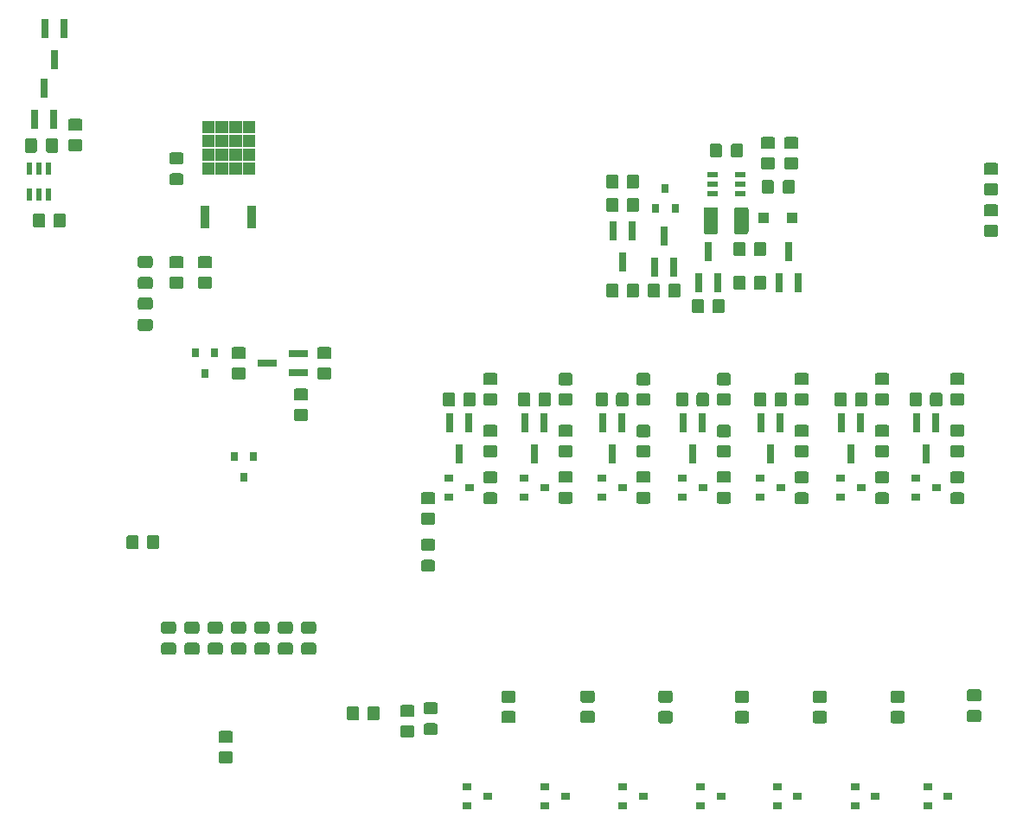
<source format=gbr>
G04 #@! TF.GenerationSoftware,KiCad,Pcbnew,(5.1.5)-3*
G04 #@! TF.CreationDate,2020-11-29T03:44:08+01:00*
G04 #@! TF.ProjectId,PlantCtrlESP32,506c616e-7443-4747-926c-45535033322e,rev?*
G04 #@! TF.SameCoordinates,Original*
G04 #@! TF.FileFunction,Paste,Top*
G04 #@! TF.FilePolarity,Positive*
%FSLAX46Y46*%
G04 Gerber Fmt 4.6, Leading zero omitted, Abs format (unit mm)*
G04 Created by KiCad (PCBNEW (5.1.5)-3) date 2020-11-29 03:44:08*
%MOMM*%
%LPD*%
G04 APERTURE LIST*
%ADD10C,0.010000*%
%ADD11C,0.100000*%
%ADD12R,0.800000X0.900000*%
%ADD13R,0.960000X2.220000*%
%ADD14R,0.800000X1.900000*%
%ADD15R,1.900000X0.800000*%
%ADD16R,0.900000X0.800000*%
%ADD17R,1.100000X1.100000*%
%ADD18R,0.600000X1.250000*%
%ADD19R,1.000000X0.550000*%
G04 APERTURE END LIST*
D10*
G36*
X192667000Y-74179000D02*
G01*
X192667000Y-73059000D01*
X193817000Y-73059000D01*
X193817000Y-74179000D01*
X192667000Y-74179000D01*
G37*
X192667000Y-74179000D02*
X192667000Y-73059000D01*
X193817000Y-73059000D01*
X193817000Y-74179000D01*
X192667000Y-74179000D01*
G36*
X191347000Y-74179000D02*
G01*
X191347000Y-73059000D01*
X192497000Y-73059000D01*
X192497000Y-74179000D01*
X191347000Y-74179000D01*
G37*
X191347000Y-74179000D02*
X191347000Y-73059000D01*
X192497000Y-73059000D01*
X192497000Y-74179000D01*
X191347000Y-74179000D01*
G36*
X190027000Y-74179000D02*
G01*
X190027000Y-73059000D01*
X191177000Y-73059000D01*
X191177000Y-74179000D01*
X190027000Y-74179000D01*
G37*
X190027000Y-74179000D02*
X190027000Y-73059000D01*
X191177000Y-73059000D01*
X191177000Y-74179000D01*
X190027000Y-74179000D01*
G36*
X192667000Y-72829000D02*
G01*
X192667000Y-71709000D01*
X193817000Y-71709000D01*
X193817000Y-72829000D01*
X192667000Y-72829000D01*
G37*
X192667000Y-72829000D02*
X192667000Y-71709000D01*
X193817000Y-71709000D01*
X193817000Y-72829000D01*
X192667000Y-72829000D01*
G36*
X191347000Y-72829000D02*
G01*
X191347000Y-71709000D01*
X192497000Y-71709000D01*
X192497000Y-72829000D01*
X191347000Y-72829000D01*
G37*
X191347000Y-72829000D02*
X191347000Y-71709000D01*
X192497000Y-71709000D01*
X192497000Y-72829000D01*
X191347000Y-72829000D01*
G36*
X190027000Y-72829000D02*
G01*
X190027000Y-71709000D01*
X191177000Y-71709000D01*
X191177000Y-72829000D01*
X190027000Y-72829000D01*
G37*
X190027000Y-72829000D02*
X190027000Y-71709000D01*
X191177000Y-71709000D01*
X191177000Y-72829000D01*
X190027000Y-72829000D01*
G36*
X192667000Y-71479000D02*
G01*
X192667000Y-70359000D01*
X193817000Y-70359000D01*
X193817000Y-71479000D01*
X192667000Y-71479000D01*
G37*
X192667000Y-71479000D02*
X192667000Y-70359000D01*
X193817000Y-70359000D01*
X193817000Y-71479000D01*
X192667000Y-71479000D01*
G36*
X191347000Y-71479000D02*
G01*
X191347000Y-70359000D01*
X192497000Y-70359000D01*
X192497000Y-71479000D01*
X191347000Y-71479000D01*
G37*
X191347000Y-71479000D02*
X191347000Y-70359000D01*
X192497000Y-70359000D01*
X192497000Y-71479000D01*
X191347000Y-71479000D01*
G36*
X190027000Y-71479000D02*
G01*
X190027000Y-70359000D01*
X191177000Y-70359000D01*
X191177000Y-71479000D01*
X190027000Y-71479000D01*
G37*
X190027000Y-71479000D02*
X190027000Y-70359000D01*
X191177000Y-70359000D01*
X191177000Y-71479000D01*
X190027000Y-71479000D01*
G36*
X192667000Y-70129000D02*
G01*
X192667000Y-69009000D01*
X193817000Y-69009000D01*
X193817000Y-70129000D01*
X192667000Y-70129000D01*
G37*
X192667000Y-70129000D02*
X192667000Y-69009000D01*
X193817000Y-69009000D01*
X193817000Y-70129000D01*
X192667000Y-70129000D01*
G36*
X191347000Y-70129000D02*
G01*
X191347000Y-69009000D01*
X192497000Y-69009000D01*
X192497000Y-70129000D01*
X191347000Y-70129000D01*
G37*
X191347000Y-70129000D02*
X191347000Y-69009000D01*
X192497000Y-69009000D01*
X192497000Y-70129000D01*
X191347000Y-70129000D01*
G36*
X190027000Y-70129000D02*
G01*
X190027000Y-69009000D01*
X191177000Y-69009000D01*
X191177000Y-70129000D01*
X190027000Y-70129000D01*
G37*
X190027000Y-70129000D02*
X190027000Y-69009000D01*
X191177000Y-69009000D01*
X191177000Y-70129000D01*
X190027000Y-70129000D01*
G36*
X188707000Y-70129000D02*
G01*
X188707000Y-69009000D01*
X189857000Y-69009000D01*
X189857000Y-70129000D01*
X188707000Y-70129000D01*
G37*
X188707000Y-70129000D02*
X188707000Y-69009000D01*
X189857000Y-69009000D01*
X189857000Y-70129000D01*
X188707000Y-70129000D01*
G36*
X188707000Y-71479000D02*
G01*
X188707000Y-70359000D01*
X189857000Y-70359000D01*
X189857000Y-71479000D01*
X188707000Y-71479000D01*
G37*
X188707000Y-71479000D02*
X188707000Y-70359000D01*
X189857000Y-70359000D01*
X189857000Y-71479000D01*
X188707000Y-71479000D01*
G36*
X188707000Y-72829000D02*
G01*
X188707000Y-71709000D01*
X189857000Y-71709000D01*
X189857000Y-72829000D01*
X188707000Y-72829000D01*
G37*
X188707000Y-72829000D02*
X188707000Y-71709000D01*
X189857000Y-71709000D01*
X189857000Y-72829000D01*
X188707000Y-72829000D01*
G36*
X188707000Y-74179000D02*
G01*
X188707000Y-73059000D01*
X189857000Y-73059000D01*
X189857000Y-74179000D01*
X188707000Y-74179000D01*
G37*
X188707000Y-74179000D02*
X188707000Y-73059000D01*
X189857000Y-73059000D01*
X189857000Y-74179000D01*
X188707000Y-74179000D01*
D11*
G36*
X211548505Y-125909204D02*
G01*
X211572773Y-125912804D01*
X211596572Y-125918765D01*
X211619671Y-125927030D01*
X211641850Y-125937520D01*
X211662893Y-125950132D01*
X211682599Y-125964747D01*
X211700777Y-125981223D01*
X211717253Y-125999401D01*
X211731868Y-126019107D01*
X211744480Y-126040150D01*
X211754970Y-126062329D01*
X211763235Y-126085428D01*
X211769196Y-126109227D01*
X211772796Y-126133495D01*
X211774000Y-126157999D01*
X211774000Y-126808001D01*
X211772796Y-126832505D01*
X211769196Y-126856773D01*
X211763235Y-126880572D01*
X211754970Y-126903671D01*
X211744480Y-126925850D01*
X211731868Y-126946893D01*
X211717253Y-126966599D01*
X211700777Y-126984777D01*
X211682599Y-127001253D01*
X211662893Y-127015868D01*
X211641850Y-127028480D01*
X211619671Y-127038970D01*
X211596572Y-127047235D01*
X211572773Y-127053196D01*
X211548505Y-127056796D01*
X211524001Y-127058000D01*
X210623999Y-127058000D01*
X210599495Y-127056796D01*
X210575227Y-127053196D01*
X210551428Y-127047235D01*
X210528329Y-127038970D01*
X210506150Y-127028480D01*
X210485107Y-127015868D01*
X210465401Y-127001253D01*
X210447223Y-126984777D01*
X210430747Y-126966599D01*
X210416132Y-126946893D01*
X210403520Y-126925850D01*
X210393030Y-126903671D01*
X210384765Y-126880572D01*
X210378804Y-126856773D01*
X210375204Y-126832505D01*
X210374000Y-126808001D01*
X210374000Y-126157999D01*
X210375204Y-126133495D01*
X210378804Y-126109227D01*
X210384765Y-126085428D01*
X210393030Y-126062329D01*
X210403520Y-126040150D01*
X210416132Y-126019107D01*
X210430747Y-125999401D01*
X210447223Y-125981223D01*
X210465401Y-125964747D01*
X210485107Y-125950132D01*
X210506150Y-125937520D01*
X210528329Y-125927030D01*
X210551428Y-125918765D01*
X210575227Y-125912804D01*
X210599495Y-125909204D01*
X210623999Y-125908000D01*
X211524001Y-125908000D01*
X211548505Y-125909204D01*
G37*
G36*
X211548505Y-127959204D02*
G01*
X211572773Y-127962804D01*
X211596572Y-127968765D01*
X211619671Y-127977030D01*
X211641850Y-127987520D01*
X211662893Y-128000132D01*
X211682599Y-128014747D01*
X211700777Y-128031223D01*
X211717253Y-128049401D01*
X211731868Y-128069107D01*
X211744480Y-128090150D01*
X211754970Y-128112329D01*
X211763235Y-128135428D01*
X211769196Y-128159227D01*
X211772796Y-128183495D01*
X211774000Y-128207999D01*
X211774000Y-128858001D01*
X211772796Y-128882505D01*
X211769196Y-128906773D01*
X211763235Y-128930572D01*
X211754970Y-128953671D01*
X211744480Y-128975850D01*
X211731868Y-128996893D01*
X211717253Y-129016599D01*
X211700777Y-129034777D01*
X211682599Y-129051253D01*
X211662893Y-129065868D01*
X211641850Y-129078480D01*
X211619671Y-129088970D01*
X211596572Y-129097235D01*
X211572773Y-129103196D01*
X211548505Y-129106796D01*
X211524001Y-129108000D01*
X210623999Y-129108000D01*
X210599495Y-129106796D01*
X210575227Y-129103196D01*
X210551428Y-129097235D01*
X210528329Y-129088970D01*
X210506150Y-129078480D01*
X210485107Y-129065868D01*
X210465401Y-129051253D01*
X210447223Y-129034777D01*
X210430747Y-129016599D01*
X210416132Y-128996893D01*
X210403520Y-128975850D01*
X210393030Y-128953671D01*
X210384765Y-128930572D01*
X210378804Y-128906773D01*
X210375204Y-128882505D01*
X210374000Y-128858001D01*
X210374000Y-128207999D01*
X210375204Y-128183495D01*
X210378804Y-128159227D01*
X210384765Y-128135428D01*
X210393030Y-128112329D01*
X210403520Y-128090150D01*
X210416132Y-128069107D01*
X210430747Y-128049401D01*
X210447223Y-128031223D01*
X210465401Y-128014747D01*
X210485107Y-128000132D01*
X210506150Y-127987520D01*
X210528329Y-127977030D01*
X210551428Y-127968765D01*
X210575227Y-127962804D01*
X210599495Y-127959204D01*
X210623999Y-127958000D01*
X211524001Y-127958000D01*
X211548505Y-127959204D01*
G37*
G36*
X211294505Y-109907204D02*
G01*
X211318773Y-109910804D01*
X211342572Y-109916765D01*
X211365671Y-109925030D01*
X211387850Y-109935520D01*
X211408893Y-109948132D01*
X211428599Y-109962747D01*
X211446777Y-109979223D01*
X211463253Y-109997401D01*
X211477868Y-110017107D01*
X211490480Y-110038150D01*
X211500970Y-110060329D01*
X211509235Y-110083428D01*
X211515196Y-110107227D01*
X211518796Y-110131495D01*
X211520000Y-110155999D01*
X211520000Y-110806001D01*
X211518796Y-110830505D01*
X211515196Y-110854773D01*
X211509235Y-110878572D01*
X211500970Y-110901671D01*
X211490480Y-110923850D01*
X211477868Y-110944893D01*
X211463253Y-110964599D01*
X211446777Y-110982777D01*
X211428599Y-110999253D01*
X211408893Y-111013868D01*
X211387850Y-111026480D01*
X211365671Y-111036970D01*
X211342572Y-111045235D01*
X211318773Y-111051196D01*
X211294505Y-111054796D01*
X211270001Y-111056000D01*
X210369999Y-111056000D01*
X210345495Y-111054796D01*
X210321227Y-111051196D01*
X210297428Y-111045235D01*
X210274329Y-111036970D01*
X210252150Y-111026480D01*
X210231107Y-111013868D01*
X210211401Y-110999253D01*
X210193223Y-110982777D01*
X210176747Y-110964599D01*
X210162132Y-110944893D01*
X210149520Y-110923850D01*
X210139030Y-110901671D01*
X210130765Y-110878572D01*
X210124804Y-110854773D01*
X210121204Y-110830505D01*
X210120000Y-110806001D01*
X210120000Y-110155999D01*
X210121204Y-110131495D01*
X210124804Y-110107227D01*
X210130765Y-110083428D01*
X210139030Y-110060329D01*
X210149520Y-110038150D01*
X210162132Y-110017107D01*
X210176747Y-109997401D01*
X210193223Y-109979223D01*
X210211401Y-109962747D01*
X210231107Y-109948132D01*
X210252150Y-109935520D01*
X210274329Y-109925030D01*
X210297428Y-109916765D01*
X210321227Y-109910804D01*
X210345495Y-109907204D01*
X210369999Y-109906000D01*
X211270001Y-109906000D01*
X211294505Y-109907204D01*
G37*
G36*
X211294505Y-111957204D02*
G01*
X211318773Y-111960804D01*
X211342572Y-111966765D01*
X211365671Y-111975030D01*
X211387850Y-111985520D01*
X211408893Y-111998132D01*
X211428599Y-112012747D01*
X211446777Y-112029223D01*
X211463253Y-112047401D01*
X211477868Y-112067107D01*
X211490480Y-112088150D01*
X211500970Y-112110329D01*
X211509235Y-112133428D01*
X211515196Y-112157227D01*
X211518796Y-112181495D01*
X211520000Y-112205999D01*
X211520000Y-112856001D01*
X211518796Y-112880505D01*
X211515196Y-112904773D01*
X211509235Y-112928572D01*
X211500970Y-112951671D01*
X211490480Y-112973850D01*
X211477868Y-112994893D01*
X211463253Y-113014599D01*
X211446777Y-113032777D01*
X211428599Y-113049253D01*
X211408893Y-113063868D01*
X211387850Y-113076480D01*
X211365671Y-113086970D01*
X211342572Y-113095235D01*
X211318773Y-113101196D01*
X211294505Y-113104796D01*
X211270001Y-113106000D01*
X210369999Y-113106000D01*
X210345495Y-113104796D01*
X210321227Y-113101196D01*
X210297428Y-113095235D01*
X210274329Y-113086970D01*
X210252150Y-113076480D01*
X210231107Y-113063868D01*
X210211401Y-113049253D01*
X210193223Y-113032777D01*
X210176747Y-113014599D01*
X210162132Y-112994893D01*
X210149520Y-112973850D01*
X210139030Y-112951671D01*
X210130765Y-112928572D01*
X210124804Y-112904773D01*
X210121204Y-112880505D01*
X210120000Y-112856001D01*
X210120000Y-112205999D01*
X210121204Y-112181495D01*
X210124804Y-112157227D01*
X210130765Y-112133428D01*
X210139030Y-112110329D01*
X210149520Y-112088150D01*
X210162132Y-112067107D01*
X210176747Y-112047401D01*
X210193223Y-112029223D01*
X210211401Y-112012747D01*
X210231107Y-111998132D01*
X210252150Y-111985520D01*
X210274329Y-111975030D01*
X210297428Y-111966765D01*
X210321227Y-111960804D01*
X210345495Y-111957204D01*
X210369999Y-111956000D01*
X211270001Y-111956000D01*
X211294505Y-111957204D01*
G37*
G36*
X263110505Y-103303204D02*
G01*
X263134773Y-103306804D01*
X263158572Y-103312765D01*
X263181671Y-103321030D01*
X263203850Y-103331520D01*
X263224893Y-103344132D01*
X263244599Y-103358747D01*
X263262777Y-103375223D01*
X263279253Y-103393401D01*
X263293868Y-103413107D01*
X263306480Y-103434150D01*
X263316970Y-103456329D01*
X263325235Y-103479428D01*
X263331196Y-103503227D01*
X263334796Y-103527495D01*
X263336000Y-103551999D01*
X263336000Y-104202001D01*
X263334796Y-104226505D01*
X263331196Y-104250773D01*
X263325235Y-104274572D01*
X263316970Y-104297671D01*
X263306480Y-104319850D01*
X263293868Y-104340893D01*
X263279253Y-104360599D01*
X263262777Y-104378777D01*
X263244599Y-104395253D01*
X263224893Y-104409868D01*
X263203850Y-104422480D01*
X263181671Y-104432970D01*
X263158572Y-104441235D01*
X263134773Y-104447196D01*
X263110505Y-104450796D01*
X263086001Y-104452000D01*
X262185999Y-104452000D01*
X262161495Y-104450796D01*
X262137227Y-104447196D01*
X262113428Y-104441235D01*
X262090329Y-104432970D01*
X262068150Y-104422480D01*
X262047107Y-104409868D01*
X262027401Y-104395253D01*
X262009223Y-104378777D01*
X261992747Y-104360599D01*
X261978132Y-104340893D01*
X261965520Y-104319850D01*
X261955030Y-104297671D01*
X261946765Y-104274572D01*
X261940804Y-104250773D01*
X261937204Y-104226505D01*
X261936000Y-104202001D01*
X261936000Y-103551999D01*
X261937204Y-103527495D01*
X261940804Y-103503227D01*
X261946765Y-103479428D01*
X261955030Y-103456329D01*
X261965520Y-103434150D01*
X261978132Y-103413107D01*
X261992747Y-103393401D01*
X262009223Y-103375223D01*
X262027401Y-103358747D01*
X262047107Y-103344132D01*
X262068150Y-103331520D01*
X262090329Y-103321030D01*
X262113428Y-103312765D01*
X262137227Y-103306804D01*
X262161495Y-103303204D01*
X262185999Y-103302000D01*
X263086001Y-103302000D01*
X263110505Y-103303204D01*
G37*
G36*
X263110505Y-105353204D02*
G01*
X263134773Y-105356804D01*
X263158572Y-105362765D01*
X263181671Y-105371030D01*
X263203850Y-105381520D01*
X263224893Y-105394132D01*
X263244599Y-105408747D01*
X263262777Y-105425223D01*
X263279253Y-105443401D01*
X263293868Y-105463107D01*
X263306480Y-105484150D01*
X263316970Y-105506329D01*
X263325235Y-105529428D01*
X263331196Y-105553227D01*
X263334796Y-105577495D01*
X263336000Y-105601999D01*
X263336000Y-106252001D01*
X263334796Y-106276505D01*
X263331196Y-106300773D01*
X263325235Y-106324572D01*
X263316970Y-106347671D01*
X263306480Y-106369850D01*
X263293868Y-106390893D01*
X263279253Y-106410599D01*
X263262777Y-106428777D01*
X263244599Y-106445253D01*
X263224893Y-106459868D01*
X263203850Y-106472480D01*
X263181671Y-106482970D01*
X263158572Y-106491235D01*
X263134773Y-106497196D01*
X263110505Y-106500796D01*
X263086001Y-106502000D01*
X262185999Y-106502000D01*
X262161495Y-106500796D01*
X262137227Y-106497196D01*
X262113428Y-106491235D01*
X262090329Y-106482970D01*
X262068150Y-106472480D01*
X262047107Y-106459868D01*
X262027401Y-106445253D01*
X262009223Y-106428777D01*
X261992747Y-106410599D01*
X261978132Y-106390893D01*
X261965520Y-106369850D01*
X261955030Y-106347671D01*
X261946765Y-106324572D01*
X261940804Y-106300773D01*
X261937204Y-106276505D01*
X261936000Y-106252001D01*
X261936000Y-105601999D01*
X261937204Y-105577495D01*
X261940804Y-105553227D01*
X261946765Y-105529428D01*
X261955030Y-105506329D01*
X261965520Y-105484150D01*
X261978132Y-105463107D01*
X261992747Y-105443401D01*
X262009223Y-105425223D01*
X262027401Y-105408747D01*
X262047107Y-105394132D01*
X262068150Y-105381520D01*
X262090329Y-105371030D01*
X262113428Y-105362765D01*
X262137227Y-105356804D01*
X262161495Y-105353204D01*
X262185999Y-105352000D01*
X263086001Y-105352000D01*
X263110505Y-105353204D01*
G37*
G36*
X240250505Y-103266704D02*
G01*
X240274773Y-103270304D01*
X240298572Y-103276265D01*
X240321671Y-103284530D01*
X240343850Y-103295020D01*
X240364893Y-103307632D01*
X240384599Y-103322247D01*
X240402777Y-103338723D01*
X240419253Y-103356901D01*
X240433868Y-103376607D01*
X240446480Y-103397650D01*
X240456970Y-103419829D01*
X240465235Y-103442928D01*
X240471196Y-103466727D01*
X240474796Y-103490995D01*
X240476000Y-103515499D01*
X240476000Y-104165501D01*
X240474796Y-104190005D01*
X240471196Y-104214273D01*
X240465235Y-104238072D01*
X240456970Y-104261171D01*
X240446480Y-104283350D01*
X240433868Y-104304393D01*
X240419253Y-104324099D01*
X240402777Y-104342277D01*
X240384599Y-104358753D01*
X240364893Y-104373368D01*
X240343850Y-104385980D01*
X240321671Y-104396470D01*
X240298572Y-104404735D01*
X240274773Y-104410696D01*
X240250505Y-104414296D01*
X240226001Y-104415500D01*
X239325999Y-104415500D01*
X239301495Y-104414296D01*
X239277227Y-104410696D01*
X239253428Y-104404735D01*
X239230329Y-104396470D01*
X239208150Y-104385980D01*
X239187107Y-104373368D01*
X239167401Y-104358753D01*
X239149223Y-104342277D01*
X239132747Y-104324099D01*
X239118132Y-104304393D01*
X239105520Y-104283350D01*
X239095030Y-104261171D01*
X239086765Y-104238072D01*
X239080804Y-104214273D01*
X239077204Y-104190005D01*
X239076000Y-104165501D01*
X239076000Y-103515499D01*
X239077204Y-103490995D01*
X239080804Y-103466727D01*
X239086765Y-103442928D01*
X239095030Y-103419829D01*
X239105520Y-103397650D01*
X239118132Y-103376607D01*
X239132747Y-103356901D01*
X239149223Y-103338723D01*
X239167401Y-103322247D01*
X239187107Y-103307632D01*
X239208150Y-103295020D01*
X239230329Y-103284530D01*
X239253428Y-103276265D01*
X239277227Y-103270304D01*
X239301495Y-103266704D01*
X239325999Y-103265500D01*
X240226001Y-103265500D01*
X240250505Y-103266704D01*
G37*
G36*
X240250505Y-105316704D02*
G01*
X240274773Y-105320304D01*
X240298572Y-105326265D01*
X240321671Y-105334530D01*
X240343850Y-105345020D01*
X240364893Y-105357632D01*
X240384599Y-105372247D01*
X240402777Y-105388723D01*
X240419253Y-105406901D01*
X240433868Y-105426607D01*
X240446480Y-105447650D01*
X240456970Y-105469829D01*
X240465235Y-105492928D01*
X240471196Y-105516727D01*
X240474796Y-105540995D01*
X240476000Y-105565499D01*
X240476000Y-106215501D01*
X240474796Y-106240005D01*
X240471196Y-106264273D01*
X240465235Y-106288072D01*
X240456970Y-106311171D01*
X240446480Y-106333350D01*
X240433868Y-106354393D01*
X240419253Y-106374099D01*
X240402777Y-106392277D01*
X240384599Y-106408753D01*
X240364893Y-106423368D01*
X240343850Y-106435980D01*
X240321671Y-106446470D01*
X240298572Y-106454735D01*
X240274773Y-106460696D01*
X240250505Y-106464296D01*
X240226001Y-106465500D01*
X239325999Y-106465500D01*
X239301495Y-106464296D01*
X239277227Y-106460696D01*
X239253428Y-106454735D01*
X239230329Y-106446470D01*
X239208150Y-106435980D01*
X239187107Y-106423368D01*
X239167401Y-106408753D01*
X239149223Y-106392277D01*
X239132747Y-106374099D01*
X239118132Y-106354393D01*
X239105520Y-106333350D01*
X239095030Y-106311171D01*
X239086765Y-106288072D01*
X239080804Y-106264273D01*
X239077204Y-106240005D01*
X239076000Y-106215501D01*
X239076000Y-105565499D01*
X239077204Y-105540995D01*
X239080804Y-105516727D01*
X239086765Y-105492928D01*
X239095030Y-105469829D01*
X239105520Y-105447650D01*
X239118132Y-105426607D01*
X239132747Y-105406901D01*
X239149223Y-105388723D01*
X239167401Y-105372247D01*
X239187107Y-105357632D01*
X239208150Y-105345020D01*
X239230329Y-105334530D01*
X239253428Y-105326265D01*
X239277227Y-105320304D01*
X239301495Y-105316704D01*
X239325999Y-105315500D01*
X240226001Y-105315500D01*
X240250505Y-105316704D01*
G37*
G36*
X255744505Y-103303204D02*
G01*
X255768773Y-103306804D01*
X255792572Y-103312765D01*
X255815671Y-103321030D01*
X255837850Y-103331520D01*
X255858893Y-103344132D01*
X255878599Y-103358747D01*
X255896777Y-103375223D01*
X255913253Y-103393401D01*
X255927868Y-103413107D01*
X255940480Y-103434150D01*
X255950970Y-103456329D01*
X255959235Y-103479428D01*
X255965196Y-103503227D01*
X255968796Y-103527495D01*
X255970000Y-103551999D01*
X255970000Y-104202001D01*
X255968796Y-104226505D01*
X255965196Y-104250773D01*
X255959235Y-104274572D01*
X255950970Y-104297671D01*
X255940480Y-104319850D01*
X255927868Y-104340893D01*
X255913253Y-104360599D01*
X255896777Y-104378777D01*
X255878599Y-104395253D01*
X255858893Y-104409868D01*
X255837850Y-104422480D01*
X255815671Y-104432970D01*
X255792572Y-104441235D01*
X255768773Y-104447196D01*
X255744505Y-104450796D01*
X255720001Y-104452000D01*
X254819999Y-104452000D01*
X254795495Y-104450796D01*
X254771227Y-104447196D01*
X254747428Y-104441235D01*
X254724329Y-104432970D01*
X254702150Y-104422480D01*
X254681107Y-104409868D01*
X254661401Y-104395253D01*
X254643223Y-104378777D01*
X254626747Y-104360599D01*
X254612132Y-104340893D01*
X254599520Y-104319850D01*
X254589030Y-104297671D01*
X254580765Y-104274572D01*
X254574804Y-104250773D01*
X254571204Y-104226505D01*
X254570000Y-104202001D01*
X254570000Y-103551999D01*
X254571204Y-103527495D01*
X254574804Y-103503227D01*
X254580765Y-103479428D01*
X254589030Y-103456329D01*
X254599520Y-103434150D01*
X254612132Y-103413107D01*
X254626747Y-103393401D01*
X254643223Y-103375223D01*
X254661401Y-103358747D01*
X254681107Y-103344132D01*
X254702150Y-103331520D01*
X254724329Y-103321030D01*
X254747428Y-103312765D01*
X254771227Y-103306804D01*
X254795495Y-103303204D01*
X254819999Y-103302000D01*
X255720001Y-103302000D01*
X255744505Y-103303204D01*
G37*
G36*
X255744505Y-105353204D02*
G01*
X255768773Y-105356804D01*
X255792572Y-105362765D01*
X255815671Y-105371030D01*
X255837850Y-105381520D01*
X255858893Y-105394132D01*
X255878599Y-105408747D01*
X255896777Y-105425223D01*
X255913253Y-105443401D01*
X255927868Y-105463107D01*
X255940480Y-105484150D01*
X255950970Y-105506329D01*
X255959235Y-105529428D01*
X255965196Y-105553227D01*
X255968796Y-105577495D01*
X255970000Y-105601999D01*
X255970000Y-106252001D01*
X255968796Y-106276505D01*
X255965196Y-106300773D01*
X255959235Y-106324572D01*
X255950970Y-106347671D01*
X255940480Y-106369850D01*
X255927868Y-106390893D01*
X255913253Y-106410599D01*
X255896777Y-106428777D01*
X255878599Y-106445253D01*
X255858893Y-106459868D01*
X255837850Y-106472480D01*
X255815671Y-106482970D01*
X255792572Y-106491235D01*
X255768773Y-106497196D01*
X255744505Y-106500796D01*
X255720001Y-106502000D01*
X254819999Y-106502000D01*
X254795495Y-106500796D01*
X254771227Y-106497196D01*
X254747428Y-106491235D01*
X254724329Y-106482970D01*
X254702150Y-106472480D01*
X254681107Y-106459868D01*
X254661401Y-106445253D01*
X254643223Y-106428777D01*
X254626747Y-106410599D01*
X254612132Y-106390893D01*
X254599520Y-106369850D01*
X254589030Y-106347671D01*
X254580765Y-106324572D01*
X254574804Y-106300773D01*
X254571204Y-106276505D01*
X254570000Y-106252001D01*
X254570000Y-105601999D01*
X254571204Y-105577495D01*
X254574804Y-105553227D01*
X254580765Y-105529428D01*
X254589030Y-105506329D01*
X254599520Y-105484150D01*
X254612132Y-105463107D01*
X254626747Y-105443401D01*
X254643223Y-105425223D01*
X254661401Y-105408747D01*
X254681107Y-105394132D01*
X254702150Y-105381520D01*
X254724329Y-105371030D01*
X254747428Y-105362765D01*
X254771227Y-105356804D01*
X254795495Y-105353204D01*
X254819999Y-105352000D01*
X255720001Y-105352000D01*
X255744505Y-105353204D01*
G37*
G36*
X232376505Y-103266704D02*
G01*
X232400773Y-103270304D01*
X232424572Y-103276265D01*
X232447671Y-103284530D01*
X232469850Y-103295020D01*
X232490893Y-103307632D01*
X232510599Y-103322247D01*
X232528777Y-103338723D01*
X232545253Y-103356901D01*
X232559868Y-103376607D01*
X232572480Y-103397650D01*
X232582970Y-103419829D01*
X232591235Y-103442928D01*
X232597196Y-103466727D01*
X232600796Y-103490995D01*
X232602000Y-103515499D01*
X232602000Y-104165501D01*
X232600796Y-104190005D01*
X232597196Y-104214273D01*
X232591235Y-104238072D01*
X232582970Y-104261171D01*
X232572480Y-104283350D01*
X232559868Y-104304393D01*
X232545253Y-104324099D01*
X232528777Y-104342277D01*
X232510599Y-104358753D01*
X232490893Y-104373368D01*
X232469850Y-104385980D01*
X232447671Y-104396470D01*
X232424572Y-104404735D01*
X232400773Y-104410696D01*
X232376505Y-104414296D01*
X232352001Y-104415500D01*
X231451999Y-104415500D01*
X231427495Y-104414296D01*
X231403227Y-104410696D01*
X231379428Y-104404735D01*
X231356329Y-104396470D01*
X231334150Y-104385980D01*
X231313107Y-104373368D01*
X231293401Y-104358753D01*
X231275223Y-104342277D01*
X231258747Y-104324099D01*
X231244132Y-104304393D01*
X231231520Y-104283350D01*
X231221030Y-104261171D01*
X231212765Y-104238072D01*
X231206804Y-104214273D01*
X231203204Y-104190005D01*
X231202000Y-104165501D01*
X231202000Y-103515499D01*
X231203204Y-103490995D01*
X231206804Y-103466727D01*
X231212765Y-103442928D01*
X231221030Y-103419829D01*
X231231520Y-103397650D01*
X231244132Y-103376607D01*
X231258747Y-103356901D01*
X231275223Y-103338723D01*
X231293401Y-103322247D01*
X231313107Y-103307632D01*
X231334150Y-103295020D01*
X231356329Y-103284530D01*
X231379428Y-103276265D01*
X231403227Y-103270304D01*
X231427495Y-103266704D01*
X231451999Y-103265500D01*
X232352001Y-103265500D01*
X232376505Y-103266704D01*
G37*
G36*
X232376505Y-105316704D02*
G01*
X232400773Y-105320304D01*
X232424572Y-105326265D01*
X232447671Y-105334530D01*
X232469850Y-105345020D01*
X232490893Y-105357632D01*
X232510599Y-105372247D01*
X232528777Y-105388723D01*
X232545253Y-105406901D01*
X232559868Y-105426607D01*
X232572480Y-105447650D01*
X232582970Y-105469829D01*
X232591235Y-105492928D01*
X232597196Y-105516727D01*
X232600796Y-105540995D01*
X232602000Y-105565499D01*
X232602000Y-106215501D01*
X232600796Y-106240005D01*
X232597196Y-106264273D01*
X232591235Y-106288072D01*
X232582970Y-106311171D01*
X232572480Y-106333350D01*
X232559868Y-106354393D01*
X232545253Y-106374099D01*
X232528777Y-106392277D01*
X232510599Y-106408753D01*
X232490893Y-106423368D01*
X232469850Y-106435980D01*
X232447671Y-106446470D01*
X232424572Y-106454735D01*
X232400773Y-106460696D01*
X232376505Y-106464296D01*
X232352001Y-106465500D01*
X231451999Y-106465500D01*
X231427495Y-106464296D01*
X231403227Y-106460696D01*
X231379428Y-106454735D01*
X231356329Y-106446470D01*
X231334150Y-106435980D01*
X231313107Y-106423368D01*
X231293401Y-106408753D01*
X231275223Y-106392277D01*
X231258747Y-106374099D01*
X231244132Y-106354393D01*
X231231520Y-106333350D01*
X231221030Y-106311171D01*
X231212765Y-106288072D01*
X231206804Y-106264273D01*
X231203204Y-106240005D01*
X231202000Y-106215501D01*
X231202000Y-105565499D01*
X231203204Y-105540995D01*
X231206804Y-105516727D01*
X231212765Y-105492928D01*
X231221030Y-105469829D01*
X231231520Y-105447650D01*
X231244132Y-105426607D01*
X231258747Y-105406901D01*
X231275223Y-105388723D01*
X231293401Y-105372247D01*
X231313107Y-105357632D01*
X231334150Y-105345020D01*
X231356329Y-105334530D01*
X231379428Y-105326265D01*
X231403227Y-105320304D01*
X231427495Y-105316704D01*
X231451999Y-105315500D01*
X232352001Y-105315500D01*
X232376505Y-105316704D01*
G37*
G36*
X247870505Y-103303204D02*
G01*
X247894773Y-103306804D01*
X247918572Y-103312765D01*
X247941671Y-103321030D01*
X247963850Y-103331520D01*
X247984893Y-103344132D01*
X248004599Y-103358747D01*
X248022777Y-103375223D01*
X248039253Y-103393401D01*
X248053868Y-103413107D01*
X248066480Y-103434150D01*
X248076970Y-103456329D01*
X248085235Y-103479428D01*
X248091196Y-103503227D01*
X248094796Y-103527495D01*
X248096000Y-103551999D01*
X248096000Y-104202001D01*
X248094796Y-104226505D01*
X248091196Y-104250773D01*
X248085235Y-104274572D01*
X248076970Y-104297671D01*
X248066480Y-104319850D01*
X248053868Y-104340893D01*
X248039253Y-104360599D01*
X248022777Y-104378777D01*
X248004599Y-104395253D01*
X247984893Y-104409868D01*
X247963850Y-104422480D01*
X247941671Y-104432970D01*
X247918572Y-104441235D01*
X247894773Y-104447196D01*
X247870505Y-104450796D01*
X247846001Y-104452000D01*
X246945999Y-104452000D01*
X246921495Y-104450796D01*
X246897227Y-104447196D01*
X246873428Y-104441235D01*
X246850329Y-104432970D01*
X246828150Y-104422480D01*
X246807107Y-104409868D01*
X246787401Y-104395253D01*
X246769223Y-104378777D01*
X246752747Y-104360599D01*
X246738132Y-104340893D01*
X246725520Y-104319850D01*
X246715030Y-104297671D01*
X246706765Y-104274572D01*
X246700804Y-104250773D01*
X246697204Y-104226505D01*
X246696000Y-104202001D01*
X246696000Y-103551999D01*
X246697204Y-103527495D01*
X246700804Y-103503227D01*
X246706765Y-103479428D01*
X246715030Y-103456329D01*
X246725520Y-103434150D01*
X246738132Y-103413107D01*
X246752747Y-103393401D01*
X246769223Y-103375223D01*
X246787401Y-103358747D01*
X246807107Y-103344132D01*
X246828150Y-103331520D01*
X246850329Y-103321030D01*
X246873428Y-103312765D01*
X246897227Y-103306804D01*
X246921495Y-103303204D01*
X246945999Y-103302000D01*
X247846001Y-103302000D01*
X247870505Y-103303204D01*
G37*
G36*
X247870505Y-105353204D02*
G01*
X247894773Y-105356804D01*
X247918572Y-105362765D01*
X247941671Y-105371030D01*
X247963850Y-105381520D01*
X247984893Y-105394132D01*
X248004599Y-105408747D01*
X248022777Y-105425223D01*
X248039253Y-105443401D01*
X248053868Y-105463107D01*
X248066480Y-105484150D01*
X248076970Y-105506329D01*
X248085235Y-105529428D01*
X248091196Y-105553227D01*
X248094796Y-105577495D01*
X248096000Y-105601999D01*
X248096000Y-106252001D01*
X248094796Y-106276505D01*
X248091196Y-106300773D01*
X248085235Y-106324572D01*
X248076970Y-106347671D01*
X248066480Y-106369850D01*
X248053868Y-106390893D01*
X248039253Y-106410599D01*
X248022777Y-106428777D01*
X248004599Y-106445253D01*
X247984893Y-106459868D01*
X247963850Y-106472480D01*
X247941671Y-106482970D01*
X247918572Y-106491235D01*
X247894773Y-106497196D01*
X247870505Y-106500796D01*
X247846001Y-106502000D01*
X246945999Y-106502000D01*
X246921495Y-106500796D01*
X246897227Y-106497196D01*
X246873428Y-106491235D01*
X246850329Y-106482970D01*
X246828150Y-106472480D01*
X246807107Y-106459868D01*
X246787401Y-106445253D01*
X246769223Y-106428777D01*
X246752747Y-106410599D01*
X246738132Y-106390893D01*
X246725520Y-106369850D01*
X246715030Y-106347671D01*
X246706765Y-106324572D01*
X246700804Y-106300773D01*
X246697204Y-106276505D01*
X246696000Y-106252001D01*
X246696000Y-105601999D01*
X246697204Y-105577495D01*
X246700804Y-105553227D01*
X246706765Y-105529428D01*
X246715030Y-105506329D01*
X246725520Y-105484150D01*
X246738132Y-105463107D01*
X246752747Y-105443401D01*
X246769223Y-105425223D01*
X246787401Y-105408747D01*
X246807107Y-105394132D01*
X246828150Y-105381520D01*
X246850329Y-105371030D01*
X246873428Y-105362765D01*
X246897227Y-105356804D01*
X246921495Y-105353204D01*
X246945999Y-105352000D01*
X247846001Y-105352000D01*
X247870505Y-105353204D01*
G37*
G36*
X224756505Y-103266704D02*
G01*
X224780773Y-103270304D01*
X224804572Y-103276265D01*
X224827671Y-103284530D01*
X224849850Y-103295020D01*
X224870893Y-103307632D01*
X224890599Y-103322247D01*
X224908777Y-103338723D01*
X224925253Y-103356901D01*
X224939868Y-103376607D01*
X224952480Y-103397650D01*
X224962970Y-103419829D01*
X224971235Y-103442928D01*
X224977196Y-103466727D01*
X224980796Y-103490995D01*
X224982000Y-103515499D01*
X224982000Y-104165501D01*
X224980796Y-104190005D01*
X224977196Y-104214273D01*
X224971235Y-104238072D01*
X224962970Y-104261171D01*
X224952480Y-104283350D01*
X224939868Y-104304393D01*
X224925253Y-104324099D01*
X224908777Y-104342277D01*
X224890599Y-104358753D01*
X224870893Y-104373368D01*
X224849850Y-104385980D01*
X224827671Y-104396470D01*
X224804572Y-104404735D01*
X224780773Y-104410696D01*
X224756505Y-104414296D01*
X224732001Y-104415500D01*
X223831999Y-104415500D01*
X223807495Y-104414296D01*
X223783227Y-104410696D01*
X223759428Y-104404735D01*
X223736329Y-104396470D01*
X223714150Y-104385980D01*
X223693107Y-104373368D01*
X223673401Y-104358753D01*
X223655223Y-104342277D01*
X223638747Y-104324099D01*
X223624132Y-104304393D01*
X223611520Y-104283350D01*
X223601030Y-104261171D01*
X223592765Y-104238072D01*
X223586804Y-104214273D01*
X223583204Y-104190005D01*
X223582000Y-104165501D01*
X223582000Y-103515499D01*
X223583204Y-103490995D01*
X223586804Y-103466727D01*
X223592765Y-103442928D01*
X223601030Y-103419829D01*
X223611520Y-103397650D01*
X223624132Y-103376607D01*
X223638747Y-103356901D01*
X223655223Y-103338723D01*
X223673401Y-103322247D01*
X223693107Y-103307632D01*
X223714150Y-103295020D01*
X223736329Y-103284530D01*
X223759428Y-103276265D01*
X223783227Y-103270304D01*
X223807495Y-103266704D01*
X223831999Y-103265500D01*
X224732001Y-103265500D01*
X224756505Y-103266704D01*
G37*
G36*
X224756505Y-105316704D02*
G01*
X224780773Y-105320304D01*
X224804572Y-105326265D01*
X224827671Y-105334530D01*
X224849850Y-105345020D01*
X224870893Y-105357632D01*
X224890599Y-105372247D01*
X224908777Y-105388723D01*
X224925253Y-105406901D01*
X224939868Y-105426607D01*
X224952480Y-105447650D01*
X224962970Y-105469829D01*
X224971235Y-105492928D01*
X224977196Y-105516727D01*
X224980796Y-105540995D01*
X224982000Y-105565499D01*
X224982000Y-106215501D01*
X224980796Y-106240005D01*
X224977196Y-106264273D01*
X224971235Y-106288072D01*
X224962970Y-106311171D01*
X224952480Y-106333350D01*
X224939868Y-106354393D01*
X224925253Y-106374099D01*
X224908777Y-106392277D01*
X224890599Y-106408753D01*
X224870893Y-106423368D01*
X224849850Y-106435980D01*
X224827671Y-106446470D01*
X224804572Y-106454735D01*
X224780773Y-106460696D01*
X224756505Y-106464296D01*
X224732001Y-106465500D01*
X223831999Y-106465500D01*
X223807495Y-106464296D01*
X223783227Y-106460696D01*
X223759428Y-106454735D01*
X223736329Y-106446470D01*
X223714150Y-106435980D01*
X223693107Y-106423368D01*
X223673401Y-106408753D01*
X223655223Y-106392277D01*
X223638747Y-106374099D01*
X223624132Y-106354393D01*
X223611520Y-106333350D01*
X223601030Y-106311171D01*
X223592765Y-106288072D01*
X223586804Y-106264273D01*
X223583204Y-106240005D01*
X223582000Y-106215501D01*
X223582000Y-105565499D01*
X223583204Y-105540995D01*
X223586804Y-105516727D01*
X223592765Y-105492928D01*
X223601030Y-105469829D01*
X223611520Y-105447650D01*
X223624132Y-105426607D01*
X223638747Y-105406901D01*
X223655223Y-105388723D01*
X223673401Y-105372247D01*
X223693107Y-105357632D01*
X223714150Y-105345020D01*
X223736329Y-105334530D01*
X223759428Y-105326265D01*
X223783227Y-105320304D01*
X223807495Y-105316704D01*
X223831999Y-105315500D01*
X224732001Y-105315500D01*
X224756505Y-105316704D01*
G37*
G36*
X217390505Y-103303204D02*
G01*
X217414773Y-103306804D01*
X217438572Y-103312765D01*
X217461671Y-103321030D01*
X217483850Y-103331520D01*
X217504893Y-103344132D01*
X217524599Y-103358747D01*
X217542777Y-103375223D01*
X217559253Y-103393401D01*
X217573868Y-103413107D01*
X217586480Y-103434150D01*
X217596970Y-103456329D01*
X217605235Y-103479428D01*
X217611196Y-103503227D01*
X217614796Y-103527495D01*
X217616000Y-103551999D01*
X217616000Y-104202001D01*
X217614796Y-104226505D01*
X217611196Y-104250773D01*
X217605235Y-104274572D01*
X217596970Y-104297671D01*
X217586480Y-104319850D01*
X217573868Y-104340893D01*
X217559253Y-104360599D01*
X217542777Y-104378777D01*
X217524599Y-104395253D01*
X217504893Y-104409868D01*
X217483850Y-104422480D01*
X217461671Y-104432970D01*
X217438572Y-104441235D01*
X217414773Y-104447196D01*
X217390505Y-104450796D01*
X217366001Y-104452000D01*
X216465999Y-104452000D01*
X216441495Y-104450796D01*
X216417227Y-104447196D01*
X216393428Y-104441235D01*
X216370329Y-104432970D01*
X216348150Y-104422480D01*
X216327107Y-104409868D01*
X216307401Y-104395253D01*
X216289223Y-104378777D01*
X216272747Y-104360599D01*
X216258132Y-104340893D01*
X216245520Y-104319850D01*
X216235030Y-104297671D01*
X216226765Y-104274572D01*
X216220804Y-104250773D01*
X216217204Y-104226505D01*
X216216000Y-104202001D01*
X216216000Y-103551999D01*
X216217204Y-103527495D01*
X216220804Y-103503227D01*
X216226765Y-103479428D01*
X216235030Y-103456329D01*
X216245520Y-103434150D01*
X216258132Y-103413107D01*
X216272747Y-103393401D01*
X216289223Y-103375223D01*
X216307401Y-103358747D01*
X216327107Y-103344132D01*
X216348150Y-103331520D01*
X216370329Y-103321030D01*
X216393428Y-103312765D01*
X216417227Y-103306804D01*
X216441495Y-103303204D01*
X216465999Y-103302000D01*
X217366001Y-103302000D01*
X217390505Y-103303204D01*
G37*
G36*
X217390505Y-105353204D02*
G01*
X217414773Y-105356804D01*
X217438572Y-105362765D01*
X217461671Y-105371030D01*
X217483850Y-105381520D01*
X217504893Y-105394132D01*
X217524599Y-105408747D01*
X217542777Y-105425223D01*
X217559253Y-105443401D01*
X217573868Y-105463107D01*
X217586480Y-105484150D01*
X217596970Y-105506329D01*
X217605235Y-105529428D01*
X217611196Y-105553227D01*
X217614796Y-105577495D01*
X217616000Y-105601999D01*
X217616000Y-106252001D01*
X217614796Y-106276505D01*
X217611196Y-106300773D01*
X217605235Y-106324572D01*
X217596970Y-106347671D01*
X217586480Y-106369850D01*
X217573868Y-106390893D01*
X217559253Y-106410599D01*
X217542777Y-106428777D01*
X217524599Y-106445253D01*
X217504893Y-106459868D01*
X217483850Y-106472480D01*
X217461671Y-106482970D01*
X217438572Y-106491235D01*
X217414773Y-106497196D01*
X217390505Y-106500796D01*
X217366001Y-106502000D01*
X216465999Y-106502000D01*
X216441495Y-106500796D01*
X216417227Y-106497196D01*
X216393428Y-106491235D01*
X216370329Y-106482970D01*
X216348150Y-106472480D01*
X216327107Y-106459868D01*
X216307401Y-106445253D01*
X216289223Y-106428777D01*
X216272747Y-106410599D01*
X216258132Y-106390893D01*
X216245520Y-106369850D01*
X216235030Y-106347671D01*
X216226765Y-106324572D01*
X216220804Y-106300773D01*
X216217204Y-106276505D01*
X216216000Y-106252001D01*
X216216000Y-105601999D01*
X216217204Y-105577495D01*
X216220804Y-105553227D01*
X216226765Y-105529428D01*
X216235030Y-105506329D01*
X216245520Y-105484150D01*
X216258132Y-105463107D01*
X216272747Y-105443401D01*
X216289223Y-105425223D01*
X216307401Y-105408747D01*
X216327107Y-105394132D01*
X216348150Y-105381520D01*
X216370329Y-105371030D01*
X216393428Y-105362765D01*
X216417227Y-105356804D01*
X216441495Y-105353204D01*
X216465999Y-105352000D01*
X217366001Y-105352000D01*
X217390505Y-105353204D01*
G37*
G36*
X186656505Y-72061204D02*
G01*
X186680773Y-72064804D01*
X186704572Y-72070765D01*
X186727671Y-72079030D01*
X186749850Y-72089520D01*
X186770893Y-72102132D01*
X186790599Y-72116747D01*
X186808777Y-72133223D01*
X186825253Y-72151401D01*
X186839868Y-72171107D01*
X186852480Y-72192150D01*
X186862970Y-72214329D01*
X186871235Y-72237428D01*
X186877196Y-72261227D01*
X186880796Y-72285495D01*
X186882000Y-72309999D01*
X186882000Y-72960001D01*
X186880796Y-72984505D01*
X186877196Y-73008773D01*
X186871235Y-73032572D01*
X186862970Y-73055671D01*
X186852480Y-73077850D01*
X186839868Y-73098893D01*
X186825253Y-73118599D01*
X186808777Y-73136777D01*
X186790599Y-73153253D01*
X186770893Y-73167868D01*
X186749850Y-73180480D01*
X186727671Y-73190970D01*
X186704572Y-73199235D01*
X186680773Y-73205196D01*
X186656505Y-73208796D01*
X186632001Y-73210000D01*
X185731999Y-73210000D01*
X185707495Y-73208796D01*
X185683227Y-73205196D01*
X185659428Y-73199235D01*
X185636329Y-73190970D01*
X185614150Y-73180480D01*
X185593107Y-73167868D01*
X185573401Y-73153253D01*
X185555223Y-73136777D01*
X185538747Y-73118599D01*
X185524132Y-73098893D01*
X185511520Y-73077850D01*
X185501030Y-73055671D01*
X185492765Y-73032572D01*
X185486804Y-73008773D01*
X185483204Y-72984505D01*
X185482000Y-72960001D01*
X185482000Y-72309999D01*
X185483204Y-72285495D01*
X185486804Y-72261227D01*
X185492765Y-72237428D01*
X185501030Y-72214329D01*
X185511520Y-72192150D01*
X185524132Y-72171107D01*
X185538747Y-72151401D01*
X185555223Y-72133223D01*
X185573401Y-72116747D01*
X185593107Y-72102132D01*
X185614150Y-72089520D01*
X185636329Y-72079030D01*
X185659428Y-72070765D01*
X185683227Y-72064804D01*
X185707495Y-72061204D01*
X185731999Y-72060000D01*
X186632001Y-72060000D01*
X186656505Y-72061204D01*
G37*
G36*
X186656505Y-74111204D02*
G01*
X186680773Y-74114804D01*
X186704572Y-74120765D01*
X186727671Y-74129030D01*
X186749850Y-74139520D01*
X186770893Y-74152132D01*
X186790599Y-74166747D01*
X186808777Y-74183223D01*
X186825253Y-74201401D01*
X186839868Y-74221107D01*
X186852480Y-74242150D01*
X186862970Y-74264329D01*
X186871235Y-74287428D01*
X186877196Y-74311227D01*
X186880796Y-74335495D01*
X186882000Y-74359999D01*
X186882000Y-75010001D01*
X186880796Y-75034505D01*
X186877196Y-75058773D01*
X186871235Y-75082572D01*
X186862970Y-75105671D01*
X186852480Y-75127850D01*
X186839868Y-75148893D01*
X186825253Y-75168599D01*
X186808777Y-75186777D01*
X186790599Y-75203253D01*
X186770893Y-75217868D01*
X186749850Y-75230480D01*
X186727671Y-75240970D01*
X186704572Y-75249235D01*
X186680773Y-75255196D01*
X186656505Y-75258796D01*
X186632001Y-75260000D01*
X185731999Y-75260000D01*
X185707495Y-75258796D01*
X185683227Y-75255196D01*
X185659428Y-75249235D01*
X185636329Y-75240970D01*
X185614150Y-75230480D01*
X185593107Y-75217868D01*
X185573401Y-75203253D01*
X185555223Y-75186777D01*
X185538747Y-75168599D01*
X185524132Y-75148893D01*
X185511520Y-75127850D01*
X185501030Y-75105671D01*
X185492765Y-75082572D01*
X185486804Y-75058773D01*
X185483204Y-75034505D01*
X185482000Y-75010001D01*
X185482000Y-74359999D01*
X185483204Y-74335495D01*
X185486804Y-74311227D01*
X185492765Y-74287428D01*
X185501030Y-74264329D01*
X185511520Y-74242150D01*
X185524132Y-74221107D01*
X185538747Y-74201401D01*
X185555223Y-74183223D01*
X185573401Y-74166747D01*
X185593107Y-74152132D01*
X185614150Y-74139520D01*
X185636329Y-74129030D01*
X185659428Y-74120765D01*
X185683227Y-74114804D01*
X185707495Y-74111204D01*
X185731999Y-74110000D01*
X186632001Y-74110000D01*
X186656505Y-74111204D01*
G37*
G36*
X244434505Y-74739204D02*
G01*
X244458773Y-74742804D01*
X244482572Y-74748765D01*
X244505671Y-74757030D01*
X244527850Y-74767520D01*
X244548893Y-74780132D01*
X244568599Y-74794747D01*
X244586777Y-74811223D01*
X244603253Y-74829401D01*
X244617868Y-74849107D01*
X244630480Y-74870150D01*
X244640970Y-74892329D01*
X244649235Y-74915428D01*
X244655196Y-74939227D01*
X244658796Y-74963495D01*
X244660000Y-74987999D01*
X244660000Y-75888001D01*
X244658796Y-75912505D01*
X244655196Y-75936773D01*
X244649235Y-75960572D01*
X244640970Y-75983671D01*
X244630480Y-76005850D01*
X244617868Y-76026893D01*
X244603253Y-76046599D01*
X244586777Y-76064777D01*
X244568599Y-76081253D01*
X244548893Y-76095868D01*
X244527850Y-76108480D01*
X244505671Y-76118970D01*
X244482572Y-76127235D01*
X244458773Y-76133196D01*
X244434505Y-76136796D01*
X244410001Y-76138000D01*
X243759999Y-76138000D01*
X243735495Y-76136796D01*
X243711227Y-76133196D01*
X243687428Y-76127235D01*
X243664329Y-76118970D01*
X243642150Y-76108480D01*
X243621107Y-76095868D01*
X243601401Y-76081253D01*
X243583223Y-76064777D01*
X243566747Y-76046599D01*
X243552132Y-76026893D01*
X243539520Y-76005850D01*
X243529030Y-75983671D01*
X243520765Y-75960572D01*
X243514804Y-75936773D01*
X243511204Y-75912505D01*
X243510000Y-75888001D01*
X243510000Y-74987999D01*
X243511204Y-74963495D01*
X243514804Y-74939227D01*
X243520765Y-74915428D01*
X243529030Y-74892329D01*
X243539520Y-74870150D01*
X243552132Y-74849107D01*
X243566747Y-74829401D01*
X243583223Y-74811223D01*
X243601401Y-74794747D01*
X243621107Y-74780132D01*
X243642150Y-74767520D01*
X243664329Y-74757030D01*
X243687428Y-74748765D01*
X243711227Y-74742804D01*
X243735495Y-74739204D01*
X243759999Y-74738000D01*
X244410001Y-74738000D01*
X244434505Y-74739204D01*
G37*
G36*
X246484505Y-74739204D02*
G01*
X246508773Y-74742804D01*
X246532572Y-74748765D01*
X246555671Y-74757030D01*
X246577850Y-74767520D01*
X246598893Y-74780132D01*
X246618599Y-74794747D01*
X246636777Y-74811223D01*
X246653253Y-74829401D01*
X246667868Y-74849107D01*
X246680480Y-74870150D01*
X246690970Y-74892329D01*
X246699235Y-74915428D01*
X246705196Y-74939227D01*
X246708796Y-74963495D01*
X246710000Y-74987999D01*
X246710000Y-75888001D01*
X246708796Y-75912505D01*
X246705196Y-75936773D01*
X246699235Y-75960572D01*
X246690970Y-75983671D01*
X246680480Y-76005850D01*
X246667868Y-76026893D01*
X246653253Y-76046599D01*
X246636777Y-76064777D01*
X246618599Y-76081253D01*
X246598893Y-76095868D01*
X246577850Y-76108480D01*
X246555671Y-76118970D01*
X246532572Y-76127235D01*
X246508773Y-76133196D01*
X246484505Y-76136796D01*
X246460001Y-76138000D01*
X245809999Y-76138000D01*
X245785495Y-76136796D01*
X245761227Y-76133196D01*
X245737428Y-76127235D01*
X245714329Y-76118970D01*
X245692150Y-76108480D01*
X245671107Y-76095868D01*
X245651401Y-76081253D01*
X245633223Y-76064777D01*
X245616747Y-76046599D01*
X245602132Y-76026893D01*
X245589520Y-76005850D01*
X245579030Y-75983671D01*
X245570765Y-75960572D01*
X245564804Y-75936773D01*
X245561204Y-75912505D01*
X245560000Y-75888001D01*
X245560000Y-74987999D01*
X245561204Y-74963495D01*
X245564804Y-74939227D01*
X245570765Y-74915428D01*
X245579030Y-74892329D01*
X245589520Y-74870150D01*
X245602132Y-74849107D01*
X245616747Y-74829401D01*
X245633223Y-74811223D01*
X245651401Y-74794747D01*
X245671107Y-74780132D01*
X245692150Y-74767520D01*
X245714329Y-74757030D01*
X245737428Y-74748765D01*
X245761227Y-74742804D01*
X245785495Y-74739204D01*
X245809999Y-74738000D01*
X246460001Y-74738000D01*
X246484505Y-74739204D01*
G37*
G36*
X241404505Y-71183204D02*
G01*
X241428773Y-71186804D01*
X241452572Y-71192765D01*
X241475671Y-71201030D01*
X241497850Y-71211520D01*
X241518893Y-71224132D01*
X241538599Y-71238747D01*
X241556777Y-71255223D01*
X241573253Y-71273401D01*
X241587868Y-71293107D01*
X241600480Y-71314150D01*
X241610970Y-71336329D01*
X241619235Y-71359428D01*
X241625196Y-71383227D01*
X241628796Y-71407495D01*
X241630000Y-71431999D01*
X241630000Y-72332001D01*
X241628796Y-72356505D01*
X241625196Y-72380773D01*
X241619235Y-72404572D01*
X241610970Y-72427671D01*
X241600480Y-72449850D01*
X241587868Y-72470893D01*
X241573253Y-72490599D01*
X241556777Y-72508777D01*
X241538599Y-72525253D01*
X241518893Y-72539868D01*
X241497850Y-72552480D01*
X241475671Y-72562970D01*
X241452572Y-72571235D01*
X241428773Y-72577196D01*
X241404505Y-72580796D01*
X241380001Y-72582000D01*
X240729999Y-72582000D01*
X240705495Y-72580796D01*
X240681227Y-72577196D01*
X240657428Y-72571235D01*
X240634329Y-72562970D01*
X240612150Y-72552480D01*
X240591107Y-72539868D01*
X240571401Y-72525253D01*
X240553223Y-72508777D01*
X240536747Y-72490599D01*
X240522132Y-72470893D01*
X240509520Y-72449850D01*
X240499030Y-72427671D01*
X240490765Y-72404572D01*
X240484804Y-72380773D01*
X240481204Y-72356505D01*
X240480000Y-72332001D01*
X240480000Y-71431999D01*
X240481204Y-71407495D01*
X240484804Y-71383227D01*
X240490765Y-71359428D01*
X240499030Y-71336329D01*
X240509520Y-71314150D01*
X240522132Y-71293107D01*
X240536747Y-71273401D01*
X240553223Y-71255223D01*
X240571401Y-71238747D01*
X240591107Y-71224132D01*
X240612150Y-71211520D01*
X240634329Y-71201030D01*
X240657428Y-71192765D01*
X240681227Y-71186804D01*
X240705495Y-71183204D01*
X240729999Y-71182000D01*
X241380001Y-71182000D01*
X241404505Y-71183204D01*
G37*
G36*
X239354505Y-71183204D02*
G01*
X239378773Y-71186804D01*
X239402572Y-71192765D01*
X239425671Y-71201030D01*
X239447850Y-71211520D01*
X239468893Y-71224132D01*
X239488599Y-71238747D01*
X239506777Y-71255223D01*
X239523253Y-71273401D01*
X239537868Y-71293107D01*
X239550480Y-71314150D01*
X239560970Y-71336329D01*
X239569235Y-71359428D01*
X239575196Y-71383227D01*
X239578796Y-71407495D01*
X239580000Y-71431999D01*
X239580000Y-72332001D01*
X239578796Y-72356505D01*
X239575196Y-72380773D01*
X239569235Y-72404572D01*
X239560970Y-72427671D01*
X239550480Y-72449850D01*
X239537868Y-72470893D01*
X239523253Y-72490599D01*
X239506777Y-72508777D01*
X239488599Y-72525253D01*
X239468893Y-72539868D01*
X239447850Y-72552480D01*
X239425671Y-72562970D01*
X239402572Y-72571235D01*
X239378773Y-72577196D01*
X239354505Y-72580796D01*
X239330001Y-72582000D01*
X238679999Y-72582000D01*
X238655495Y-72580796D01*
X238631227Y-72577196D01*
X238607428Y-72571235D01*
X238584329Y-72562970D01*
X238562150Y-72552480D01*
X238541107Y-72539868D01*
X238521401Y-72525253D01*
X238503223Y-72508777D01*
X238486747Y-72490599D01*
X238472132Y-72470893D01*
X238459520Y-72449850D01*
X238449030Y-72427671D01*
X238440765Y-72404572D01*
X238434804Y-72380773D01*
X238431204Y-72356505D01*
X238430000Y-72332001D01*
X238430000Y-71431999D01*
X238431204Y-71407495D01*
X238434804Y-71383227D01*
X238440765Y-71359428D01*
X238449030Y-71336329D01*
X238459520Y-71314150D01*
X238472132Y-71293107D01*
X238486747Y-71273401D01*
X238503223Y-71255223D01*
X238521401Y-71238747D01*
X238541107Y-71224132D01*
X238562150Y-71211520D01*
X238584329Y-71201030D01*
X238607428Y-71192765D01*
X238631227Y-71186804D01*
X238655495Y-71183204D01*
X238679999Y-71182000D01*
X239330001Y-71182000D01*
X239354505Y-71183204D01*
G37*
D12*
X234061000Y-75581000D03*
X235011000Y-77581000D03*
X233111000Y-77581000D03*
D11*
G36*
X183633504Y-88356704D02*
G01*
X183657773Y-88360304D01*
X183681571Y-88366265D01*
X183704671Y-88374530D01*
X183726849Y-88385020D01*
X183747893Y-88397633D01*
X183767598Y-88412247D01*
X183785777Y-88428723D01*
X183802253Y-88446902D01*
X183816867Y-88466607D01*
X183829480Y-88487651D01*
X183839970Y-88509829D01*
X183848235Y-88532929D01*
X183854196Y-88556727D01*
X183857796Y-88580996D01*
X183859000Y-88605500D01*
X183859000Y-89280500D01*
X183857796Y-89305004D01*
X183854196Y-89329273D01*
X183848235Y-89353071D01*
X183839970Y-89376171D01*
X183829480Y-89398349D01*
X183816867Y-89419393D01*
X183802253Y-89439098D01*
X183785777Y-89457277D01*
X183767598Y-89473753D01*
X183747893Y-89488367D01*
X183726849Y-89500980D01*
X183704671Y-89511470D01*
X183681571Y-89519735D01*
X183657773Y-89525696D01*
X183633504Y-89529296D01*
X183609000Y-89530500D01*
X182659000Y-89530500D01*
X182634496Y-89529296D01*
X182610227Y-89525696D01*
X182586429Y-89519735D01*
X182563329Y-89511470D01*
X182541151Y-89500980D01*
X182520107Y-89488367D01*
X182500402Y-89473753D01*
X182482223Y-89457277D01*
X182465747Y-89439098D01*
X182451133Y-89419393D01*
X182438520Y-89398349D01*
X182428030Y-89376171D01*
X182419765Y-89353071D01*
X182413804Y-89329273D01*
X182410204Y-89305004D01*
X182409000Y-89280500D01*
X182409000Y-88605500D01*
X182410204Y-88580996D01*
X182413804Y-88556727D01*
X182419765Y-88532929D01*
X182428030Y-88509829D01*
X182438520Y-88487651D01*
X182451133Y-88466607D01*
X182465747Y-88446902D01*
X182482223Y-88428723D01*
X182500402Y-88412247D01*
X182520107Y-88397633D01*
X182541151Y-88385020D01*
X182563329Y-88374530D01*
X182586429Y-88366265D01*
X182610227Y-88360304D01*
X182634496Y-88356704D01*
X182659000Y-88355500D01*
X183609000Y-88355500D01*
X183633504Y-88356704D01*
G37*
G36*
X183633504Y-86281704D02*
G01*
X183657773Y-86285304D01*
X183681571Y-86291265D01*
X183704671Y-86299530D01*
X183726849Y-86310020D01*
X183747893Y-86322633D01*
X183767598Y-86337247D01*
X183785777Y-86353723D01*
X183802253Y-86371902D01*
X183816867Y-86391607D01*
X183829480Y-86412651D01*
X183839970Y-86434829D01*
X183848235Y-86457929D01*
X183854196Y-86481727D01*
X183857796Y-86505996D01*
X183859000Y-86530500D01*
X183859000Y-87205500D01*
X183857796Y-87230004D01*
X183854196Y-87254273D01*
X183848235Y-87278071D01*
X183839970Y-87301171D01*
X183829480Y-87323349D01*
X183816867Y-87344393D01*
X183802253Y-87364098D01*
X183785777Y-87382277D01*
X183767598Y-87398753D01*
X183747893Y-87413367D01*
X183726849Y-87425980D01*
X183704671Y-87436470D01*
X183681571Y-87444735D01*
X183657773Y-87450696D01*
X183633504Y-87454296D01*
X183609000Y-87455500D01*
X182659000Y-87455500D01*
X182634496Y-87454296D01*
X182610227Y-87450696D01*
X182586429Y-87444735D01*
X182563329Y-87436470D01*
X182541151Y-87425980D01*
X182520107Y-87413367D01*
X182500402Y-87398753D01*
X182482223Y-87382277D01*
X182465747Y-87364098D01*
X182451133Y-87344393D01*
X182438520Y-87323349D01*
X182428030Y-87301171D01*
X182419765Y-87278071D01*
X182413804Y-87254273D01*
X182410204Y-87230004D01*
X182409000Y-87205500D01*
X182409000Y-86530500D01*
X182410204Y-86505996D01*
X182413804Y-86481727D01*
X182419765Y-86457929D01*
X182428030Y-86434829D01*
X182438520Y-86412651D01*
X182451133Y-86391607D01*
X182465747Y-86371902D01*
X182482223Y-86353723D01*
X182500402Y-86337247D01*
X182520107Y-86322633D01*
X182541151Y-86310020D01*
X182563329Y-86299530D01*
X182586429Y-86291265D01*
X182610227Y-86285304D01*
X182634496Y-86281704D01*
X182659000Y-86280500D01*
X183609000Y-86280500D01*
X183633504Y-86281704D01*
G37*
D13*
X193547000Y-78364000D03*
X188977000Y-78364000D03*
D11*
G36*
X229244505Y-74231204D02*
G01*
X229268773Y-74234804D01*
X229292572Y-74240765D01*
X229315671Y-74249030D01*
X229337850Y-74259520D01*
X229358893Y-74272132D01*
X229378599Y-74286747D01*
X229396777Y-74303223D01*
X229413253Y-74321401D01*
X229427868Y-74341107D01*
X229440480Y-74362150D01*
X229450970Y-74384329D01*
X229459235Y-74407428D01*
X229465196Y-74431227D01*
X229468796Y-74455495D01*
X229470000Y-74479999D01*
X229470000Y-75380001D01*
X229468796Y-75404505D01*
X229465196Y-75428773D01*
X229459235Y-75452572D01*
X229450970Y-75475671D01*
X229440480Y-75497850D01*
X229427868Y-75518893D01*
X229413253Y-75538599D01*
X229396777Y-75556777D01*
X229378599Y-75573253D01*
X229358893Y-75587868D01*
X229337850Y-75600480D01*
X229315671Y-75610970D01*
X229292572Y-75619235D01*
X229268773Y-75625196D01*
X229244505Y-75628796D01*
X229220001Y-75630000D01*
X228519999Y-75630000D01*
X228495495Y-75628796D01*
X228471227Y-75625196D01*
X228447428Y-75619235D01*
X228424329Y-75610970D01*
X228402150Y-75600480D01*
X228381107Y-75587868D01*
X228361401Y-75573253D01*
X228343223Y-75556777D01*
X228326747Y-75538599D01*
X228312132Y-75518893D01*
X228299520Y-75497850D01*
X228289030Y-75475671D01*
X228280765Y-75452572D01*
X228274804Y-75428773D01*
X228271204Y-75404505D01*
X228270000Y-75380001D01*
X228270000Y-74479999D01*
X228271204Y-74455495D01*
X228274804Y-74431227D01*
X228280765Y-74407428D01*
X228289030Y-74384329D01*
X228299520Y-74362150D01*
X228312132Y-74341107D01*
X228326747Y-74321401D01*
X228343223Y-74303223D01*
X228361401Y-74286747D01*
X228381107Y-74272132D01*
X228402150Y-74259520D01*
X228424329Y-74249030D01*
X228447428Y-74240765D01*
X228471227Y-74234804D01*
X228495495Y-74231204D01*
X228519999Y-74230000D01*
X229220001Y-74230000D01*
X229244505Y-74231204D01*
G37*
G36*
X231244505Y-74231204D02*
G01*
X231268773Y-74234804D01*
X231292572Y-74240765D01*
X231315671Y-74249030D01*
X231337850Y-74259520D01*
X231358893Y-74272132D01*
X231378599Y-74286747D01*
X231396777Y-74303223D01*
X231413253Y-74321401D01*
X231427868Y-74341107D01*
X231440480Y-74362150D01*
X231450970Y-74384329D01*
X231459235Y-74407428D01*
X231465196Y-74431227D01*
X231468796Y-74455495D01*
X231470000Y-74479999D01*
X231470000Y-75380001D01*
X231468796Y-75404505D01*
X231465196Y-75428773D01*
X231459235Y-75452572D01*
X231450970Y-75475671D01*
X231440480Y-75497850D01*
X231427868Y-75518893D01*
X231413253Y-75538599D01*
X231396777Y-75556777D01*
X231378599Y-75573253D01*
X231358893Y-75587868D01*
X231337850Y-75600480D01*
X231315671Y-75610970D01*
X231292572Y-75619235D01*
X231268773Y-75625196D01*
X231244505Y-75628796D01*
X231220001Y-75630000D01*
X230519999Y-75630000D01*
X230495495Y-75628796D01*
X230471227Y-75625196D01*
X230447428Y-75619235D01*
X230424329Y-75610970D01*
X230402150Y-75600480D01*
X230381107Y-75587868D01*
X230361401Y-75573253D01*
X230343223Y-75556777D01*
X230326747Y-75538599D01*
X230312132Y-75518893D01*
X230299520Y-75497850D01*
X230289030Y-75475671D01*
X230280765Y-75452572D01*
X230274804Y-75428773D01*
X230271204Y-75404505D01*
X230270000Y-75380001D01*
X230270000Y-74479999D01*
X230271204Y-74455495D01*
X230274804Y-74431227D01*
X230280765Y-74407428D01*
X230289030Y-74384329D01*
X230299520Y-74362150D01*
X230312132Y-74341107D01*
X230326747Y-74321401D01*
X230343223Y-74303223D01*
X230361401Y-74286747D01*
X230381107Y-74272132D01*
X230402150Y-74259520D01*
X230424329Y-74249030D01*
X230447428Y-74240765D01*
X230471227Y-74234804D01*
X230495495Y-74231204D01*
X230519999Y-74230000D01*
X231220001Y-74230000D01*
X231244505Y-74231204D01*
G37*
G36*
X182270505Y-109537204D02*
G01*
X182294773Y-109540804D01*
X182318572Y-109546765D01*
X182341671Y-109555030D01*
X182363850Y-109565520D01*
X182384893Y-109578132D01*
X182404599Y-109592747D01*
X182422777Y-109609223D01*
X182439253Y-109627401D01*
X182453868Y-109647107D01*
X182466480Y-109668150D01*
X182476970Y-109690329D01*
X182485235Y-109713428D01*
X182491196Y-109737227D01*
X182494796Y-109761495D01*
X182496000Y-109785999D01*
X182496000Y-110686001D01*
X182494796Y-110710505D01*
X182491196Y-110734773D01*
X182485235Y-110758572D01*
X182476970Y-110781671D01*
X182466480Y-110803850D01*
X182453868Y-110824893D01*
X182439253Y-110844599D01*
X182422777Y-110862777D01*
X182404599Y-110879253D01*
X182384893Y-110893868D01*
X182363850Y-110906480D01*
X182341671Y-110916970D01*
X182318572Y-110925235D01*
X182294773Y-110931196D01*
X182270505Y-110934796D01*
X182246001Y-110936000D01*
X181545999Y-110936000D01*
X181521495Y-110934796D01*
X181497227Y-110931196D01*
X181473428Y-110925235D01*
X181450329Y-110916970D01*
X181428150Y-110906480D01*
X181407107Y-110893868D01*
X181387401Y-110879253D01*
X181369223Y-110862777D01*
X181352747Y-110844599D01*
X181338132Y-110824893D01*
X181325520Y-110803850D01*
X181315030Y-110781671D01*
X181306765Y-110758572D01*
X181300804Y-110734773D01*
X181297204Y-110710505D01*
X181296000Y-110686001D01*
X181296000Y-109785999D01*
X181297204Y-109761495D01*
X181300804Y-109737227D01*
X181306765Y-109713428D01*
X181315030Y-109690329D01*
X181325520Y-109668150D01*
X181338132Y-109647107D01*
X181352747Y-109627401D01*
X181369223Y-109609223D01*
X181387401Y-109592747D01*
X181407107Y-109578132D01*
X181428150Y-109565520D01*
X181450329Y-109555030D01*
X181473428Y-109546765D01*
X181497227Y-109540804D01*
X181521495Y-109537204D01*
X181545999Y-109536000D01*
X182246001Y-109536000D01*
X182270505Y-109537204D01*
G37*
G36*
X184270505Y-109537204D02*
G01*
X184294773Y-109540804D01*
X184318572Y-109546765D01*
X184341671Y-109555030D01*
X184363850Y-109565520D01*
X184384893Y-109578132D01*
X184404599Y-109592747D01*
X184422777Y-109609223D01*
X184439253Y-109627401D01*
X184453868Y-109647107D01*
X184466480Y-109668150D01*
X184476970Y-109690329D01*
X184485235Y-109713428D01*
X184491196Y-109737227D01*
X184494796Y-109761495D01*
X184496000Y-109785999D01*
X184496000Y-110686001D01*
X184494796Y-110710505D01*
X184491196Y-110734773D01*
X184485235Y-110758572D01*
X184476970Y-110781671D01*
X184466480Y-110803850D01*
X184453868Y-110824893D01*
X184439253Y-110844599D01*
X184422777Y-110862777D01*
X184404599Y-110879253D01*
X184384893Y-110893868D01*
X184363850Y-110906480D01*
X184341671Y-110916970D01*
X184318572Y-110925235D01*
X184294773Y-110931196D01*
X184270505Y-110934796D01*
X184246001Y-110936000D01*
X183545999Y-110936000D01*
X183521495Y-110934796D01*
X183497227Y-110931196D01*
X183473428Y-110925235D01*
X183450329Y-110916970D01*
X183428150Y-110906480D01*
X183407107Y-110893868D01*
X183387401Y-110879253D01*
X183369223Y-110862777D01*
X183352747Y-110844599D01*
X183338132Y-110824893D01*
X183325520Y-110803850D01*
X183315030Y-110781671D01*
X183306765Y-110758572D01*
X183300804Y-110734773D01*
X183297204Y-110710505D01*
X183296000Y-110686001D01*
X183296000Y-109785999D01*
X183297204Y-109761495D01*
X183300804Y-109737227D01*
X183306765Y-109713428D01*
X183315030Y-109690329D01*
X183325520Y-109668150D01*
X183338132Y-109647107D01*
X183352747Y-109627401D01*
X183369223Y-109609223D01*
X183387401Y-109592747D01*
X183407107Y-109578132D01*
X183428150Y-109565520D01*
X183450329Y-109555030D01*
X183473428Y-109546765D01*
X183497227Y-109540804D01*
X183521495Y-109537204D01*
X183545999Y-109536000D01*
X184246001Y-109536000D01*
X184270505Y-109537204D01*
G37*
G36*
X264761505Y-124639204D02*
G01*
X264785773Y-124642804D01*
X264809572Y-124648765D01*
X264832671Y-124657030D01*
X264854850Y-124667520D01*
X264875893Y-124680132D01*
X264895599Y-124694747D01*
X264913777Y-124711223D01*
X264930253Y-124729401D01*
X264944868Y-124749107D01*
X264957480Y-124770150D01*
X264967970Y-124792329D01*
X264976235Y-124815428D01*
X264982196Y-124839227D01*
X264985796Y-124863495D01*
X264987000Y-124887999D01*
X264987000Y-125588001D01*
X264985796Y-125612505D01*
X264982196Y-125636773D01*
X264976235Y-125660572D01*
X264967970Y-125683671D01*
X264957480Y-125705850D01*
X264944868Y-125726893D01*
X264930253Y-125746599D01*
X264913777Y-125764777D01*
X264895599Y-125781253D01*
X264875893Y-125795868D01*
X264854850Y-125808480D01*
X264832671Y-125818970D01*
X264809572Y-125827235D01*
X264785773Y-125833196D01*
X264761505Y-125836796D01*
X264737001Y-125838000D01*
X263836999Y-125838000D01*
X263812495Y-125836796D01*
X263788227Y-125833196D01*
X263764428Y-125827235D01*
X263741329Y-125818970D01*
X263719150Y-125808480D01*
X263698107Y-125795868D01*
X263678401Y-125781253D01*
X263660223Y-125764777D01*
X263643747Y-125746599D01*
X263629132Y-125726893D01*
X263616520Y-125705850D01*
X263606030Y-125683671D01*
X263597765Y-125660572D01*
X263591804Y-125636773D01*
X263588204Y-125612505D01*
X263587000Y-125588001D01*
X263587000Y-124887999D01*
X263588204Y-124863495D01*
X263591804Y-124839227D01*
X263597765Y-124815428D01*
X263606030Y-124792329D01*
X263616520Y-124770150D01*
X263629132Y-124749107D01*
X263643747Y-124729401D01*
X263660223Y-124711223D01*
X263678401Y-124694747D01*
X263698107Y-124680132D01*
X263719150Y-124667520D01*
X263741329Y-124657030D01*
X263764428Y-124648765D01*
X263788227Y-124642804D01*
X263812495Y-124639204D01*
X263836999Y-124638000D01*
X264737001Y-124638000D01*
X264761505Y-124639204D01*
G37*
G36*
X264761505Y-126639204D02*
G01*
X264785773Y-126642804D01*
X264809572Y-126648765D01*
X264832671Y-126657030D01*
X264854850Y-126667520D01*
X264875893Y-126680132D01*
X264895599Y-126694747D01*
X264913777Y-126711223D01*
X264930253Y-126729401D01*
X264944868Y-126749107D01*
X264957480Y-126770150D01*
X264967970Y-126792329D01*
X264976235Y-126815428D01*
X264982196Y-126839227D01*
X264985796Y-126863495D01*
X264987000Y-126887999D01*
X264987000Y-127588001D01*
X264985796Y-127612505D01*
X264982196Y-127636773D01*
X264976235Y-127660572D01*
X264967970Y-127683671D01*
X264957480Y-127705850D01*
X264944868Y-127726893D01*
X264930253Y-127746599D01*
X264913777Y-127764777D01*
X264895599Y-127781253D01*
X264875893Y-127795868D01*
X264854850Y-127808480D01*
X264832671Y-127818970D01*
X264809572Y-127827235D01*
X264785773Y-127833196D01*
X264761505Y-127836796D01*
X264737001Y-127838000D01*
X263836999Y-127838000D01*
X263812495Y-127836796D01*
X263788227Y-127833196D01*
X263764428Y-127827235D01*
X263741329Y-127818970D01*
X263719150Y-127808480D01*
X263698107Y-127795868D01*
X263678401Y-127781253D01*
X263660223Y-127764777D01*
X263643747Y-127746599D01*
X263629132Y-127726893D01*
X263616520Y-127705850D01*
X263606030Y-127683671D01*
X263597765Y-127660572D01*
X263591804Y-127636773D01*
X263588204Y-127612505D01*
X263587000Y-127588001D01*
X263587000Y-126887999D01*
X263588204Y-126863495D01*
X263591804Y-126839227D01*
X263597765Y-126815428D01*
X263606030Y-126792329D01*
X263616520Y-126770150D01*
X263629132Y-126749107D01*
X263643747Y-126729401D01*
X263660223Y-126711223D01*
X263678401Y-126694747D01*
X263698107Y-126680132D01*
X263719150Y-126667520D01*
X263741329Y-126657030D01*
X263764428Y-126648765D01*
X263788227Y-126642804D01*
X263812495Y-126639204D01*
X263836999Y-126638000D01*
X264737001Y-126638000D01*
X264761505Y-126639204D01*
G37*
G36*
X192752505Y-91111204D02*
G01*
X192776773Y-91114804D01*
X192800572Y-91120765D01*
X192823671Y-91129030D01*
X192845850Y-91139520D01*
X192866893Y-91152132D01*
X192886599Y-91166747D01*
X192904777Y-91183223D01*
X192921253Y-91201401D01*
X192935868Y-91221107D01*
X192948480Y-91242150D01*
X192958970Y-91264329D01*
X192967235Y-91287428D01*
X192973196Y-91311227D01*
X192976796Y-91335495D01*
X192978000Y-91359999D01*
X192978000Y-92060001D01*
X192976796Y-92084505D01*
X192973196Y-92108773D01*
X192967235Y-92132572D01*
X192958970Y-92155671D01*
X192948480Y-92177850D01*
X192935868Y-92198893D01*
X192921253Y-92218599D01*
X192904777Y-92236777D01*
X192886599Y-92253253D01*
X192866893Y-92267868D01*
X192845850Y-92280480D01*
X192823671Y-92290970D01*
X192800572Y-92299235D01*
X192776773Y-92305196D01*
X192752505Y-92308796D01*
X192728001Y-92310000D01*
X191827999Y-92310000D01*
X191803495Y-92308796D01*
X191779227Y-92305196D01*
X191755428Y-92299235D01*
X191732329Y-92290970D01*
X191710150Y-92280480D01*
X191689107Y-92267868D01*
X191669401Y-92253253D01*
X191651223Y-92236777D01*
X191634747Y-92218599D01*
X191620132Y-92198893D01*
X191607520Y-92177850D01*
X191597030Y-92155671D01*
X191588765Y-92132572D01*
X191582804Y-92108773D01*
X191579204Y-92084505D01*
X191578000Y-92060001D01*
X191578000Y-91359999D01*
X191579204Y-91335495D01*
X191582804Y-91311227D01*
X191588765Y-91287428D01*
X191597030Y-91264329D01*
X191607520Y-91242150D01*
X191620132Y-91221107D01*
X191634747Y-91201401D01*
X191651223Y-91183223D01*
X191669401Y-91166747D01*
X191689107Y-91152132D01*
X191710150Y-91139520D01*
X191732329Y-91129030D01*
X191755428Y-91120765D01*
X191779227Y-91114804D01*
X191803495Y-91111204D01*
X191827999Y-91110000D01*
X192728001Y-91110000D01*
X192752505Y-91111204D01*
G37*
G36*
X192752505Y-93111204D02*
G01*
X192776773Y-93114804D01*
X192800572Y-93120765D01*
X192823671Y-93129030D01*
X192845850Y-93139520D01*
X192866893Y-93152132D01*
X192886599Y-93166747D01*
X192904777Y-93183223D01*
X192921253Y-93201401D01*
X192935868Y-93221107D01*
X192948480Y-93242150D01*
X192958970Y-93264329D01*
X192967235Y-93287428D01*
X192973196Y-93311227D01*
X192976796Y-93335495D01*
X192978000Y-93359999D01*
X192978000Y-94060001D01*
X192976796Y-94084505D01*
X192973196Y-94108773D01*
X192967235Y-94132572D01*
X192958970Y-94155671D01*
X192948480Y-94177850D01*
X192935868Y-94198893D01*
X192921253Y-94218599D01*
X192904777Y-94236777D01*
X192886599Y-94253253D01*
X192866893Y-94267868D01*
X192845850Y-94280480D01*
X192823671Y-94290970D01*
X192800572Y-94299235D01*
X192776773Y-94305196D01*
X192752505Y-94308796D01*
X192728001Y-94310000D01*
X191827999Y-94310000D01*
X191803495Y-94308796D01*
X191779227Y-94305196D01*
X191755428Y-94299235D01*
X191732329Y-94290970D01*
X191710150Y-94280480D01*
X191689107Y-94267868D01*
X191669401Y-94253253D01*
X191651223Y-94236777D01*
X191634747Y-94218599D01*
X191620132Y-94198893D01*
X191607520Y-94177850D01*
X191597030Y-94155671D01*
X191588765Y-94132572D01*
X191582804Y-94108773D01*
X191579204Y-94084505D01*
X191578000Y-94060001D01*
X191578000Y-93359999D01*
X191579204Y-93335495D01*
X191582804Y-93311227D01*
X191588765Y-93287428D01*
X191597030Y-93264329D01*
X191607520Y-93242150D01*
X191620132Y-93221107D01*
X191634747Y-93201401D01*
X191651223Y-93183223D01*
X191669401Y-93166747D01*
X191689107Y-93152132D01*
X191710150Y-93139520D01*
X191732329Y-93129030D01*
X191755428Y-93120765D01*
X191779227Y-93114804D01*
X191803495Y-93111204D01*
X191827999Y-93110000D01*
X192728001Y-93110000D01*
X192752505Y-93111204D01*
G37*
G36*
X263110505Y-95651204D02*
G01*
X263134773Y-95654804D01*
X263158572Y-95660765D01*
X263181671Y-95669030D01*
X263203850Y-95679520D01*
X263224893Y-95692132D01*
X263244599Y-95706747D01*
X263262777Y-95723223D01*
X263279253Y-95741401D01*
X263293868Y-95761107D01*
X263306480Y-95782150D01*
X263316970Y-95804329D01*
X263325235Y-95827428D01*
X263331196Y-95851227D01*
X263334796Y-95875495D01*
X263336000Y-95899999D01*
X263336000Y-96600001D01*
X263334796Y-96624505D01*
X263331196Y-96648773D01*
X263325235Y-96672572D01*
X263316970Y-96695671D01*
X263306480Y-96717850D01*
X263293868Y-96738893D01*
X263279253Y-96758599D01*
X263262777Y-96776777D01*
X263244599Y-96793253D01*
X263224893Y-96807868D01*
X263203850Y-96820480D01*
X263181671Y-96830970D01*
X263158572Y-96839235D01*
X263134773Y-96845196D01*
X263110505Y-96848796D01*
X263086001Y-96850000D01*
X262185999Y-96850000D01*
X262161495Y-96848796D01*
X262137227Y-96845196D01*
X262113428Y-96839235D01*
X262090329Y-96830970D01*
X262068150Y-96820480D01*
X262047107Y-96807868D01*
X262027401Y-96793253D01*
X262009223Y-96776777D01*
X261992747Y-96758599D01*
X261978132Y-96738893D01*
X261965520Y-96717850D01*
X261955030Y-96695671D01*
X261946765Y-96672572D01*
X261940804Y-96648773D01*
X261937204Y-96624505D01*
X261936000Y-96600001D01*
X261936000Y-95899999D01*
X261937204Y-95875495D01*
X261940804Y-95851227D01*
X261946765Y-95827428D01*
X261955030Y-95804329D01*
X261965520Y-95782150D01*
X261978132Y-95761107D01*
X261992747Y-95741401D01*
X262009223Y-95723223D01*
X262027401Y-95706747D01*
X262047107Y-95692132D01*
X262068150Y-95679520D01*
X262090329Y-95669030D01*
X262113428Y-95660765D01*
X262137227Y-95654804D01*
X262161495Y-95651204D01*
X262185999Y-95650000D01*
X263086001Y-95650000D01*
X263110505Y-95651204D01*
G37*
G36*
X263110505Y-93651204D02*
G01*
X263134773Y-93654804D01*
X263158572Y-93660765D01*
X263181671Y-93669030D01*
X263203850Y-93679520D01*
X263224893Y-93692132D01*
X263244599Y-93706747D01*
X263262777Y-93723223D01*
X263279253Y-93741401D01*
X263293868Y-93761107D01*
X263306480Y-93782150D01*
X263316970Y-93804329D01*
X263325235Y-93827428D01*
X263331196Y-93851227D01*
X263334796Y-93875495D01*
X263336000Y-93899999D01*
X263336000Y-94600001D01*
X263334796Y-94624505D01*
X263331196Y-94648773D01*
X263325235Y-94672572D01*
X263316970Y-94695671D01*
X263306480Y-94717850D01*
X263293868Y-94738893D01*
X263279253Y-94758599D01*
X263262777Y-94776777D01*
X263244599Y-94793253D01*
X263224893Y-94807868D01*
X263203850Y-94820480D01*
X263181671Y-94830970D01*
X263158572Y-94839235D01*
X263134773Y-94845196D01*
X263110505Y-94848796D01*
X263086001Y-94850000D01*
X262185999Y-94850000D01*
X262161495Y-94848796D01*
X262137227Y-94845196D01*
X262113428Y-94839235D01*
X262090329Y-94830970D01*
X262068150Y-94820480D01*
X262047107Y-94807868D01*
X262027401Y-94793253D01*
X262009223Y-94776777D01*
X261992747Y-94758599D01*
X261978132Y-94738893D01*
X261965520Y-94717850D01*
X261955030Y-94695671D01*
X261946765Y-94672572D01*
X261940804Y-94648773D01*
X261937204Y-94624505D01*
X261936000Y-94600001D01*
X261936000Y-93899999D01*
X261937204Y-93875495D01*
X261940804Y-93851227D01*
X261946765Y-93827428D01*
X261955030Y-93804329D01*
X261965520Y-93782150D01*
X261978132Y-93761107D01*
X261992747Y-93741401D01*
X262009223Y-93723223D01*
X262027401Y-93706747D01*
X262047107Y-93692132D01*
X262068150Y-93679520D01*
X262090329Y-93669030D01*
X262113428Y-93660765D01*
X262137227Y-93654804D01*
X262161495Y-93651204D01*
X262185999Y-93650000D01*
X263086001Y-93650000D01*
X263110505Y-93651204D01*
G37*
G36*
X198848505Y-97175204D02*
G01*
X198872773Y-97178804D01*
X198896572Y-97184765D01*
X198919671Y-97193030D01*
X198941850Y-97203520D01*
X198962893Y-97216132D01*
X198982599Y-97230747D01*
X199000777Y-97247223D01*
X199017253Y-97265401D01*
X199031868Y-97285107D01*
X199044480Y-97306150D01*
X199054970Y-97328329D01*
X199063235Y-97351428D01*
X199069196Y-97375227D01*
X199072796Y-97399495D01*
X199074000Y-97423999D01*
X199074000Y-98124001D01*
X199072796Y-98148505D01*
X199069196Y-98172773D01*
X199063235Y-98196572D01*
X199054970Y-98219671D01*
X199044480Y-98241850D01*
X199031868Y-98262893D01*
X199017253Y-98282599D01*
X199000777Y-98300777D01*
X198982599Y-98317253D01*
X198962893Y-98331868D01*
X198941850Y-98344480D01*
X198919671Y-98354970D01*
X198896572Y-98363235D01*
X198872773Y-98369196D01*
X198848505Y-98372796D01*
X198824001Y-98374000D01*
X197923999Y-98374000D01*
X197899495Y-98372796D01*
X197875227Y-98369196D01*
X197851428Y-98363235D01*
X197828329Y-98354970D01*
X197806150Y-98344480D01*
X197785107Y-98331868D01*
X197765401Y-98317253D01*
X197747223Y-98300777D01*
X197730747Y-98282599D01*
X197716132Y-98262893D01*
X197703520Y-98241850D01*
X197693030Y-98219671D01*
X197684765Y-98196572D01*
X197678804Y-98172773D01*
X197675204Y-98148505D01*
X197674000Y-98124001D01*
X197674000Y-97423999D01*
X197675204Y-97399495D01*
X197678804Y-97375227D01*
X197684765Y-97351428D01*
X197693030Y-97328329D01*
X197703520Y-97306150D01*
X197716132Y-97285107D01*
X197730747Y-97265401D01*
X197747223Y-97247223D01*
X197765401Y-97230747D01*
X197785107Y-97216132D01*
X197806150Y-97203520D01*
X197828329Y-97193030D01*
X197851428Y-97184765D01*
X197875227Y-97178804D01*
X197899495Y-97175204D01*
X197923999Y-97174000D01*
X198824001Y-97174000D01*
X198848505Y-97175204D01*
G37*
G36*
X198848505Y-95175204D02*
G01*
X198872773Y-95178804D01*
X198896572Y-95184765D01*
X198919671Y-95193030D01*
X198941850Y-95203520D01*
X198962893Y-95216132D01*
X198982599Y-95230747D01*
X199000777Y-95247223D01*
X199017253Y-95265401D01*
X199031868Y-95285107D01*
X199044480Y-95306150D01*
X199054970Y-95328329D01*
X199063235Y-95351428D01*
X199069196Y-95375227D01*
X199072796Y-95399495D01*
X199074000Y-95423999D01*
X199074000Y-96124001D01*
X199072796Y-96148505D01*
X199069196Y-96172773D01*
X199063235Y-96196572D01*
X199054970Y-96219671D01*
X199044480Y-96241850D01*
X199031868Y-96262893D01*
X199017253Y-96282599D01*
X199000777Y-96300777D01*
X198982599Y-96317253D01*
X198962893Y-96331868D01*
X198941850Y-96344480D01*
X198919671Y-96354970D01*
X198896572Y-96363235D01*
X198872773Y-96369196D01*
X198848505Y-96372796D01*
X198824001Y-96374000D01*
X197923999Y-96374000D01*
X197899495Y-96372796D01*
X197875227Y-96369196D01*
X197851428Y-96363235D01*
X197828329Y-96354970D01*
X197806150Y-96344480D01*
X197785107Y-96331868D01*
X197765401Y-96317253D01*
X197747223Y-96300777D01*
X197730747Y-96282599D01*
X197716132Y-96262893D01*
X197703520Y-96241850D01*
X197693030Y-96219671D01*
X197684765Y-96196572D01*
X197678804Y-96172773D01*
X197675204Y-96148505D01*
X197674000Y-96124001D01*
X197674000Y-95423999D01*
X197675204Y-95399495D01*
X197678804Y-95375227D01*
X197684765Y-95351428D01*
X197693030Y-95328329D01*
X197703520Y-95306150D01*
X197716132Y-95285107D01*
X197730747Y-95265401D01*
X197747223Y-95247223D01*
X197765401Y-95230747D01*
X197785107Y-95216132D01*
X197806150Y-95203520D01*
X197828329Y-95193030D01*
X197851428Y-95184765D01*
X197875227Y-95178804D01*
X197899495Y-95175204D01*
X197923999Y-95174000D01*
X198824001Y-95174000D01*
X198848505Y-95175204D01*
G37*
G36*
X257268505Y-124766204D02*
G01*
X257292773Y-124769804D01*
X257316572Y-124775765D01*
X257339671Y-124784030D01*
X257361850Y-124794520D01*
X257382893Y-124807132D01*
X257402599Y-124821747D01*
X257420777Y-124838223D01*
X257437253Y-124856401D01*
X257451868Y-124876107D01*
X257464480Y-124897150D01*
X257474970Y-124919329D01*
X257483235Y-124942428D01*
X257489196Y-124966227D01*
X257492796Y-124990495D01*
X257494000Y-125014999D01*
X257494000Y-125715001D01*
X257492796Y-125739505D01*
X257489196Y-125763773D01*
X257483235Y-125787572D01*
X257474970Y-125810671D01*
X257464480Y-125832850D01*
X257451868Y-125853893D01*
X257437253Y-125873599D01*
X257420777Y-125891777D01*
X257402599Y-125908253D01*
X257382893Y-125922868D01*
X257361850Y-125935480D01*
X257339671Y-125945970D01*
X257316572Y-125954235D01*
X257292773Y-125960196D01*
X257268505Y-125963796D01*
X257244001Y-125965000D01*
X256343999Y-125965000D01*
X256319495Y-125963796D01*
X256295227Y-125960196D01*
X256271428Y-125954235D01*
X256248329Y-125945970D01*
X256226150Y-125935480D01*
X256205107Y-125922868D01*
X256185401Y-125908253D01*
X256167223Y-125891777D01*
X256150747Y-125873599D01*
X256136132Y-125853893D01*
X256123520Y-125832850D01*
X256113030Y-125810671D01*
X256104765Y-125787572D01*
X256098804Y-125763773D01*
X256095204Y-125739505D01*
X256094000Y-125715001D01*
X256094000Y-125014999D01*
X256095204Y-124990495D01*
X256098804Y-124966227D01*
X256104765Y-124942428D01*
X256113030Y-124919329D01*
X256123520Y-124897150D01*
X256136132Y-124876107D01*
X256150747Y-124856401D01*
X256167223Y-124838223D01*
X256185401Y-124821747D01*
X256205107Y-124807132D01*
X256226150Y-124794520D01*
X256248329Y-124784030D01*
X256271428Y-124775765D01*
X256295227Y-124769804D01*
X256319495Y-124766204D01*
X256343999Y-124765000D01*
X257244001Y-124765000D01*
X257268505Y-124766204D01*
G37*
G36*
X257268505Y-126766204D02*
G01*
X257292773Y-126769804D01*
X257316572Y-126775765D01*
X257339671Y-126784030D01*
X257361850Y-126794520D01*
X257382893Y-126807132D01*
X257402599Y-126821747D01*
X257420777Y-126838223D01*
X257437253Y-126856401D01*
X257451868Y-126876107D01*
X257464480Y-126897150D01*
X257474970Y-126919329D01*
X257483235Y-126942428D01*
X257489196Y-126966227D01*
X257492796Y-126990495D01*
X257494000Y-127014999D01*
X257494000Y-127715001D01*
X257492796Y-127739505D01*
X257489196Y-127763773D01*
X257483235Y-127787572D01*
X257474970Y-127810671D01*
X257464480Y-127832850D01*
X257451868Y-127853893D01*
X257437253Y-127873599D01*
X257420777Y-127891777D01*
X257402599Y-127908253D01*
X257382893Y-127922868D01*
X257361850Y-127935480D01*
X257339671Y-127945970D01*
X257316572Y-127954235D01*
X257292773Y-127960196D01*
X257268505Y-127963796D01*
X257244001Y-127965000D01*
X256343999Y-127965000D01*
X256319495Y-127963796D01*
X256295227Y-127960196D01*
X256271428Y-127954235D01*
X256248329Y-127945970D01*
X256226150Y-127935480D01*
X256205107Y-127922868D01*
X256185401Y-127908253D01*
X256167223Y-127891777D01*
X256150747Y-127873599D01*
X256136132Y-127853893D01*
X256123520Y-127832850D01*
X256113030Y-127810671D01*
X256104765Y-127787572D01*
X256098804Y-127763773D01*
X256095204Y-127739505D01*
X256094000Y-127715001D01*
X256094000Y-127014999D01*
X256095204Y-126990495D01*
X256098804Y-126966227D01*
X256104765Y-126942428D01*
X256113030Y-126919329D01*
X256123520Y-126897150D01*
X256136132Y-126876107D01*
X256150747Y-126856401D01*
X256167223Y-126838223D01*
X256185401Y-126821747D01*
X256205107Y-126807132D01*
X256226150Y-126794520D01*
X256248329Y-126784030D01*
X256271428Y-126775765D01*
X256295227Y-126769804D01*
X256319495Y-126766204D01*
X256343999Y-126765000D01*
X257244001Y-126765000D01*
X257268505Y-126766204D01*
G37*
G36*
X255744505Y-95651204D02*
G01*
X255768773Y-95654804D01*
X255792572Y-95660765D01*
X255815671Y-95669030D01*
X255837850Y-95679520D01*
X255858893Y-95692132D01*
X255878599Y-95706747D01*
X255896777Y-95723223D01*
X255913253Y-95741401D01*
X255927868Y-95761107D01*
X255940480Y-95782150D01*
X255950970Y-95804329D01*
X255959235Y-95827428D01*
X255965196Y-95851227D01*
X255968796Y-95875495D01*
X255970000Y-95899999D01*
X255970000Y-96600001D01*
X255968796Y-96624505D01*
X255965196Y-96648773D01*
X255959235Y-96672572D01*
X255950970Y-96695671D01*
X255940480Y-96717850D01*
X255927868Y-96738893D01*
X255913253Y-96758599D01*
X255896777Y-96776777D01*
X255878599Y-96793253D01*
X255858893Y-96807868D01*
X255837850Y-96820480D01*
X255815671Y-96830970D01*
X255792572Y-96839235D01*
X255768773Y-96845196D01*
X255744505Y-96848796D01*
X255720001Y-96850000D01*
X254819999Y-96850000D01*
X254795495Y-96848796D01*
X254771227Y-96845196D01*
X254747428Y-96839235D01*
X254724329Y-96830970D01*
X254702150Y-96820480D01*
X254681107Y-96807868D01*
X254661401Y-96793253D01*
X254643223Y-96776777D01*
X254626747Y-96758599D01*
X254612132Y-96738893D01*
X254599520Y-96717850D01*
X254589030Y-96695671D01*
X254580765Y-96672572D01*
X254574804Y-96648773D01*
X254571204Y-96624505D01*
X254570000Y-96600001D01*
X254570000Y-95899999D01*
X254571204Y-95875495D01*
X254574804Y-95851227D01*
X254580765Y-95827428D01*
X254589030Y-95804329D01*
X254599520Y-95782150D01*
X254612132Y-95761107D01*
X254626747Y-95741401D01*
X254643223Y-95723223D01*
X254661401Y-95706747D01*
X254681107Y-95692132D01*
X254702150Y-95679520D01*
X254724329Y-95669030D01*
X254747428Y-95660765D01*
X254771227Y-95654804D01*
X254795495Y-95651204D01*
X254819999Y-95650000D01*
X255720001Y-95650000D01*
X255744505Y-95651204D01*
G37*
G36*
X255744505Y-93651204D02*
G01*
X255768773Y-93654804D01*
X255792572Y-93660765D01*
X255815671Y-93669030D01*
X255837850Y-93679520D01*
X255858893Y-93692132D01*
X255878599Y-93706747D01*
X255896777Y-93723223D01*
X255913253Y-93741401D01*
X255927868Y-93761107D01*
X255940480Y-93782150D01*
X255950970Y-93804329D01*
X255959235Y-93827428D01*
X255965196Y-93851227D01*
X255968796Y-93875495D01*
X255970000Y-93899999D01*
X255970000Y-94600001D01*
X255968796Y-94624505D01*
X255965196Y-94648773D01*
X255959235Y-94672572D01*
X255950970Y-94695671D01*
X255940480Y-94717850D01*
X255927868Y-94738893D01*
X255913253Y-94758599D01*
X255896777Y-94776777D01*
X255878599Y-94793253D01*
X255858893Y-94807868D01*
X255837850Y-94820480D01*
X255815671Y-94830970D01*
X255792572Y-94839235D01*
X255768773Y-94845196D01*
X255744505Y-94848796D01*
X255720001Y-94850000D01*
X254819999Y-94850000D01*
X254795495Y-94848796D01*
X254771227Y-94845196D01*
X254747428Y-94839235D01*
X254724329Y-94830970D01*
X254702150Y-94820480D01*
X254681107Y-94807868D01*
X254661401Y-94793253D01*
X254643223Y-94776777D01*
X254626747Y-94758599D01*
X254612132Y-94738893D01*
X254599520Y-94717850D01*
X254589030Y-94695671D01*
X254580765Y-94672572D01*
X254574804Y-94648773D01*
X254571204Y-94624505D01*
X254570000Y-94600001D01*
X254570000Y-93899999D01*
X254571204Y-93875495D01*
X254574804Y-93851227D01*
X254580765Y-93827428D01*
X254589030Y-93804329D01*
X254599520Y-93782150D01*
X254612132Y-93761107D01*
X254626747Y-93741401D01*
X254643223Y-93723223D01*
X254661401Y-93706747D01*
X254681107Y-93692132D01*
X254702150Y-93679520D01*
X254724329Y-93669030D01*
X254747428Y-93660765D01*
X254771227Y-93654804D01*
X254795495Y-93651204D01*
X254819999Y-93650000D01*
X255720001Y-93650000D01*
X255744505Y-93651204D01*
G37*
G36*
X249648505Y-124766204D02*
G01*
X249672773Y-124769804D01*
X249696572Y-124775765D01*
X249719671Y-124784030D01*
X249741850Y-124794520D01*
X249762893Y-124807132D01*
X249782599Y-124821747D01*
X249800777Y-124838223D01*
X249817253Y-124856401D01*
X249831868Y-124876107D01*
X249844480Y-124897150D01*
X249854970Y-124919329D01*
X249863235Y-124942428D01*
X249869196Y-124966227D01*
X249872796Y-124990495D01*
X249874000Y-125014999D01*
X249874000Y-125715001D01*
X249872796Y-125739505D01*
X249869196Y-125763773D01*
X249863235Y-125787572D01*
X249854970Y-125810671D01*
X249844480Y-125832850D01*
X249831868Y-125853893D01*
X249817253Y-125873599D01*
X249800777Y-125891777D01*
X249782599Y-125908253D01*
X249762893Y-125922868D01*
X249741850Y-125935480D01*
X249719671Y-125945970D01*
X249696572Y-125954235D01*
X249672773Y-125960196D01*
X249648505Y-125963796D01*
X249624001Y-125965000D01*
X248723999Y-125965000D01*
X248699495Y-125963796D01*
X248675227Y-125960196D01*
X248651428Y-125954235D01*
X248628329Y-125945970D01*
X248606150Y-125935480D01*
X248585107Y-125922868D01*
X248565401Y-125908253D01*
X248547223Y-125891777D01*
X248530747Y-125873599D01*
X248516132Y-125853893D01*
X248503520Y-125832850D01*
X248493030Y-125810671D01*
X248484765Y-125787572D01*
X248478804Y-125763773D01*
X248475204Y-125739505D01*
X248474000Y-125715001D01*
X248474000Y-125014999D01*
X248475204Y-124990495D01*
X248478804Y-124966227D01*
X248484765Y-124942428D01*
X248493030Y-124919329D01*
X248503520Y-124897150D01*
X248516132Y-124876107D01*
X248530747Y-124856401D01*
X248547223Y-124838223D01*
X248565401Y-124821747D01*
X248585107Y-124807132D01*
X248606150Y-124794520D01*
X248628329Y-124784030D01*
X248651428Y-124775765D01*
X248675227Y-124769804D01*
X248699495Y-124766204D01*
X248723999Y-124765000D01*
X249624001Y-124765000D01*
X249648505Y-124766204D01*
G37*
G36*
X249648505Y-126766204D02*
G01*
X249672773Y-126769804D01*
X249696572Y-126775765D01*
X249719671Y-126784030D01*
X249741850Y-126794520D01*
X249762893Y-126807132D01*
X249782599Y-126821747D01*
X249800777Y-126838223D01*
X249817253Y-126856401D01*
X249831868Y-126876107D01*
X249844480Y-126897150D01*
X249854970Y-126919329D01*
X249863235Y-126942428D01*
X249869196Y-126966227D01*
X249872796Y-126990495D01*
X249874000Y-127014999D01*
X249874000Y-127715001D01*
X249872796Y-127739505D01*
X249869196Y-127763773D01*
X249863235Y-127787572D01*
X249854970Y-127810671D01*
X249844480Y-127832850D01*
X249831868Y-127853893D01*
X249817253Y-127873599D01*
X249800777Y-127891777D01*
X249782599Y-127908253D01*
X249762893Y-127922868D01*
X249741850Y-127935480D01*
X249719671Y-127945970D01*
X249696572Y-127954235D01*
X249672773Y-127960196D01*
X249648505Y-127963796D01*
X249624001Y-127965000D01*
X248723999Y-127965000D01*
X248699495Y-127963796D01*
X248675227Y-127960196D01*
X248651428Y-127954235D01*
X248628329Y-127945970D01*
X248606150Y-127935480D01*
X248585107Y-127922868D01*
X248565401Y-127908253D01*
X248547223Y-127891777D01*
X248530747Y-127873599D01*
X248516132Y-127853893D01*
X248503520Y-127832850D01*
X248493030Y-127810671D01*
X248484765Y-127787572D01*
X248478804Y-127763773D01*
X248475204Y-127739505D01*
X248474000Y-127715001D01*
X248474000Y-127014999D01*
X248475204Y-126990495D01*
X248478804Y-126966227D01*
X248484765Y-126942428D01*
X248493030Y-126919329D01*
X248503520Y-126897150D01*
X248516132Y-126876107D01*
X248530747Y-126856401D01*
X248547223Y-126838223D01*
X248565401Y-126821747D01*
X248585107Y-126807132D01*
X248606150Y-126794520D01*
X248628329Y-126784030D01*
X248651428Y-126775765D01*
X248675227Y-126769804D01*
X248699495Y-126766204D01*
X248723999Y-126765000D01*
X249624001Y-126765000D01*
X249648505Y-126766204D01*
G37*
G36*
X247870505Y-95651204D02*
G01*
X247894773Y-95654804D01*
X247918572Y-95660765D01*
X247941671Y-95669030D01*
X247963850Y-95679520D01*
X247984893Y-95692132D01*
X248004599Y-95706747D01*
X248022777Y-95723223D01*
X248039253Y-95741401D01*
X248053868Y-95761107D01*
X248066480Y-95782150D01*
X248076970Y-95804329D01*
X248085235Y-95827428D01*
X248091196Y-95851227D01*
X248094796Y-95875495D01*
X248096000Y-95899999D01*
X248096000Y-96600001D01*
X248094796Y-96624505D01*
X248091196Y-96648773D01*
X248085235Y-96672572D01*
X248076970Y-96695671D01*
X248066480Y-96717850D01*
X248053868Y-96738893D01*
X248039253Y-96758599D01*
X248022777Y-96776777D01*
X248004599Y-96793253D01*
X247984893Y-96807868D01*
X247963850Y-96820480D01*
X247941671Y-96830970D01*
X247918572Y-96839235D01*
X247894773Y-96845196D01*
X247870505Y-96848796D01*
X247846001Y-96850000D01*
X246945999Y-96850000D01*
X246921495Y-96848796D01*
X246897227Y-96845196D01*
X246873428Y-96839235D01*
X246850329Y-96830970D01*
X246828150Y-96820480D01*
X246807107Y-96807868D01*
X246787401Y-96793253D01*
X246769223Y-96776777D01*
X246752747Y-96758599D01*
X246738132Y-96738893D01*
X246725520Y-96717850D01*
X246715030Y-96695671D01*
X246706765Y-96672572D01*
X246700804Y-96648773D01*
X246697204Y-96624505D01*
X246696000Y-96600001D01*
X246696000Y-95899999D01*
X246697204Y-95875495D01*
X246700804Y-95851227D01*
X246706765Y-95827428D01*
X246715030Y-95804329D01*
X246725520Y-95782150D01*
X246738132Y-95761107D01*
X246752747Y-95741401D01*
X246769223Y-95723223D01*
X246787401Y-95706747D01*
X246807107Y-95692132D01*
X246828150Y-95679520D01*
X246850329Y-95669030D01*
X246873428Y-95660765D01*
X246897227Y-95654804D01*
X246921495Y-95651204D01*
X246945999Y-95650000D01*
X247846001Y-95650000D01*
X247870505Y-95651204D01*
G37*
G36*
X247870505Y-93651204D02*
G01*
X247894773Y-93654804D01*
X247918572Y-93660765D01*
X247941671Y-93669030D01*
X247963850Y-93679520D01*
X247984893Y-93692132D01*
X248004599Y-93706747D01*
X248022777Y-93723223D01*
X248039253Y-93741401D01*
X248053868Y-93761107D01*
X248066480Y-93782150D01*
X248076970Y-93804329D01*
X248085235Y-93827428D01*
X248091196Y-93851227D01*
X248094796Y-93875495D01*
X248096000Y-93899999D01*
X248096000Y-94600001D01*
X248094796Y-94624505D01*
X248091196Y-94648773D01*
X248085235Y-94672572D01*
X248076970Y-94695671D01*
X248066480Y-94717850D01*
X248053868Y-94738893D01*
X248039253Y-94758599D01*
X248022777Y-94776777D01*
X248004599Y-94793253D01*
X247984893Y-94807868D01*
X247963850Y-94820480D01*
X247941671Y-94830970D01*
X247918572Y-94839235D01*
X247894773Y-94845196D01*
X247870505Y-94848796D01*
X247846001Y-94850000D01*
X246945999Y-94850000D01*
X246921495Y-94848796D01*
X246897227Y-94845196D01*
X246873428Y-94839235D01*
X246850329Y-94830970D01*
X246828150Y-94820480D01*
X246807107Y-94807868D01*
X246787401Y-94793253D01*
X246769223Y-94776777D01*
X246752747Y-94758599D01*
X246738132Y-94738893D01*
X246725520Y-94717850D01*
X246715030Y-94695671D01*
X246706765Y-94672572D01*
X246700804Y-94648773D01*
X246697204Y-94624505D01*
X246696000Y-94600001D01*
X246696000Y-93899999D01*
X246697204Y-93875495D01*
X246700804Y-93851227D01*
X246706765Y-93827428D01*
X246715030Y-93804329D01*
X246725520Y-93782150D01*
X246738132Y-93761107D01*
X246752747Y-93741401D01*
X246769223Y-93723223D01*
X246787401Y-93706747D01*
X246807107Y-93692132D01*
X246828150Y-93679520D01*
X246850329Y-93669030D01*
X246873428Y-93660765D01*
X246897227Y-93654804D01*
X246921495Y-93651204D01*
X246945999Y-93650000D01*
X247846001Y-93650000D01*
X247870505Y-93651204D01*
G37*
G36*
X242028505Y-124766204D02*
G01*
X242052773Y-124769804D01*
X242076572Y-124775765D01*
X242099671Y-124784030D01*
X242121850Y-124794520D01*
X242142893Y-124807132D01*
X242162599Y-124821747D01*
X242180777Y-124838223D01*
X242197253Y-124856401D01*
X242211868Y-124876107D01*
X242224480Y-124897150D01*
X242234970Y-124919329D01*
X242243235Y-124942428D01*
X242249196Y-124966227D01*
X242252796Y-124990495D01*
X242254000Y-125014999D01*
X242254000Y-125715001D01*
X242252796Y-125739505D01*
X242249196Y-125763773D01*
X242243235Y-125787572D01*
X242234970Y-125810671D01*
X242224480Y-125832850D01*
X242211868Y-125853893D01*
X242197253Y-125873599D01*
X242180777Y-125891777D01*
X242162599Y-125908253D01*
X242142893Y-125922868D01*
X242121850Y-125935480D01*
X242099671Y-125945970D01*
X242076572Y-125954235D01*
X242052773Y-125960196D01*
X242028505Y-125963796D01*
X242004001Y-125965000D01*
X241103999Y-125965000D01*
X241079495Y-125963796D01*
X241055227Y-125960196D01*
X241031428Y-125954235D01*
X241008329Y-125945970D01*
X240986150Y-125935480D01*
X240965107Y-125922868D01*
X240945401Y-125908253D01*
X240927223Y-125891777D01*
X240910747Y-125873599D01*
X240896132Y-125853893D01*
X240883520Y-125832850D01*
X240873030Y-125810671D01*
X240864765Y-125787572D01*
X240858804Y-125763773D01*
X240855204Y-125739505D01*
X240854000Y-125715001D01*
X240854000Y-125014999D01*
X240855204Y-124990495D01*
X240858804Y-124966227D01*
X240864765Y-124942428D01*
X240873030Y-124919329D01*
X240883520Y-124897150D01*
X240896132Y-124876107D01*
X240910747Y-124856401D01*
X240927223Y-124838223D01*
X240945401Y-124821747D01*
X240965107Y-124807132D01*
X240986150Y-124794520D01*
X241008329Y-124784030D01*
X241031428Y-124775765D01*
X241055227Y-124769804D01*
X241079495Y-124766204D01*
X241103999Y-124765000D01*
X242004001Y-124765000D01*
X242028505Y-124766204D01*
G37*
G36*
X242028505Y-126766204D02*
G01*
X242052773Y-126769804D01*
X242076572Y-126775765D01*
X242099671Y-126784030D01*
X242121850Y-126794520D01*
X242142893Y-126807132D01*
X242162599Y-126821747D01*
X242180777Y-126838223D01*
X242197253Y-126856401D01*
X242211868Y-126876107D01*
X242224480Y-126897150D01*
X242234970Y-126919329D01*
X242243235Y-126942428D01*
X242249196Y-126966227D01*
X242252796Y-126990495D01*
X242254000Y-127014999D01*
X242254000Y-127715001D01*
X242252796Y-127739505D01*
X242249196Y-127763773D01*
X242243235Y-127787572D01*
X242234970Y-127810671D01*
X242224480Y-127832850D01*
X242211868Y-127853893D01*
X242197253Y-127873599D01*
X242180777Y-127891777D01*
X242162599Y-127908253D01*
X242142893Y-127922868D01*
X242121850Y-127935480D01*
X242099671Y-127945970D01*
X242076572Y-127954235D01*
X242052773Y-127960196D01*
X242028505Y-127963796D01*
X242004001Y-127965000D01*
X241103999Y-127965000D01*
X241079495Y-127963796D01*
X241055227Y-127960196D01*
X241031428Y-127954235D01*
X241008329Y-127945970D01*
X240986150Y-127935480D01*
X240965107Y-127922868D01*
X240945401Y-127908253D01*
X240927223Y-127891777D01*
X240910747Y-127873599D01*
X240896132Y-127853893D01*
X240883520Y-127832850D01*
X240873030Y-127810671D01*
X240864765Y-127787572D01*
X240858804Y-127763773D01*
X240855204Y-127739505D01*
X240854000Y-127715001D01*
X240854000Y-127014999D01*
X240855204Y-126990495D01*
X240858804Y-126966227D01*
X240864765Y-126942428D01*
X240873030Y-126919329D01*
X240883520Y-126897150D01*
X240896132Y-126876107D01*
X240910747Y-126856401D01*
X240927223Y-126838223D01*
X240945401Y-126821747D01*
X240965107Y-126807132D01*
X240986150Y-126794520D01*
X241008329Y-126784030D01*
X241031428Y-126775765D01*
X241055227Y-126769804D01*
X241079495Y-126766204D01*
X241103999Y-126765000D01*
X242004001Y-126765000D01*
X242028505Y-126766204D01*
G37*
G36*
X240250505Y-95667204D02*
G01*
X240274773Y-95670804D01*
X240298572Y-95676765D01*
X240321671Y-95685030D01*
X240343850Y-95695520D01*
X240364893Y-95708132D01*
X240384599Y-95722747D01*
X240402777Y-95739223D01*
X240419253Y-95757401D01*
X240433868Y-95777107D01*
X240446480Y-95798150D01*
X240456970Y-95820329D01*
X240465235Y-95843428D01*
X240471196Y-95867227D01*
X240474796Y-95891495D01*
X240476000Y-95915999D01*
X240476000Y-96616001D01*
X240474796Y-96640505D01*
X240471196Y-96664773D01*
X240465235Y-96688572D01*
X240456970Y-96711671D01*
X240446480Y-96733850D01*
X240433868Y-96754893D01*
X240419253Y-96774599D01*
X240402777Y-96792777D01*
X240384599Y-96809253D01*
X240364893Y-96823868D01*
X240343850Y-96836480D01*
X240321671Y-96846970D01*
X240298572Y-96855235D01*
X240274773Y-96861196D01*
X240250505Y-96864796D01*
X240226001Y-96866000D01*
X239325999Y-96866000D01*
X239301495Y-96864796D01*
X239277227Y-96861196D01*
X239253428Y-96855235D01*
X239230329Y-96846970D01*
X239208150Y-96836480D01*
X239187107Y-96823868D01*
X239167401Y-96809253D01*
X239149223Y-96792777D01*
X239132747Y-96774599D01*
X239118132Y-96754893D01*
X239105520Y-96733850D01*
X239095030Y-96711671D01*
X239086765Y-96688572D01*
X239080804Y-96664773D01*
X239077204Y-96640505D01*
X239076000Y-96616001D01*
X239076000Y-95915999D01*
X239077204Y-95891495D01*
X239080804Y-95867227D01*
X239086765Y-95843428D01*
X239095030Y-95820329D01*
X239105520Y-95798150D01*
X239118132Y-95777107D01*
X239132747Y-95757401D01*
X239149223Y-95739223D01*
X239167401Y-95722747D01*
X239187107Y-95708132D01*
X239208150Y-95695520D01*
X239230329Y-95685030D01*
X239253428Y-95676765D01*
X239277227Y-95670804D01*
X239301495Y-95667204D01*
X239325999Y-95666000D01*
X240226001Y-95666000D01*
X240250505Y-95667204D01*
G37*
G36*
X240250505Y-93667204D02*
G01*
X240274773Y-93670804D01*
X240298572Y-93676765D01*
X240321671Y-93685030D01*
X240343850Y-93695520D01*
X240364893Y-93708132D01*
X240384599Y-93722747D01*
X240402777Y-93739223D01*
X240419253Y-93757401D01*
X240433868Y-93777107D01*
X240446480Y-93798150D01*
X240456970Y-93820329D01*
X240465235Y-93843428D01*
X240471196Y-93867227D01*
X240474796Y-93891495D01*
X240476000Y-93915999D01*
X240476000Y-94616001D01*
X240474796Y-94640505D01*
X240471196Y-94664773D01*
X240465235Y-94688572D01*
X240456970Y-94711671D01*
X240446480Y-94733850D01*
X240433868Y-94754893D01*
X240419253Y-94774599D01*
X240402777Y-94792777D01*
X240384599Y-94809253D01*
X240364893Y-94823868D01*
X240343850Y-94836480D01*
X240321671Y-94846970D01*
X240298572Y-94855235D01*
X240274773Y-94861196D01*
X240250505Y-94864796D01*
X240226001Y-94866000D01*
X239325999Y-94866000D01*
X239301495Y-94864796D01*
X239277227Y-94861196D01*
X239253428Y-94855235D01*
X239230329Y-94846970D01*
X239208150Y-94836480D01*
X239187107Y-94823868D01*
X239167401Y-94809253D01*
X239149223Y-94792777D01*
X239132747Y-94774599D01*
X239118132Y-94754893D01*
X239105520Y-94733850D01*
X239095030Y-94711671D01*
X239086765Y-94688572D01*
X239080804Y-94664773D01*
X239077204Y-94640505D01*
X239076000Y-94616001D01*
X239076000Y-93915999D01*
X239077204Y-93891495D01*
X239080804Y-93867227D01*
X239086765Y-93843428D01*
X239095030Y-93820329D01*
X239105520Y-93798150D01*
X239118132Y-93777107D01*
X239132747Y-93757401D01*
X239149223Y-93739223D01*
X239167401Y-93722747D01*
X239187107Y-93708132D01*
X239208150Y-93695520D01*
X239230329Y-93685030D01*
X239253428Y-93676765D01*
X239277227Y-93670804D01*
X239301495Y-93667204D01*
X239325999Y-93666000D01*
X240226001Y-93666000D01*
X240250505Y-93667204D01*
G37*
G36*
X234535505Y-124766204D02*
G01*
X234559773Y-124769804D01*
X234583572Y-124775765D01*
X234606671Y-124784030D01*
X234628850Y-124794520D01*
X234649893Y-124807132D01*
X234669599Y-124821747D01*
X234687777Y-124838223D01*
X234704253Y-124856401D01*
X234718868Y-124876107D01*
X234731480Y-124897150D01*
X234741970Y-124919329D01*
X234750235Y-124942428D01*
X234756196Y-124966227D01*
X234759796Y-124990495D01*
X234761000Y-125014999D01*
X234761000Y-125715001D01*
X234759796Y-125739505D01*
X234756196Y-125763773D01*
X234750235Y-125787572D01*
X234741970Y-125810671D01*
X234731480Y-125832850D01*
X234718868Y-125853893D01*
X234704253Y-125873599D01*
X234687777Y-125891777D01*
X234669599Y-125908253D01*
X234649893Y-125922868D01*
X234628850Y-125935480D01*
X234606671Y-125945970D01*
X234583572Y-125954235D01*
X234559773Y-125960196D01*
X234535505Y-125963796D01*
X234511001Y-125965000D01*
X233610999Y-125965000D01*
X233586495Y-125963796D01*
X233562227Y-125960196D01*
X233538428Y-125954235D01*
X233515329Y-125945970D01*
X233493150Y-125935480D01*
X233472107Y-125922868D01*
X233452401Y-125908253D01*
X233434223Y-125891777D01*
X233417747Y-125873599D01*
X233403132Y-125853893D01*
X233390520Y-125832850D01*
X233380030Y-125810671D01*
X233371765Y-125787572D01*
X233365804Y-125763773D01*
X233362204Y-125739505D01*
X233361000Y-125715001D01*
X233361000Y-125014999D01*
X233362204Y-124990495D01*
X233365804Y-124966227D01*
X233371765Y-124942428D01*
X233380030Y-124919329D01*
X233390520Y-124897150D01*
X233403132Y-124876107D01*
X233417747Y-124856401D01*
X233434223Y-124838223D01*
X233452401Y-124821747D01*
X233472107Y-124807132D01*
X233493150Y-124794520D01*
X233515329Y-124784030D01*
X233538428Y-124775765D01*
X233562227Y-124769804D01*
X233586495Y-124766204D01*
X233610999Y-124765000D01*
X234511001Y-124765000D01*
X234535505Y-124766204D01*
G37*
G36*
X234535505Y-126766204D02*
G01*
X234559773Y-126769804D01*
X234583572Y-126775765D01*
X234606671Y-126784030D01*
X234628850Y-126794520D01*
X234649893Y-126807132D01*
X234669599Y-126821747D01*
X234687777Y-126838223D01*
X234704253Y-126856401D01*
X234718868Y-126876107D01*
X234731480Y-126897150D01*
X234741970Y-126919329D01*
X234750235Y-126942428D01*
X234756196Y-126966227D01*
X234759796Y-126990495D01*
X234761000Y-127014999D01*
X234761000Y-127715001D01*
X234759796Y-127739505D01*
X234756196Y-127763773D01*
X234750235Y-127787572D01*
X234741970Y-127810671D01*
X234731480Y-127832850D01*
X234718868Y-127853893D01*
X234704253Y-127873599D01*
X234687777Y-127891777D01*
X234669599Y-127908253D01*
X234649893Y-127922868D01*
X234628850Y-127935480D01*
X234606671Y-127945970D01*
X234583572Y-127954235D01*
X234559773Y-127960196D01*
X234535505Y-127963796D01*
X234511001Y-127965000D01*
X233610999Y-127965000D01*
X233586495Y-127963796D01*
X233562227Y-127960196D01*
X233538428Y-127954235D01*
X233515329Y-127945970D01*
X233493150Y-127935480D01*
X233472107Y-127922868D01*
X233452401Y-127908253D01*
X233434223Y-127891777D01*
X233417747Y-127873599D01*
X233403132Y-127853893D01*
X233390520Y-127832850D01*
X233380030Y-127810671D01*
X233371765Y-127787572D01*
X233365804Y-127763773D01*
X233362204Y-127739505D01*
X233361000Y-127715001D01*
X233361000Y-127014999D01*
X233362204Y-126990495D01*
X233365804Y-126966227D01*
X233371765Y-126942428D01*
X233380030Y-126919329D01*
X233390520Y-126897150D01*
X233403132Y-126876107D01*
X233417747Y-126856401D01*
X233434223Y-126838223D01*
X233452401Y-126821747D01*
X233472107Y-126807132D01*
X233493150Y-126794520D01*
X233515329Y-126784030D01*
X233538428Y-126775765D01*
X233562227Y-126769804D01*
X233586495Y-126766204D01*
X233610999Y-126765000D01*
X234511001Y-126765000D01*
X234535505Y-126766204D01*
G37*
G36*
X232376505Y-95667204D02*
G01*
X232400773Y-95670804D01*
X232424572Y-95676765D01*
X232447671Y-95685030D01*
X232469850Y-95695520D01*
X232490893Y-95708132D01*
X232510599Y-95722747D01*
X232528777Y-95739223D01*
X232545253Y-95757401D01*
X232559868Y-95777107D01*
X232572480Y-95798150D01*
X232582970Y-95820329D01*
X232591235Y-95843428D01*
X232597196Y-95867227D01*
X232600796Y-95891495D01*
X232602000Y-95915999D01*
X232602000Y-96616001D01*
X232600796Y-96640505D01*
X232597196Y-96664773D01*
X232591235Y-96688572D01*
X232582970Y-96711671D01*
X232572480Y-96733850D01*
X232559868Y-96754893D01*
X232545253Y-96774599D01*
X232528777Y-96792777D01*
X232510599Y-96809253D01*
X232490893Y-96823868D01*
X232469850Y-96836480D01*
X232447671Y-96846970D01*
X232424572Y-96855235D01*
X232400773Y-96861196D01*
X232376505Y-96864796D01*
X232352001Y-96866000D01*
X231451999Y-96866000D01*
X231427495Y-96864796D01*
X231403227Y-96861196D01*
X231379428Y-96855235D01*
X231356329Y-96846970D01*
X231334150Y-96836480D01*
X231313107Y-96823868D01*
X231293401Y-96809253D01*
X231275223Y-96792777D01*
X231258747Y-96774599D01*
X231244132Y-96754893D01*
X231231520Y-96733850D01*
X231221030Y-96711671D01*
X231212765Y-96688572D01*
X231206804Y-96664773D01*
X231203204Y-96640505D01*
X231202000Y-96616001D01*
X231202000Y-95915999D01*
X231203204Y-95891495D01*
X231206804Y-95867227D01*
X231212765Y-95843428D01*
X231221030Y-95820329D01*
X231231520Y-95798150D01*
X231244132Y-95777107D01*
X231258747Y-95757401D01*
X231275223Y-95739223D01*
X231293401Y-95722747D01*
X231313107Y-95708132D01*
X231334150Y-95695520D01*
X231356329Y-95685030D01*
X231379428Y-95676765D01*
X231403227Y-95670804D01*
X231427495Y-95667204D01*
X231451999Y-95666000D01*
X232352001Y-95666000D01*
X232376505Y-95667204D01*
G37*
G36*
X232376505Y-93667204D02*
G01*
X232400773Y-93670804D01*
X232424572Y-93676765D01*
X232447671Y-93685030D01*
X232469850Y-93695520D01*
X232490893Y-93708132D01*
X232510599Y-93722747D01*
X232528777Y-93739223D01*
X232545253Y-93757401D01*
X232559868Y-93777107D01*
X232572480Y-93798150D01*
X232582970Y-93820329D01*
X232591235Y-93843428D01*
X232597196Y-93867227D01*
X232600796Y-93891495D01*
X232602000Y-93915999D01*
X232602000Y-94616001D01*
X232600796Y-94640505D01*
X232597196Y-94664773D01*
X232591235Y-94688572D01*
X232582970Y-94711671D01*
X232572480Y-94733850D01*
X232559868Y-94754893D01*
X232545253Y-94774599D01*
X232528777Y-94792777D01*
X232510599Y-94809253D01*
X232490893Y-94823868D01*
X232469850Y-94836480D01*
X232447671Y-94846970D01*
X232424572Y-94855235D01*
X232400773Y-94861196D01*
X232376505Y-94864796D01*
X232352001Y-94866000D01*
X231451999Y-94866000D01*
X231427495Y-94864796D01*
X231403227Y-94861196D01*
X231379428Y-94855235D01*
X231356329Y-94846970D01*
X231334150Y-94836480D01*
X231313107Y-94823868D01*
X231293401Y-94809253D01*
X231275223Y-94792777D01*
X231258747Y-94774599D01*
X231244132Y-94754893D01*
X231231520Y-94733850D01*
X231221030Y-94711671D01*
X231212765Y-94688572D01*
X231206804Y-94664773D01*
X231203204Y-94640505D01*
X231202000Y-94616001D01*
X231202000Y-93915999D01*
X231203204Y-93891495D01*
X231206804Y-93867227D01*
X231212765Y-93843428D01*
X231221030Y-93820329D01*
X231231520Y-93798150D01*
X231244132Y-93777107D01*
X231258747Y-93757401D01*
X231275223Y-93739223D01*
X231293401Y-93722747D01*
X231313107Y-93708132D01*
X231334150Y-93695520D01*
X231356329Y-93685030D01*
X231379428Y-93676765D01*
X231403227Y-93670804D01*
X231427495Y-93667204D01*
X231451999Y-93666000D01*
X232352001Y-93666000D01*
X232376505Y-93667204D01*
G37*
G36*
X226915505Y-124750204D02*
G01*
X226939773Y-124753804D01*
X226963572Y-124759765D01*
X226986671Y-124768030D01*
X227008850Y-124778520D01*
X227029893Y-124791132D01*
X227049599Y-124805747D01*
X227067777Y-124822223D01*
X227084253Y-124840401D01*
X227098868Y-124860107D01*
X227111480Y-124881150D01*
X227121970Y-124903329D01*
X227130235Y-124926428D01*
X227136196Y-124950227D01*
X227139796Y-124974495D01*
X227141000Y-124998999D01*
X227141000Y-125699001D01*
X227139796Y-125723505D01*
X227136196Y-125747773D01*
X227130235Y-125771572D01*
X227121970Y-125794671D01*
X227111480Y-125816850D01*
X227098868Y-125837893D01*
X227084253Y-125857599D01*
X227067777Y-125875777D01*
X227049599Y-125892253D01*
X227029893Y-125906868D01*
X227008850Y-125919480D01*
X226986671Y-125929970D01*
X226963572Y-125938235D01*
X226939773Y-125944196D01*
X226915505Y-125947796D01*
X226891001Y-125949000D01*
X225990999Y-125949000D01*
X225966495Y-125947796D01*
X225942227Y-125944196D01*
X225918428Y-125938235D01*
X225895329Y-125929970D01*
X225873150Y-125919480D01*
X225852107Y-125906868D01*
X225832401Y-125892253D01*
X225814223Y-125875777D01*
X225797747Y-125857599D01*
X225783132Y-125837893D01*
X225770520Y-125816850D01*
X225760030Y-125794671D01*
X225751765Y-125771572D01*
X225745804Y-125747773D01*
X225742204Y-125723505D01*
X225741000Y-125699001D01*
X225741000Y-124998999D01*
X225742204Y-124974495D01*
X225745804Y-124950227D01*
X225751765Y-124926428D01*
X225760030Y-124903329D01*
X225770520Y-124881150D01*
X225783132Y-124860107D01*
X225797747Y-124840401D01*
X225814223Y-124822223D01*
X225832401Y-124805747D01*
X225852107Y-124791132D01*
X225873150Y-124778520D01*
X225895329Y-124768030D01*
X225918428Y-124759765D01*
X225942227Y-124753804D01*
X225966495Y-124750204D01*
X225990999Y-124749000D01*
X226891001Y-124749000D01*
X226915505Y-124750204D01*
G37*
G36*
X226915505Y-126750204D02*
G01*
X226939773Y-126753804D01*
X226963572Y-126759765D01*
X226986671Y-126768030D01*
X227008850Y-126778520D01*
X227029893Y-126791132D01*
X227049599Y-126805747D01*
X227067777Y-126822223D01*
X227084253Y-126840401D01*
X227098868Y-126860107D01*
X227111480Y-126881150D01*
X227121970Y-126903329D01*
X227130235Y-126926428D01*
X227136196Y-126950227D01*
X227139796Y-126974495D01*
X227141000Y-126998999D01*
X227141000Y-127699001D01*
X227139796Y-127723505D01*
X227136196Y-127747773D01*
X227130235Y-127771572D01*
X227121970Y-127794671D01*
X227111480Y-127816850D01*
X227098868Y-127837893D01*
X227084253Y-127857599D01*
X227067777Y-127875777D01*
X227049599Y-127892253D01*
X227029893Y-127906868D01*
X227008850Y-127919480D01*
X226986671Y-127929970D01*
X226963572Y-127938235D01*
X226939773Y-127944196D01*
X226915505Y-127947796D01*
X226891001Y-127949000D01*
X225990999Y-127949000D01*
X225966495Y-127947796D01*
X225942227Y-127944196D01*
X225918428Y-127938235D01*
X225895329Y-127929970D01*
X225873150Y-127919480D01*
X225852107Y-127906868D01*
X225832401Y-127892253D01*
X225814223Y-127875777D01*
X225797747Y-127857599D01*
X225783132Y-127837893D01*
X225770520Y-127816850D01*
X225760030Y-127794671D01*
X225751765Y-127771572D01*
X225745804Y-127747773D01*
X225742204Y-127723505D01*
X225741000Y-127699001D01*
X225741000Y-126998999D01*
X225742204Y-126974495D01*
X225745804Y-126950227D01*
X225751765Y-126926428D01*
X225760030Y-126903329D01*
X225770520Y-126881150D01*
X225783132Y-126860107D01*
X225797747Y-126840401D01*
X225814223Y-126822223D01*
X225832401Y-126805747D01*
X225852107Y-126791132D01*
X225873150Y-126778520D01*
X225895329Y-126768030D01*
X225918428Y-126759765D01*
X225942227Y-126753804D01*
X225966495Y-126750204D01*
X225990999Y-126749000D01*
X226891001Y-126749000D01*
X226915505Y-126750204D01*
G37*
G36*
X224756505Y-95667204D02*
G01*
X224780773Y-95670804D01*
X224804572Y-95676765D01*
X224827671Y-95685030D01*
X224849850Y-95695520D01*
X224870893Y-95708132D01*
X224890599Y-95722747D01*
X224908777Y-95739223D01*
X224925253Y-95757401D01*
X224939868Y-95777107D01*
X224952480Y-95798150D01*
X224962970Y-95820329D01*
X224971235Y-95843428D01*
X224977196Y-95867227D01*
X224980796Y-95891495D01*
X224982000Y-95915999D01*
X224982000Y-96616001D01*
X224980796Y-96640505D01*
X224977196Y-96664773D01*
X224971235Y-96688572D01*
X224962970Y-96711671D01*
X224952480Y-96733850D01*
X224939868Y-96754893D01*
X224925253Y-96774599D01*
X224908777Y-96792777D01*
X224890599Y-96809253D01*
X224870893Y-96823868D01*
X224849850Y-96836480D01*
X224827671Y-96846970D01*
X224804572Y-96855235D01*
X224780773Y-96861196D01*
X224756505Y-96864796D01*
X224732001Y-96866000D01*
X223831999Y-96866000D01*
X223807495Y-96864796D01*
X223783227Y-96861196D01*
X223759428Y-96855235D01*
X223736329Y-96846970D01*
X223714150Y-96836480D01*
X223693107Y-96823868D01*
X223673401Y-96809253D01*
X223655223Y-96792777D01*
X223638747Y-96774599D01*
X223624132Y-96754893D01*
X223611520Y-96733850D01*
X223601030Y-96711671D01*
X223592765Y-96688572D01*
X223586804Y-96664773D01*
X223583204Y-96640505D01*
X223582000Y-96616001D01*
X223582000Y-95915999D01*
X223583204Y-95891495D01*
X223586804Y-95867227D01*
X223592765Y-95843428D01*
X223601030Y-95820329D01*
X223611520Y-95798150D01*
X223624132Y-95777107D01*
X223638747Y-95757401D01*
X223655223Y-95739223D01*
X223673401Y-95722747D01*
X223693107Y-95708132D01*
X223714150Y-95695520D01*
X223736329Y-95685030D01*
X223759428Y-95676765D01*
X223783227Y-95670804D01*
X223807495Y-95667204D01*
X223831999Y-95666000D01*
X224732001Y-95666000D01*
X224756505Y-95667204D01*
G37*
G36*
X224756505Y-93667204D02*
G01*
X224780773Y-93670804D01*
X224804572Y-93676765D01*
X224827671Y-93685030D01*
X224849850Y-93695520D01*
X224870893Y-93708132D01*
X224890599Y-93722747D01*
X224908777Y-93739223D01*
X224925253Y-93757401D01*
X224939868Y-93777107D01*
X224952480Y-93798150D01*
X224962970Y-93820329D01*
X224971235Y-93843428D01*
X224977196Y-93867227D01*
X224980796Y-93891495D01*
X224982000Y-93915999D01*
X224982000Y-94616001D01*
X224980796Y-94640505D01*
X224977196Y-94664773D01*
X224971235Y-94688572D01*
X224962970Y-94711671D01*
X224952480Y-94733850D01*
X224939868Y-94754893D01*
X224925253Y-94774599D01*
X224908777Y-94792777D01*
X224890599Y-94809253D01*
X224870893Y-94823868D01*
X224849850Y-94836480D01*
X224827671Y-94846970D01*
X224804572Y-94855235D01*
X224780773Y-94861196D01*
X224756505Y-94864796D01*
X224732001Y-94866000D01*
X223831999Y-94866000D01*
X223807495Y-94864796D01*
X223783227Y-94861196D01*
X223759428Y-94855235D01*
X223736329Y-94846970D01*
X223714150Y-94836480D01*
X223693107Y-94823868D01*
X223673401Y-94809253D01*
X223655223Y-94792777D01*
X223638747Y-94774599D01*
X223624132Y-94754893D01*
X223611520Y-94733850D01*
X223601030Y-94711671D01*
X223592765Y-94688572D01*
X223586804Y-94664773D01*
X223583204Y-94640505D01*
X223582000Y-94616001D01*
X223582000Y-93915999D01*
X223583204Y-93891495D01*
X223586804Y-93867227D01*
X223592765Y-93843428D01*
X223601030Y-93820329D01*
X223611520Y-93798150D01*
X223624132Y-93777107D01*
X223638747Y-93757401D01*
X223655223Y-93739223D01*
X223673401Y-93722747D01*
X223693107Y-93708132D01*
X223714150Y-93695520D01*
X223736329Y-93685030D01*
X223759428Y-93676765D01*
X223783227Y-93670804D01*
X223807495Y-93667204D01*
X223831999Y-93666000D01*
X224732001Y-93666000D01*
X224756505Y-93667204D01*
G37*
G36*
X219168505Y-124750204D02*
G01*
X219192773Y-124753804D01*
X219216572Y-124759765D01*
X219239671Y-124768030D01*
X219261850Y-124778520D01*
X219282893Y-124791132D01*
X219302599Y-124805747D01*
X219320777Y-124822223D01*
X219337253Y-124840401D01*
X219351868Y-124860107D01*
X219364480Y-124881150D01*
X219374970Y-124903329D01*
X219383235Y-124926428D01*
X219389196Y-124950227D01*
X219392796Y-124974495D01*
X219394000Y-124998999D01*
X219394000Y-125699001D01*
X219392796Y-125723505D01*
X219389196Y-125747773D01*
X219383235Y-125771572D01*
X219374970Y-125794671D01*
X219364480Y-125816850D01*
X219351868Y-125837893D01*
X219337253Y-125857599D01*
X219320777Y-125875777D01*
X219302599Y-125892253D01*
X219282893Y-125906868D01*
X219261850Y-125919480D01*
X219239671Y-125929970D01*
X219216572Y-125938235D01*
X219192773Y-125944196D01*
X219168505Y-125947796D01*
X219144001Y-125949000D01*
X218243999Y-125949000D01*
X218219495Y-125947796D01*
X218195227Y-125944196D01*
X218171428Y-125938235D01*
X218148329Y-125929970D01*
X218126150Y-125919480D01*
X218105107Y-125906868D01*
X218085401Y-125892253D01*
X218067223Y-125875777D01*
X218050747Y-125857599D01*
X218036132Y-125837893D01*
X218023520Y-125816850D01*
X218013030Y-125794671D01*
X218004765Y-125771572D01*
X217998804Y-125747773D01*
X217995204Y-125723505D01*
X217994000Y-125699001D01*
X217994000Y-124998999D01*
X217995204Y-124974495D01*
X217998804Y-124950227D01*
X218004765Y-124926428D01*
X218013030Y-124903329D01*
X218023520Y-124881150D01*
X218036132Y-124860107D01*
X218050747Y-124840401D01*
X218067223Y-124822223D01*
X218085401Y-124805747D01*
X218105107Y-124791132D01*
X218126150Y-124778520D01*
X218148329Y-124768030D01*
X218171428Y-124759765D01*
X218195227Y-124753804D01*
X218219495Y-124750204D01*
X218243999Y-124749000D01*
X219144001Y-124749000D01*
X219168505Y-124750204D01*
G37*
G36*
X219168505Y-126750204D02*
G01*
X219192773Y-126753804D01*
X219216572Y-126759765D01*
X219239671Y-126768030D01*
X219261850Y-126778520D01*
X219282893Y-126791132D01*
X219302599Y-126805747D01*
X219320777Y-126822223D01*
X219337253Y-126840401D01*
X219351868Y-126860107D01*
X219364480Y-126881150D01*
X219374970Y-126903329D01*
X219383235Y-126926428D01*
X219389196Y-126950227D01*
X219392796Y-126974495D01*
X219394000Y-126998999D01*
X219394000Y-127699001D01*
X219392796Y-127723505D01*
X219389196Y-127747773D01*
X219383235Y-127771572D01*
X219374970Y-127794671D01*
X219364480Y-127816850D01*
X219351868Y-127837893D01*
X219337253Y-127857599D01*
X219320777Y-127875777D01*
X219302599Y-127892253D01*
X219282893Y-127906868D01*
X219261850Y-127919480D01*
X219239671Y-127929970D01*
X219216572Y-127938235D01*
X219192773Y-127944196D01*
X219168505Y-127947796D01*
X219144001Y-127949000D01*
X218243999Y-127949000D01*
X218219495Y-127947796D01*
X218195227Y-127944196D01*
X218171428Y-127938235D01*
X218148329Y-127929970D01*
X218126150Y-127919480D01*
X218105107Y-127906868D01*
X218085401Y-127892253D01*
X218067223Y-127875777D01*
X218050747Y-127857599D01*
X218036132Y-127837893D01*
X218023520Y-127816850D01*
X218013030Y-127794671D01*
X218004765Y-127771572D01*
X217998804Y-127747773D01*
X217995204Y-127723505D01*
X217994000Y-127699001D01*
X217994000Y-126998999D01*
X217995204Y-126974495D01*
X217998804Y-126950227D01*
X218004765Y-126926428D01*
X218013030Y-126903329D01*
X218023520Y-126881150D01*
X218036132Y-126860107D01*
X218050747Y-126840401D01*
X218067223Y-126822223D01*
X218085401Y-126805747D01*
X218105107Y-126791132D01*
X218126150Y-126778520D01*
X218148329Y-126768030D01*
X218171428Y-126759765D01*
X218195227Y-126753804D01*
X218219495Y-126750204D01*
X218243999Y-126749000D01*
X219144001Y-126749000D01*
X219168505Y-126750204D01*
G37*
G36*
X217390505Y-95651204D02*
G01*
X217414773Y-95654804D01*
X217438572Y-95660765D01*
X217461671Y-95669030D01*
X217483850Y-95679520D01*
X217504893Y-95692132D01*
X217524599Y-95706747D01*
X217542777Y-95723223D01*
X217559253Y-95741401D01*
X217573868Y-95761107D01*
X217586480Y-95782150D01*
X217596970Y-95804329D01*
X217605235Y-95827428D01*
X217611196Y-95851227D01*
X217614796Y-95875495D01*
X217616000Y-95899999D01*
X217616000Y-96600001D01*
X217614796Y-96624505D01*
X217611196Y-96648773D01*
X217605235Y-96672572D01*
X217596970Y-96695671D01*
X217586480Y-96717850D01*
X217573868Y-96738893D01*
X217559253Y-96758599D01*
X217542777Y-96776777D01*
X217524599Y-96793253D01*
X217504893Y-96807868D01*
X217483850Y-96820480D01*
X217461671Y-96830970D01*
X217438572Y-96839235D01*
X217414773Y-96845196D01*
X217390505Y-96848796D01*
X217366001Y-96850000D01*
X216465999Y-96850000D01*
X216441495Y-96848796D01*
X216417227Y-96845196D01*
X216393428Y-96839235D01*
X216370329Y-96830970D01*
X216348150Y-96820480D01*
X216327107Y-96807868D01*
X216307401Y-96793253D01*
X216289223Y-96776777D01*
X216272747Y-96758599D01*
X216258132Y-96738893D01*
X216245520Y-96717850D01*
X216235030Y-96695671D01*
X216226765Y-96672572D01*
X216220804Y-96648773D01*
X216217204Y-96624505D01*
X216216000Y-96600001D01*
X216216000Y-95899999D01*
X216217204Y-95875495D01*
X216220804Y-95851227D01*
X216226765Y-95827428D01*
X216235030Y-95804329D01*
X216245520Y-95782150D01*
X216258132Y-95761107D01*
X216272747Y-95741401D01*
X216289223Y-95723223D01*
X216307401Y-95706747D01*
X216327107Y-95692132D01*
X216348150Y-95679520D01*
X216370329Y-95669030D01*
X216393428Y-95660765D01*
X216417227Y-95654804D01*
X216441495Y-95651204D01*
X216465999Y-95650000D01*
X217366001Y-95650000D01*
X217390505Y-95651204D01*
G37*
G36*
X217390505Y-93651204D02*
G01*
X217414773Y-93654804D01*
X217438572Y-93660765D01*
X217461671Y-93669030D01*
X217483850Y-93679520D01*
X217504893Y-93692132D01*
X217524599Y-93706747D01*
X217542777Y-93723223D01*
X217559253Y-93741401D01*
X217573868Y-93761107D01*
X217586480Y-93782150D01*
X217596970Y-93804329D01*
X217605235Y-93827428D01*
X217611196Y-93851227D01*
X217614796Y-93875495D01*
X217616000Y-93899999D01*
X217616000Y-94600001D01*
X217614796Y-94624505D01*
X217611196Y-94648773D01*
X217605235Y-94672572D01*
X217596970Y-94695671D01*
X217586480Y-94717850D01*
X217573868Y-94738893D01*
X217559253Y-94758599D01*
X217542777Y-94776777D01*
X217524599Y-94793253D01*
X217504893Y-94807868D01*
X217483850Y-94820480D01*
X217461671Y-94830970D01*
X217438572Y-94839235D01*
X217414773Y-94845196D01*
X217390505Y-94848796D01*
X217366001Y-94850000D01*
X216465999Y-94850000D01*
X216441495Y-94848796D01*
X216417227Y-94845196D01*
X216393428Y-94839235D01*
X216370329Y-94830970D01*
X216348150Y-94820480D01*
X216327107Y-94807868D01*
X216307401Y-94793253D01*
X216289223Y-94776777D01*
X216272747Y-94758599D01*
X216258132Y-94738893D01*
X216245520Y-94717850D01*
X216235030Y-94695671D01*
X216226765Y-94672572D01*
X216220804Y-94648773D01*
X216217204Y-94624505D01*
X216216000Y-94600001D01*
X216216000Y-93899999D01*
X216217204Y-93875495D01*
X216220804Y-93851227D01*
X216226765Y-93827428D01*
X216235030Y-93804329D01*
X216245520Y-93782150D01*
X216258132Y-93761107D01*
X216272747Y-93741401D01*
X216289223Y-93723223D01*
X216307401Y-93706747D01*
X216327107Y-93692132D01*
X216348150Y-93679520D01*
X216370329Y-93669030D01*
X216393428Y-93660765D01*
X216417227Y-93654804D01*
X216441495Y-93651204D01*
X216465999Y-93650000D01*
X217366001Y-93650000D01*
X217390505Y-93651204D01*
G37*
G36*
X209262505Y-128163204D02*
G01*
X209286773Y-128166804D01*
X209310572Y-128172765D01*
X209333671Y-128181030D01*
X209355850Y-128191520D01*
X209376893Y-128204132D01*
X209396599Y-128218747D01*
X209414777Y-128235223D01*
X209431253Y-128253401D01*
X209445868Y-128273107D01*
X209458480Y-128294150D01*
X209468970Y-128316329D01*
X209477235Y-128339428D01*
X209483196Y-128363227D01*
X209486796Y-128387495D01*
X209488000Y-128411999D01*
X209488000Y-129112001D01*
X209486796Y-129136505D01*
X209483196Y-129160773D01*
X209477235Y-129184572D01*
X209468970Y-129207671D01*
X209458480Y-129229850D01*
X209445868Y-129250893D01*
X209431253Y-129270599D01*
X209414777Y-129288777D01*
X209396599Y-129305253D01*
X209376893Y-129319868D01*
X209355850Y-129332480D01*
X209333671Y-129342970D01*
X209310572Y-129351235D01*
X209286773Y-129357196D01*
X209262505Y-129360796D01*
X209238001Y-129362000D01*
X208337999Y-129362000D01*
X208313495Y-129360796D01*
X208289227Y-129357196D01*
X208265428Y-129351235D01*
X208242329Y-129342970D01*
X208220150Y-129332480D01*
X208199107Y-129319868D01*
X208179401Y-129305253D01*
X208161223Y-129288777D01*
X208144747Y-129270599D01*
X208130132Y-129250893D01*
X208117520Y-129229850D01*
X208107030Y-129207671D01*
X208098765Y-129184572D01*
X208092804Y-129160773D01*
X208089204Y-129136505D01*
X208088000Y-129112001D01*
X208088000Y-128411999D01*
X208089204Y-128387495D01*
X208092804Y-128363227D01*
X208098765Y-128339428D01*
X208107030Y-128316329D01*
X208117520Y-128294150D01*
X208130132Y-128273107D01*
X208144747Y-128253401D01*
X208161223Y-128235223D01*
X208179401Y-128218747D01*
X208199107Y-128204132D01*
X208220150Y-128191520D01*
X208242329Y-128181030D01*
X208265428Y-128172765D01*
X208289227Y-128166804D01*
X208313495Y-128163204D01*
X208337999Y-128162000D01*
X209238001Y-128162000D01*
X209262505Y-128163204D01*
G37*
G36*
X209262505Y-126163204D02*
G01*
X209286773Y-126166804D01*
X209310572Y-126172765D01*
X209333671Y-126181030D01*
X209355850Y-126191520D01*
X209376893Y-126204132D01*
X209396599Y-126218747D01*
X209414777Y-126235223D01*
X209431253Y-126253401D01*
X209445868Y-126273107D01*
X209458480Y-126294150D01*
X209468970Y-126316329D01*
X209477235Y-126339428D01*
X209483196Y-126363227D01*
X209486796Y-126387495D01*
X209488000Y-126411999D01*
X209488000Y-127112001D01*
X209486796Y-127136505D01*
X209483196Y-127160773D01*
X209477235Y-127184572D01*
X209468970Y-127207671D01*
X209458480Y-127229850D01*
X209445868Y-127250893D01*
X209431253Y-127270599D01*
X209414777Y-127288777D01*
X209396599Y-127305253D01*
X209376893Y-127319868D01*
X209355850Y-127332480D01*
X209333671Y-127342970D01*
X209310572Y-127351235D01*
X209286773Y-127357196D01*
X209262505Y-127360796D01*
X209238001Y-127362000D01*
X208337999Y-127362000D01*
X208313495Y-127360796D01*
X208289227Y-127357196D01*
X208265428Y-127351235D01*
X208242329Y-127342970D01*
X208220150Y-127332480D01*
X208199107Y-127319868D01*
X208179401Y-127305253D01*
X208161223Y-127288777D01*
X208144747Y-127270599D01*
X208130132Y-127250893D01*
X208117520Y-127229850D01*
X208107030Y-127207671D01*
X208098765Y-127184572D01*
X208092804Y-127160773D01*
X208089204Y-127136505D01*
X208088000Y-127112001D01*
X208088000Y-126411999D01*
X208089204Y-126387495D01*
X208092804Y-126363227D01*
X208098765Y-126339428D01*
X208107030Y-126316329D01*
X208117520Y-126294150D01*
X208130132Y-126273107D01*
X208144747Y-126253401D01*
X208161223Y-126235223D01*
X208179401Y-126218747D01*
X208199107Y-126204132D01*
X208220150Y-126191520D01*
X208242329Y-126181030D01*
X208265428Y-126172765D01*
X208289227Y-126166804D01*
X208313495Y-126163204D01*
X208337999Y-126162000D01*
X209238001Y-126162000D01*
X209262505Y-126163204D01*
G37*
G36*
X211294505Y-107335204D02*
G01*
X211318773Y-107338804D01*
X211342572Y-107344765D01*
X211365671Y-107353030D01*
X211387850Y-107363520D01*
X211408893Y-107376132D01*
X211428599Y-107390747D01*
X211446777Y-107407223D01*
X211463253Y-107425401D01*
X211477868Y-107445107D01*
X211490480Y-107466150D01*
X211500970Y-107488329D01*
X211509235Y-107511428D01*
X211515196Y-107535227D01*
X211518796Y-107559495D01*
X211520000Y-107583999D01*
X211520000Y-108284001D01*
X211518796Y-108308505D01*
X211515196Y-108332773D01*
X211509235Y-108356572D01*
X211500970Y-108379671D01*
X211490480Y-108401850D01*
X211477868Y-108422893D01*
X211463253Y-108442599D01*
X211446777Y-108460777D01*
X211428599Y-108477253D01*
X211408893Y-108491868D01*
X211387850Y-108504480D01*
X211365671Y-108514970D01*
X211342572Y-108523235D01*
X211318773Y-108529196D01*
X211294505Y-108532796D01*
X211270001Y-108534000D01*
X210369999Y-108534000D01*
X210345495Y-108532796D01*
X210321227Y-108529196D01*
X210297428Y-108523235D01*
X210274329Y-108514970D01*
X210252150Y-108504480D01*
X210231107Y-108491868D01*
X210211401Y-108477253D01*
X210193223Y-108460777D01*
X210176747Y-108442599D01*
X210162132Y-108422893D01*
X210149520Y-108401850D01*
X210139030Y-108379671D01*
X210130765Y-108356572D01*
X210124804Y-108332773D01*
X210121204Y-108308505D01*
X210120000Y-108284001D01*
X210120000Y-107583999D01*
X210121204Y-107559495D01*
X210124804Y-107535227D01*
X210130765Y-107511428D01*
X210139030Y-107488329D01*
X210149520Y-107466150D01*
X210162132Y-107445107D01*
X210176747Y-107425401D01*
X210193223Y-107407223D01*
X210211401Y-107390747D01*
X210231107Y-107376132D01*
X210252150Y-107363520D01*
X210274329Y-107353030D01*
X210297428Y-107344765D01*
X210321227Y-107338804D01*
X210345495Y-107335204D01*
X210369999Y-107334000D01*
X211270001Y-107334000D01*
X211294505Y-107335204D01*
G37*
G36*
X211294505Y-105335204D02*
G01*
X211318773Y-105338804D01*
X211342572Y-105344765D01*
X211365671Y-105353030D01*
X211387850Y-105363520D01*
X211408893Y-105376132D01*
X211428599Y-105390747D01*
X211446777Y-105407223D01*
X211463253Y-105425401D01*
X211477868Y-105445107D01*
X211490480Y-105466150D01*
X211500970Y-105488329D01*
X211509235Y-105511428D01*
X211515196Y-105535227D01*
X211518796Y-105559495D01*
X211520000Y-105583999D01*
X211520000Y-106284001D01*
X211518796Y-106308505D01*
X211515196Y-106332773D01*
X211509235Y-106356572D01*
X211500970Y-106379671D01*
X211490480Y-106401850D01*
X211477868Y-106422893D01*
X211463253Y-106442599D01*
X211446777Y-106460777D01*
X211428599Y-106477253D01*
X211408893Y-106491868D01*
X211387850Y-106504480D01*
X211365671Y-106514970D01*
X211342572Y-106523235D01*
X211318773Y-106529196D01*
X211294505Y-106532796D01*
X211270001Y-106534000D01*
X210369999Y-106534000D01*
X210345495Y-106532796D01*
X210321227Y-106529196D01*
X210297428Y-106523235D01*
X210274329Y-106514970D01*
X210252150Y-106504480D01*
X210231107Y-106491868D01*
X210211401Y-106477253D01*
X210193223Y-106460777D01*
X210176747Y-106442599D01*
X210162132Y-106422893D01*
X210149520Y-106401850D01*
X210139030Y-106379671D01*
X210130765Y-106356572D01*
X210124804Y-106332773D01*
X210121204Y-106308505D01*
X210120000Y-106284001D01*
X210120000Y-105583999D01*
X210121204Y-105559495D01*
X210124804Y-105535227D01*
X210130765Y-105511428D01*
X210139030Y-105488329D01*
X210149520Y-105466150D01*
X210162132Y-105445107D01*
X210176747Y-105425401D01*
X210193223Y-105407223D01*
X210211401Y-105390747D01*
X210231107Y-105376132D01*
X210252150Y-105363520D01*
X210274329Y-105353030D01*
X210297428Y-105344765D01*
X210321227Y-105338804D01*
X210345495Y-105335204D01*
X210369999Y-105334000D01*
X211270001Y-105334000D01*
X211294505Y-105335204D01*
G37*
G36*
X235308505Y-84899204D02*
G01*
X235332773Y-84902804D01*
X235356572Y-84908765D01*
X235379671Y-84917030D01*
X235401850Y-84927520D01*
X235422893Y-84940132D01*
X235442599Y-84954747D01*
X235460777Y-84971223D01*
X235477253Y-84989401D01*
X235491868Y-85009107D01*
X235504480Y-85030150D01*
X235514970Y-85052329D01*
X235523235Y-85075428D01*
X235529196Y-85099227D01*
X235532796Y-85123495D01*
X235534000Y-85147999D01*
X235534000Y-86048001D01*
X235532796Y-86072505D01*
X235529196Y-86096773D01*
X235523235Y-86120572D01*
X235514970Y-86143671D01*
X235504480Y-86165850D01*
X235491868Y-86186893D01*
X235477253Y-86206599D01*
X235460777Y-86224777D01*
X235442599Y-86241253D01*
X235422893Y-86255868D01*
X235401850Y-86268480D01*
X235379671Y-86278970D01*
X235356572Y-86287235D01*
X235332773Y-86293196D01*
X235308505Y-86296796D01*
X235284001Y-86298000D01*
X234583999Y-86298000D01*
X234559495Y-86296796D01*
X234535227Y-86293196D01*
X234511428Y-86287235D01*
X234488329Y-86278970D01*
X234466150Y-86268480D01*
X234445107Y-86255868D01*
X234425401Y-86241253D01*
X234407223Y-86224777D01*
X234390747Y-86206599D01*
X234376132Y-86186893D01*
X234363520Y-86165850D01*
X234353030Y-86143671D01*
X234344765Y-86120572D01*
X234338804Y-86096773D01*
X234335204Y-86072505D01*
X234334000Y-86048001D01*
X234334000Y-85147999D01*
X234335204Y-85123495D01*
X234338804Y-85099227D01*
X234344765Y-85075428D01*
X234353030Y-85052329D01*
X234363520Y-85030150D01*
X234376132Y-85009107D01*
X234390747Y-84989401D01*
X234407223Y-84971223D01*
X234425401Y-84954747D01*
X234445107Y-84940132D01*
X234466150Y-84927520D01*
X234488329Y-84917030D01*
X234511428Y-84908765D01*
X234535227Y-84902804D01*
X234559495Y-84899204D01*
X234583999Y-84898000D01*
X235284001Y-84898000D01*
X235308505Y-84899204D01*
G37*
G36*
X233308505Y-84899204D02*
G01*
X233332773Y-84902804D01*
X233356572Y-84908765D01*
X233379671Y-84917030D01*
X233401850Y-84927520D01*
X233422893Y-84940132D01*
X233442599Y-84954747D01*
X233460777Y-84971223D01*
X233477253Y-84989401D01*
X233491868Y-85009107D01*
X233504480Y-85030150D01*
X233514970Y-85052329D01*
X233523235Y-85075428D01*
X233529196Y-85099227D01*
X233532796Y-85123495D01*
X233534000Y-85147999D01*
X233534000Y-86048001D01*
X233532796Y-86072505D01*
X233529196Y-86096773D01*
X233523235Y-86120572D01*
X233514970Y-86143671D01*
X233504480Y-86165850D01*
X233491868Y-86186893D01*
X233477253Y-86206599D01*
X233460777Y-86224777D01*
X233442599Y-86241253D01*
X233422893Y-86255868D01*
X233401850Y-86268480D01*
X233379671Y-86278970D01*
X233356572Y-86287235D01*
X233332773Y-86293196D01*
X233308505Y-86296796D01*
X233284001Y-86298000D01*
X232583999Y-86298000D01*
X232559495Y-86296796D01*
X232535227Y-86293196D01*
X232511428Y-86287235D01*
X232488329Y-86278970D01*
X232466150Y-86268480D01*
X232445107Y-86255868D01*
X232425401Y-86241253D01*
X232407223Y-86224777D01*
X232390747Y-86206599D01*
X232376132Y-86186893D01*
X232363520Y-86165850D01*
X232353030Y-86143671D01*
X232344765Y-86120572D01*
X232338804Y-86096773D01*
X232335204Y-86072505D01*
X232334000Y-86048001D01*
X232334000Y-85147999D01*
X232335204Y-85123495D01*
X232338804Y-85099227D01*
X232344765Y-85075428D01*
X232353030Y-85052329D01*
X232363520Y-85030150D01*
X232376132Y-85009107D01*
X232390747Y-84989401D01*
X232407223Y-84971223D01*
X232425401Y-84954747D01*
X232445107Y-84940132D01*
X232466150Y-84927520D01*
X232488329Y-84917030D01*
X232511428Y-84908765D01*
X232535227Y-84902804D01*
X232559495Y-84899204D01*
X232583999Y-84898000D01*
X233284001Y-84898000D01*
X233308505Y-84899204D01*
G37*
G36*
X239626505Y-86423204D02*
G01*
X239650773Y-86426804D01*
X239674572Y-86432765D01*
X239697671Y-86441030D01*
X239719850Y-86451520D01*
X239740893Y-86464132D01*
X239760599Y-86478747D01*
X239778777Y-86495223D01*
X239795253Y-86513401D01*
X239809868Y-86533107D01*
X239822480Y-86554150D01*
X239832970Y-86576329D01*
X239841235Y-86599428D01*
X239847196Y-86623227D01*
X239850796Y-86647495D01*
X239852000Y-86671999D01*
X239852000Y-87572001D01*
X239850796Y-87596505D01*
X239847196Y-87620773D01*
X239841235Y-87644572D01*
X239832970Y-87667671D01*
X239822480Y-87689850D01*
X239809868Y-87710893D01*
X239795253Y-87730599D01*
X239778777Y-87748777D01*
X239760599Y-87765253D01*
X239740893Y-87779868D01*
X239719850Y-87792480D01*
X239697671Y-87802970D01*
X239674572Y-87811235D01*
X239650773Y-87817196D01*
X239626505Y-87820796D01*
X239602001Y-87822000D01*
X238901999Y-87822000D01*
X238877495Y-87820796D01*
X238853227Y-87817196D01*
X238829428Y-87811235D01*
X238806329Y-87802970D01*
X238784150Y-87792480D01*
X238763107Y-87779868D01*
X238743401Y-87765253D01*
X238725223Y-87748777D01*
X238708747Y-87730599D01*
X238694132Y-87710893D01*
X238681520Y-87689850D01*
X238671030Y-87667671D01*
X238662765Y-87644572D01*
X238656804Y-87620773D01*
X238653204Y-87596505D01*
X238652000Y-87572001D01*
X238652000Y-86671999D01*
X238653204Y-86647495D01*
X238656804Y-86623227D01*
X238662765Y-86599428D01*
X238671030Y-86576329D01*
X238681520Y-86554150D01*
X238694132Y-86533107D01*
X238708747Y-86513401D01*
X238725223Y-86495223D01*
X238743401Y-86478747D01*
X238763107Y-86464132D01*
X238784150Y-86451520D01*
X238806329Y-86441030D01*
X238829428Y-86432765D01*
X238853227Y-86426804D01*
X238877495Y-86423204D01*
X238901999Y-86422000D01*
X239602001Y-86422000D01*
X239626505Y-86423204D01*
G37*
G36*
X237626505Y-86423204D02*
G01*
X237650773Y-86426804D01*
X237674572Y-86432765D01*
X237697671Y-86441030D01*
X237719850Y-86451520D01*
X237740893Y-86464132D01*
X237760599Y-86478747D01*
X237778777Y-86495223D01*
X237795253Y-86513401D01*
X237809868Y-86533107D01*
X237822480Y-86554150D01*
X237832970Y-86576329D01*
X237841235Y-86599428D01*
X237847196Y-86623227D01*
X237850796Y-86647495D01*
X237852000Y-86671999D01*
X237852000Y-87572001D01*
X237850796Y-87596505D01*
X237847196Y-87620773D01*
X237841235Y-87644572D01*
X237832970Y-87667671D01*
X237822480Y-87689850D01*
X237809868Y-87710893D01*
X237795253Y-87730599D01*
X237778777Y-87748777D01*
X237760599Y-87765253D01*
X237740893Y-87779868D01*
X237719850Y-87792480D01*
X237697671Y-87802970D01*
X237674572Y-87811235D01*
X237650773Y-87817196D01*
X237626505Y-87820796D01*
X237602001Y-87822000D01*
X236901999Y-87822000D01*
X236877495Y-87820796D01*
X236853227Y-87817196D01*
X236829428Y-87811235D01*
X236806329Y-87802970D01*
X236784150Y-87792480D01*
X236763107Y-87779868D01*
X236743401Y-87765253D01*
X236725223Y-87748777D01*
X236708747Y-87730599D01*
X236694132Y-87710893D01*
X236681520Y-87689850D01*
X236671030Y-87667671D01*
X236662765Y-87644572D01*
X236656804Y-87620773D01*
X236653204Y-87596505D01*
X236652000Y-87572001D01*
X236652000Y-86671999D01*
X236653204Y-86647495D01*
X236656804Y-86623227D01*
X236662765Y-86599428D01*
X236671030Y-86576329D01*
X236681520Y-86554150D01*
X236694132Y-86533107D01*
X236708747Y-86513401D01*
X236725223Y-86495223D01*
X236743401Y-86478747D01*
X236763107Y-86464132D01*
X236784150Y-86451520D01*
X236806329Y-86441030D01*
X236829428Y-86432765D01*
X236853227Y-86426804D01*
X236877495Y-86423204D01*
X236901999Y-86422000D01*
X237602001Y-86422000D01*
X237626505Y-86423204D01*
G37*
G36*
X205844505Y-126301204D02*
G01*
X205868773Y-126304804D01*
X205892572Y-126310765D01*
X205915671Y-126319030D01*
X205937850Y-126329520D01*
X205958893Y-126342132D01*
X205978599Y-126356747D01*
X205996777Y-126373223D01*
X206013253Y-126391401D01*
X206027868Y-126411107D01*
X206040480Y-126432150D01*
X206050970Y-126454329D01*
X206059235Y-126477428D01*
X206065196Y-126501227D01*
X206068796Y-126525495D01*
X206070000Y-126549999D01*
X206070000Y-127450001D01*
X206068796Y-127474505D01*
X206065196Y-127498773D01*
X206059235Y-127522572D01*
X206050970Y-127545671D01*
X206040480Y-127567850D01*
X206027868Y-127588893D01*
X206013253Y-127608599D01*
X205996777Y-127626777D01*
X205978599Y-127643253D01*
X205958893Y-127657868D01*
X205937850Y-127670480D01*
X205915671Y-127680970D01*
X205892572Y-127689235D01*
X205868773Y-127695196D01*
X205844505Y-127698796D01*
X205820001Y-127700000D01*
X205119999Y-127700000D01*
X205095495Y-127698796D01*
X205071227Y-127695196D01*
X205047428Y-127689235D01*
X205024329Y-127680970D01*
X205002150Y-127670480D01*
X204981107Y-127657868D01*
X204961401Y-127643253D01*
X204943223Y-127626777D01*
X204926747Y-127608599D01*
X204912132Y-127588893D01*
X204899520Y-127567850D01*
X204889030Y-127545671D01*
X204880765Y-127522572D01*
X204874804Y-127498773D01*
X204871204Y-127474505D01*
X204870000Y-127450001D01*
X204870000Y-126549999D01*
X204871204Y-126525495D01*
X204874804Y-126501227D01*
X204880765Y-126477428D01*
X204889030Y-126454329D01*
X204899520Y-126432150D01*
X204912132Y-126411107D01*
X204926747Y-126391401D01*
X204943223Y-126373223D01*
X204961401Y-126356747D01*
X204981107Y-126342132D01*
X205002150Y-126329520D01*
X205024329Y-126319030D01*
X205047428Y-126310765D01*
X205071227Y-126304804D01*
X205095495Y-126301204D01*
X205119999Y-126300000D01*
X205820001Y-126300000D01*
X205844505Y-126301204D01*
G37*
G36*
X203844505Y-126301204D02*
G01*
X203868773Y-126304804D01*
X203892572Y-126310765D01*
X203915671Y-126319030D01*
X203937850Y-126329520D01*
X203958893Y-126342132D01*
X203978599Y-126356747D01*
X203996777Y-126373223D01*
X204013253Y-126391401D01*
X204027868Y-126411107D01*
X204040480Y-126432150D01*
X204050970Y-126454329D01*
X204059235Y-126477428D01*
X204065196Y-126501227D01*
X204068796Y-126525495D01*
X204070000Y-126549999D01*
X204070000Y-127450001D01*
X204068796Y-127474505D01*
X204065196Y-127498773D01*
X204059235Y-127522572D01*
X204050970Y-127545671D01*
X204040480Y-127567850D01*
X204027868Y-127588893D01*
X204013253Y-127608599D01*
X203996777Y-127626777D01*
X203978599Y-127643253D01*
X203958893Y-127657868D01*
X203937850Y-127670480D01*
X203915671Y-127680970D01*
X203892572Y-127689235D01*
X203868773Y-127695196D01*
X203844505Y-127698796D01*
X203820001Y-127700000D01*
X203119999Y-127700000D01*
X203095495Y-127698796D01*
X203071227Y-127695196D01*
X203047428Y-127689235D01*
X203024329Y-127680970D01*
X203002150Y-127670480D01*
X202981107Y-127657868D01*
X202961401Y-127643253D01*
X202943223Y-127626777D01*
X202926747Y-127608599D01*
X202912132Y-127588893D01*
X202899520Y-127567850D01*
X202889030Y-127545671D01*
X202880765Y-127522572D01*
X202874804Y-127498773D01*
X202871204Y-127474505D01*
X202870000Y-127450001D01*
X202870000Y-126549999D01*
X202871204Y-126525495D01*
X202874804Y-126501227D01*
X202880765Y-126477428D01*
X202889030Y-126454329D01*
X202899520Y-126432150D01*
X202912132Y-126411107D01*
X202926747Y-126391401D01*
X202943223Y-126373223D01*
X202961401Y-126356747D01*
X202981107Y-126342132D01*
X203002150Y-126329520D01*
X203024329Y-126319030D01*
X203047428Y-126310765D01*
X203071227Y-126304804D01*
X203095495Y-126301204D01*
X203119999Y-126300000D01*
X203820001Y-126300000D01*
X203844505Y-126301204D01*
G37*
G36*
X229244505Y-84899204D02*
G01*
X229268773Y-84902804D01*
X229292572Y-84908765D01*
X229315671Y-84917030D01*
X229337850Y-84927520D01*
X229358893Y-84940132D01*
X229378599Y-84954747D01*
X229396777Y-84971223D01*
X229413253Y-84989401D01*
X229427868Y-85009107D01*
X229440480Y-85030150D01*
X229450970Y-85052329D01*
X229459235Y-85075428D01*
X229465196Y-85099227D01*
X229468796Y-85123495D01*
X229470000Y-85147999D01*
X229470000Y-86048001D01*
X229468796Y-86072505D01*
X229465196Y-86096773D01*
X229459235Y-86120572D01*
X229450970Y-86143671D01*
X229440480Y-86165850D01*
X229427868Y-86186893D01*
X229413253Y-86206599D01*
X229396777Y-86224777D01*
X229378599Y-86241253D01*
X229358893Y-86255868D01*
X229337850Y-86268480D01*
X229315671Y-86278970D01*
X229292572Y-86287235D01*
X229268773Y-86293196D01*
X229244505Y-86296796D01*
X229220001Y-86298000D01*
X228519999Y-86298000D01*
X228495495Y-86296796D01*
X228471227Y-86293196D01*
X228447428Y-86287235D01*
X228424329Y-86278970D01*
X228402150Y-86268480D01*
X228381107Y-86255868D01*
X228361401Y-86241253D01*
X228343223Y-86224777D01*
X228326747Y-86206599D01*
X228312132Y-86186893D01*
X228299520Y-86165850D01*
X228289030Y-86143671D01*
X228280765Y-86120572D01*
X228274804Y-86096773D01*
X228271204Y-86072505D01*
X228270000Y-86048001D01*
X228270000Y-85147999D01*
X228271204Y-85123495D01*
X228274804Y-85099227D01*
X228280765Y-85075428D01*
X228289030Y-85052329D01*
X228299520Y-85030150D01*
X228312132Y-85009107D01*
X228326747Y-84989401D01*
X228343223Y-84971223D01*
X228361401Y-84954747D01*
X228381107Y-84940132D01*
X228402150Y-84927520D01*
X228424329Y-84917030D01*
X228447428Y-84908765D01*
X228471227Y-84902804D01*
X228495495Y-84899204D01*
X228519999Y-84898000D01*
X229220001Y-84898000D01*
X229244505Y-84899204D01*
G37*
G36*
X231244505Y-84899204D02*
G01*
X231268773Y-84902804D01*
X231292572Y-84908765D01*
X231315671Y-84917030D01*
X231337850Y-84927520D01*
X231358893Y-84940132D01*
X231378599Y-84954747D01*
X231396777Y-84971223D01*
X231413253Y-84989401D01*
X231427868Y-85009107D01*
X231440480Y-85030150D01*
X231450970Y-85052329D01*
X231459235Y-85075428D01*
X231465196Y-85099227D01*
X231468796Y-85123495D01*
X231470000Y-85147999D01*
X231470000Y-86048001D01*
X231468796Y-86072505D01*
X231465196Y-86096773D01*
X231459235Y-86120572D01*
X231450970Y-86143671D01*
X231440480Y-86165850D01*
X231427868Y-86186893D01*
X231413253Y-86206599D01*
X231396777Y-86224777D01*
X231378599Y-86241253D01*
X231358893Y-86255868D01*
X231337850Y-86268480D01*
X231315671Y-86278970D01*
X231292572Y-86287235D01*
X231268773Y-86293196D01*
X231244505Y-86296796D01*
X231220001Y-86298000D01*
X230519999Y-86298000D01*
X230495495Y-86296796D01*
X230471227Y-86293196D01*
X230447428Y-86287235D01*
X230424329Y-86278970D01*
X230402150Y-86268480D01*
X230381107Y-86255868D01*
X230361401Y-86241253D01*
X230343223Y-86224777D01*
X230326747Y-86206599D01*
X230312132Y-86186893D01*
X230299520Y-86165850D01*
X230289030Y-86143671D01*
X230280765Y-86120572D01*
X230274804Y-86096773D01*
X230271204Y-86072505D01*
X230270000Y-86048001D01*
X230270000Y-85147999D01*
X230271204Y-85123495D01*
X230274804Y-85099227D01*
X230280765Y-85075428D01*
X230289030Y-85052329D01*
X230299520Y-85030150D01*
X230312132Y-85009107D01*
X230326747Y-84989401D01*
X230343223Y-84971223D01*
X230361401Y-84954747D01*
X230381107Y-84940132D01*
X230402150Y-84927520D01*
X230424329Y-84917030D01*
X230447428Y-84908765D01*
X230471227Y-84902804D01*
X230495495Y-84899204D01*
X230519999Y-84898000D01*
X231220001Y-84898000D01*
X231244505Y-84899204D01*
G37*
G36*
X243690505Y-80835204D02*
G01*
X243714773Y-80838804D01*
X243738572Y-80844765D01*
X243761671Y-80853030D01*
X243783850Y-80863520D01*
X243804893Y-80876132D01*
X243824599Y-80890747D01*
X243842777Y-80907223D01*
X243859253Y-80925401D01*
X243873868Y-80945107D01*
X243886480Y-80966150D01*
X243896970Y-80988329D01*
X243905235Y-81011428D01*
X243911196Y-81035227D01*
X243914796Y-81059495D01*
X243916000Y-81083999D01*
X243916000Y-81984001D01*
X243914796Y-82008505D01*
X243911196Y-82032773D01*
X243905235Y-82056572D01*
X243896970Y-82079671D01*
X243886480Y-82101850D01*
X243873868Y-82122893D01*
X243859253Y-82142599D01*
X243842777Y-82160777D01*
X243824599Y-82177253D01*
X243804893Y-82191868D01*
X243783850Y-82204480D01*
X243761671Y-82214970D01*
X243738572Y-82223235D01*
X243714773Y-82229196D01*
X243690505Y-82232796D01*
X243666001Y-82234000D01*
X242965999Y-82234000D01*
X242941495Y-82232796D01*
X242917227Y-82229196D01*
X242893428Y-82223235D01*
X242870329Y-82214970D01*
X242848150Y-82204480D01*
X242827107Y-82191868D01*
X242807401Y-82177253D01*
X242789223Y-82160777D01*
X242772747Y-82142599D01*
X242758132Y-82122893D01*
X242745520Y-82101850D01*
X242735030Y-82079671D01*
X242726765Y-82056572D01*
X242720804Y-82032773D01*
X242717204Y-82008505D01*
X242716000Y-81984001D01*
X242716000Y-81083999D01*
X242717204Y-81059495D01*
X242720804Y-81035227D01*
X242726765Y-81011428D01*
X242735030Y-80988329D01*
X242745520Y-80966150D01*
X242758132Y-80945107D01*
X242772747Y-80925401D01*
X242789223Y-80907223D01*
X242807401Y-80890747D01*
X242827107Y-80876132D01*
X242848150Y-80863520D01*
X242870329Y-80853030D01*
X242893428Y-80844765D01*
X242917227Y-80838804D01*
X242941495Y-80835204D01*
X242965999Y-80834000D01*
X243666001Y-80834000D01*
X243690505Y-80835204D01*
G37*
G36*
X241690505Y-80835204D02*
G01*
X241714773Y-80838804D01*
X241738572Y-80844765D01*
X241761671Y-80853030D01*
X241783850Y-80863520D01*
X241804893Y-80876132D01*
X241824599Y-80890747D01*
X241842777Y-80907223D01*
X241859253Y-80925401D01*
X241873868Y-80945107D01*
X241886480Y-80966150D01*
X241896970Y-80988329D01*
X241905235Y-81011428D01*
X241911196Y-81035227D01*
X241914796Y-81059495D01*
X241916000Y-81083999D01*
X241916000Y-81984001D01*
X241914796Y-82008505D01*
X241911196Y-82032773D01*
X241905235Y-82056572D01*
X241896970Y-82079671D01*
X241886480Y-82101850D01*
X241873868Y-82122893D01*
X241859253Y-82142599D01*
X241842777Y-82160777D01*
X241824599Y-82177253D01*
X241804893Y-82191868D01*
X241783850Y-82204480D01*
X241761671Y-82214970D01*
X241738572Y-82223235D01*
X241714773Y-82229196D01*
X241690505Y-82232796D01*
X241666001Y-82234000D01*
X240965999Y-82234000D01*
X240941495Y-82232796D01*
X240917227Y-82229196D01*
X240893428Y-82223235D01*
X240870329Y-82214970D01*
X240848150Y-82204480D01*
X240827107Y-82191868D01*
X240807401Y-82177253D01*
X240789223Y-82160777D01*
X240772747Y-82142599D01*
X240758132Y-82122893D01*
X240745520Y-82101850D01*
X240735030Y-82079671D01*
X240726765Y-82056572D01*
X240720804Y-82032773D01*
X240717204Y-82008505D01*
X240716000Y-81984001D01*
X240716000Y-81083999D01*
X240717204Y-81059495D01*
X240720804Y-81035227D01*
X240726765Y-81011428D01*
X240735030Y-80988329D01*
X240745520Y-80966150D01*
X240758132Y-80945107D01*
X240772747Y-80925401D01*
X240789223Y-80907223D01*
X240807401Y-80890747D01*
X240827107Y-80876132D01*
X240848150Y-80863520D01*
X240870329Y-80853030D01*
X240893428Y-80844765D01*
X240917227Y-80838804D01*
X240941495Y-80835204D01*
X240965999Y-80834000D01*
X241666001Y-80834000D01*
X241690505Y-80835204D01*
G37*
G36*
X229244505Y-76517204D02*
G01*
X229268773Y-76520804D01*
X229292572Y-76526765D01*
X229315671Y-76535030D01*
X229337850Y-76545520D01*
X229358893Y-76558132D01*
X229378599Y-76572747D01*
X229396777Y-76589223D01*
X229413253Y-76607401D01*
X229427868Y-76627107D01*
X229440480Y-76648150D01*
X229450970Y-76670329D01*
X229459235Y-76693428D01*
X229465196Y-76717227D01*
X229468796Y-76741495D01*
X229470000Y-76765999D01*
X229470000Y-77666001D01*
X229468796Y-77690505D01*
X229465196Y-77714773D01*
X229459235Y-77738572D01*
X229450970Y-77761671D01*
X229440480Y-77783850D01*
X229427868Y-77804893D01*
X229413253Y-77824599D01*
X229396777Y-77842777D01*
X229378599Y-77859253D01*
X229358893Y-77873868D01*
X229337850Y-77886480D01*
X229315671Y-77896970D01*
X229292572Y-77905235D01*
X229268773Y-77911196D01*
X229244505Y-77914796D01*
X229220001Y-77916000D01*
X228519999Y-77916000D01*
X228495495Y-77914796D01*
X228471227Y-77911196D01*
X228447428Y-77905235D01*
X228424329Y-77896970D01*
X228402150Y-77886480D01*
X228381107Y-77873868D01*
X228361401Y-77859253D01*
X228343223Y-77842777D01*
X228326747Y-77824599D01*
X228312132Y-77804893D01*
X228299520Y-77783850D01*
X228289030Y-77761671D01*
X228280765Y-77738572D01*
X228274804Y-77714773D01*
X228271204Y-77690505D01*
X228270000Y-77666001D01*
X228270000Y-76765999D01*
X228271204Y-76741495D01*
X228274804Y-76717227D01*
X228280765Y-76693428D01*
X228289030Y-76670329D01*
X228299520Y-76648150D01*
X228312132Y-76627107D01*
X228326747Y-76607401D01*
X228343223Y-76589223D01*
X228361401Y-76572747D01*
X228381107Y-76558132D01*
X228402150Y-76545520D01*
X228424329Y-76535030D01*
X228447428Y-76526765D01*
X228471227Y-76520804D01*
X228495495Y-76517204D01*
X228519999Y-76516000D01*
X229220001Y-76516000D01*
X229244505Y-76517204D01*
G37*
G36*
X231244505Y-76517204D02*
G01*
X231268773Y-76520804D01*
X231292572Y-76526765D01*
X231315671Y-76535030D01*
X231337850Y-76545520D01*
X231358893Y-76558132D01*
X231378599Y-76572747D01*
X231396777Y-76589223D01*
X231413253Y-76607401D01*
X231427868Y-76627107D01*
X231440480Y-76648150D01*
X231450970Y-76670329D01*
X231459235Y-76693428D01*
X231465196Y-76717227D01*
X231468796Y-76741495D01*
X231470000Y-76765999D01*
X231470000Y-77666001D01*
X231468796Y-77690505D01*
X231465196Y-77714773D01*
X231459235Y-77738572D01*
X231450970Y-77761671D01*
X231440480Y-77783850D01*
X231427868Y-77804893D01*
X231413253Y-77824599D01*
X231396777Y-77842777D01*
X231378599Y-77859253D01*
X231358893Y-77873868D01*
X231337850Y-77886480D01*
X231315671Y-77896970D01*
X231292572Y-77905235D01*
X231268773Y-77911196D01*
X231244505Y-77914796D01*
X231220001Y-77916000D01*
X230519999Y-77916000D01*
X230495495Y-77914796D01*
X230471227Y-77911196D01*
X230447428Y-77905235D01*
X230424329Y-77896970D01*
X230402150Y-77886480D01*
X230381107Y-77873868D01*
X230361401Y-77859253D01*
X230343223Y-77842777D01*
X230326747Y-77824599D01*
X230312132Y-77804893D01*
X230299520Y-77783850D01*
X230289030Y-77761671D01*
X230280765Y-77738572D01*
X230274804Y-77714773D01*
X230271204Y-77690505D01*
X230270000Y-77666001D01*
X230270000Y-76765999D01*
X230271204Y-76741495D01*
X230274804Y-76717227D01*
X230280765Y-76693428D01*
X230289030Y-76670329D01*
X230299520Y-76648150D01*
X230312132Y-76627107D01*
X230326747Y-76607401D01*
X230343223Y-76589223D01*
X230361401Y-76572747D01*
X230381107Y-76558132D01*
X230402150Y-76545520D01*
X230424329Y-76535030D01*
X230447428Y-76526765D01*
X230471227Y-76520804D01*
X230495495Y-76517204D01*
X230519999Y-76516000D01*
X231220001Y-76516000D01*
X231244505Y-76517204D01*
G37*
G36*
X241690505Y-84137204D02*
G01*
X241714773Y-84140804D01*
X241738572Y-84146765D01*
X241761671Y-84155030D01*
X241783850Y-84165520D01*
X241804893Y-84178132D01*
X241824599Y-84192747D01*
X241842777Y-84209223D01*
X241859253Y-84227401D01*
X241873868Y-84247107D01*
X241886480Y-84268150D01*
X241896970Y-84290329D01*
X241905235Y-84313428D01*
X241911196Y-84337227D01*
X241914796Y-84361495D01*
X241916000Y-84385999D01*
X241916000Y-85286001D01*
X241914796Y-85310505D01*
X241911196Y-85334773D01*
X241905235Y-85358572D01*
X241896970Y-85381671D01*
X241886480Y-85403850D01*
X241873868Y-85424893D01*
X241859253Y-85444599D01*
X241842777Y-85462777D01*
X241824599Y-85479253D01*
X241804893Y-85493868D01*
X241783850Y-85506480D01*
X241761671Y-85516970D01*
X241738572Y-85525235D01*
X241714773Y-85531196D01*
X241690505Y-85534796D01*
X241666001Y-85536000D01*
X240965999Y-85536000D01*
X240941495Y-85534796D01*
X240917227Y-85531196D01*
X240893428Y-85525235D01*
X240870329Y-85516970D01*
X240848150Y-85506480D01*
X240827107Y-85493868D01*
X240807401Y-85479253D01*
X240789223Y-85462777D01*
X240772747Y-85444599D01*
X240758132Y-85424893D01*
X240745520Y-85403850D01*
X240735030Y-85381671D01*
X240726765Y-85358572D01*
X240720804Y-85334773D01*
X240717204Y-85310505D01*
X240716000Y-85286001D01*
X240716000Y-84385999D01*
X240717204Y-84361495D01*
X240720804Y-84337227D01*
X240726765Y-84313428D01*
X240735030Y-84290329D01*
X240745520Y-84268150D01*
X240758132Y-84247107D01*
X240772747Y-84227401D01*
X240789223Y-84209223D01*
X240807401Y-84192747D01*
X240827107Y-84178132D01*
X240848150Y-84165520D01*
X240870329Y-84155030D01*
X240893428Y-84146765D01*
X240917227Y-84140804D01*
X240941495Y-84137204D01*
X240965999Y-84136000D01*
X241666001Y-84136000D01*
X241690505Y-84137204D01*
G37*
G36*
X243690505Y-84137204D02*
G01*
X243714773Y-84140804D01*
X243738572Y-84146765D01*
X243761671Y-84155030D01*
X243783850Y-84165520D01*
X243804893Y-84178132D01*
X243824599Y-84192747D01*
X243842777Y-84209223D01*
X243859253Y-84227401D01*
X243873868Y-84247107D01*
X243886480Y-84268150D01*
X243896970Y-84290329D01*
X243905235Y-84313428D01*
X243911196Y-84337227D01*
X243914796Y-84361495D01*
X243916000Y-84385999D01*
X243916000Y-85286001D01*
X243914796Y-85310505D01*
X243911196Y-85334773D01*
X243905235Y-85358572D01*
X243896970Y-85381671D01*
X243886480Y-85403850D01*
X243873868Y-85424893D01*
X243859253Y-85444599D01*
X243842777Y-85462777D01*
X243824599Y-85479253D01*
X243804893Y-85493868D01*
X243783850Y-85506480D01*
X243761671Y-85516970D01*
X243738572Y-85525235D01*
X243714773Y-85531196D01*
X243690505Y-85534796D01*
X243666001Y-85536000D01*
X242965999Y-85536000D01*
X242941495Y-85534796D01*
X242917227Y-85531196D01*
X242893428Y-85525235D01*
X242870329Y-85516970D01*
X242848150Y-85506480D01*
X242827107Y-85493868D01*
X242807401Y-85479253D01*
X242789223Y-85462777D01*
X242772747Y-85444599D01*
X242758132Y-85424893D01*
X242745520Y-85403850D01*
X242735030Y-85381671D01*
X242726765Y-85358572D01*
X242720804Y-85334773D01*
X242717204Y-85310505D01*
X242716000Y-85286001D01*
X242716000Y-84385999D01*
X242717204Y-84361495D01*
X242720804Y-84337227D01*
X242726765Y-84313428D01*
X242735030Y-84290329D01*
X242745520Y-84268150D01*
X242758132Y-84247107D01*
X242772747Y-84227401D01*
X242789223Y-84209223D01*
X242807401Y-84192747D01*
X242827107Y-84178132D01*
X242848150Y-84165520D01*
X242870329Y-84155030D01*
X242893428Y-84146765D01*
X242917227Y-84140804D01*
X242941495Y-84137204D01*
X242965999Y-84136000D01*
X243666001Y-84136000D01*
X243690505Y-84137204D01*
G37*
G36*
X258946505Y-95567204D02*
G01*
X258970773Y-95570804D01*
X258994572Y-95576765D01*
X259017671Y-95585030D01*
X259039850Y-95595520D01*
X259060893Y-95608132D01*
X259080599Y-95622747D01*
X259098777Y-95639223D01*
X259115253Y-95657401D01*
X259129868Y-95677107D01*
X259142480Y-95698150D01*
X259152970Y-95720329D01*
X259161235Y-95743428D01*
X259167196Y-95767227D01*
X259170796Y-95791495D01*
X259172000Y-95815999D01*
X259172000Y-96716001D01*
X259170796Y-96740505D01*
X259167196Y-96764773D01*
X259161235Y-96788572D01*
X259152970Y-96811671D01*
X259142480Y-96833850D01*
X259129868Y-96854893D01*
X259115253Y-96874599D01*
X259098777Y-96892777D01*
X259080599Y-96909253D01*
X259060893Y-96923868D01*
X259039850Y-96936480D01*
X259017671Y-96946970D01*
X258994572Y-96955235D01*
X258970773Y-96961196D01*
X258946505Y-96964796D01*
X258922001Y-96966000D01*
X258221999Y-96966000D01*
X258197495Y-96964796D01*
X258173227Y-96961196D01*
X258149428Y-96955235D01*
X258126329Y-96946970D01*
X258104150Y-96936480D01*
X258083107Y-96923868D01*
X258063401Y-96909253D01*
X258045223Y-96892777D01*
X258028747Y-96874599D01*
X258014132Y-96854893D01*
X258001520Y-96833850D01*
X257991030Y-96811671D01*
X257982765Y-96788572D01*
X257976804Y-96764773D01*
X257973204Y-96740505D01*
X257972000Y-96716001D01*
X257972000Y-95815999D01*
X257973204Y-95791495D01*
X257976804Y-95767227D01*
X257982765Y-95743428D01*
X257991030Y-95720329D01*
X258001520Y-95698150D01*
X258014132Y-95677107D01*
X258028747Y-95657401D01*
X258045223Y-95639223D01*
X258063401Y-95622747D01*
X258083107Y-95608132D01*
X258104150Y-95595520D01*
X258126329Y-95585030D01*
X258149428Y-95576765D01*
X258173227Y-95570804D01*
X258197495Y-95567204D01*
X258221999Y-95566000D01*
X258922001Y-95566000D01*
X258946505Y-95567204D01*
G37*
G36*
X260946505Y-95567204D02*
G01*
X260970773Y-95570804D01*
X260994572Y-95576765D01*
X261017671Y-95585030D01*
X261039850Y-95595520D01*
X261060893Y-95608132D01*
X261080599Y-95622747D01*
X261098777Y-95639223D01*
X261115253Y-95657401D01*
X261129868Y-95677107D01*
X261142480Y-95698150D01*
X261152970Y-95720329D01*
X261161235Y-95743428D01*
X261167196Y-95767227D01*
X261170796Y-95791495D01*
X261172000Y-95815999D01*
X261172000Y-96716001D01*
X261170796Y-96740505D01*
X261167196Y-96764773D01*
X261161235Y-96788572D01*
X261152970Y-96811671D01*
X261142480Y-96833850D01*
X261129868Y-96854893D01*
X261115253Y-96874599D01*
X261098777Y-96892777D01*
X261080599Y-96909253D01*
X261060893Y-96923868D01*
X261039850Y-96936480D01*
X261017671Y-96946970D01*
X260994572Y-96955235D01*
X260970773Y-96961196D01*
X260946505Y-96964796D01*
X260922001Y-96966000D01*
X260221999Y-96966000D01*
X260197495Y-96964796D01*
X260173227Y-96961196D01*
X260149428Y-96955235D01*
X260126329Y-96946970D01*
X260104150Y-96936480D01*
X260083107Y-96923868D01*
X260063401Y-96909253D01*
X260045223Y-96892777D01*
X260028747Y-96874599D01*
X260014132Y-96854893D01*
X260001520Y-96833850D01*
X259991030Y-96811671D01*
X259982765Y-96788572D01*
X259976804Y-96764773D01*
X259973204Y-96740505D01*
X259972000Y-96716001D01*
X259972000Y-95815999D01*
X259973204Y-95791495D01*
X259976804Y-95767227D01*
X259982765Y-95743428D01*
X259991030Y-95720329D01*
X260001520Y-95698150D01*
X260014132Y-95677107D01*
X260028747Y-95657401D01*
X260045223Y-95639223D01*
X260063401Y-95622747D01*
X260083107Y-95608132D01*
X260104150Y-95595520D01*
X260126329Y-95585030D01*
X260149428Y-95576765D01*
X260173227Y-95570804D01*
X260197495Y-95567204D01*
X260221999Y-95566000D01*
X260922001Y-95566000D01*
X260946505Y-95567204D01*
G37*
G36*
X263110505Y-100715204D02*
G01*
X263134773Y-100718804D01*
X263158572Y-100724765D01*
X263181671Y-100733030D01*
X263203850Y-100743520D01*
X263224893Y-100756132D01*
X263244599Y-100770747D01*
X263262777Y-100787223D01*
X263279253Y-100805401D01*
X263293868Y-100825107D01*
X263306480Y-100846150D01*
X263316970Y-100868329D01*
X263325235Y-100891428D01*
X263331196Y-100915227D01*
X263334796Y-100939495D01*
X263336000Y-100963999D01*
X263336000Y-101664001D01*
X263334796Y-101688505D01*
X263331196Y-101712773D01*
X263325235Y-101736572D01*
X263316970Y-101759671D01*
X263306480Y-101781850D01*
X263293868Y-101802893D01*
X263279253Y-101822599D01*
X263262777Y-101840777D01*
X263244599Y-101857253D01*
X263224893Y-101871868D01*
X263203850Y-101884480D01*
X263181671Y-101894970D01*
X263158572Y-101903235D01*
X263134773Y-101909196D01*
X263110505Y-101912796D01*
X263086001Y-101914000D01*
X262185999Y-101914000D01*
X262161495Y-101912796D01*
X262137227Y-101909196D01*
X262113428Y-101903235D01*
X262090329Y-101894970D01*
X262068150Y-101884480D01*
X262047107Y-101871868D01*
X262027401Y-101857253D01*
X262009223Y-101840777D01*
X261992747Y-101822599D01*
X261978132Y-101802893D01*
X261965520Y-101781850D01*
X261955030Y-101759671D01*
X261946765Y-101736572D01*
X261940804Y-101712773D01*
X261937204Y-101688505D01*
X261936000Y-101664001D01*
X261936000Y-100963999D01*
X261937204Y-100939495D01*
X261940804Y-100915227D01*
X261946765Y-100891428D01*
X261955030Y-100868329D01*
X261965520Y-100846150D01*
X261978132Y-100825107D01*
X261992747Y-100805401D01*
X262009223Y-100787223D01*
X262027401Y-100770747D01*
X262047107Y-100756132D01*
X262068150Y-100743520D01*
X262090329Y-100733030D01*
X262113428Y-100724765D01*
X262137227Y-100718804D01*
X262161495Y-100715204D01*
X262185999Y-100714000D01*
X263086001Y-100714000D01*
X263110505Y-100715204D01*
G37*
G36*
X263110505Y-98715204D02*
G01*
X263134773Y-98718804D01*
X263158572Y-98724765D01*
X263181671Y-98733030D01*
X263203850Y-98743520D01*
X263224893Y-98756132D01*
X263244599Y-98770747D01*
X263262777Y-98787223D01*
X263279253Y-98805401D01*
X263293868Y-98825107D01*
X263306480Y-98846150D01*
X263316970Y-98868329D01*
X263325235Y-98891428D01*
X263331196Y-98915227D01*
X263334796Y-98939495D01*
X263336000Y-98963999D01*
X263336000Y-99664001D01*
X263334796Y-99688505D01*
X263331196Y-99712773D01*
X263325235Y-99736572D01*
X263316970Y-99759671D01*
X263306480Y-99781850D01*
X263293868Y-99802893D01*
X263279253Y-99822599D01*
X263262777Y-99840777D01*
X263244599Y-99857253D01*
X263224893Y-99871868D01*
X263203850Y-99884480D01*
X263181671Y-99894970D01*
X263158572Y-99903235D01*
X263134773Y-99909196D01*
X263110505Y-99912796D01*
X263086001Y-99914000D01*
X262185999Y-99914000D01*
X262161495Y-99912796D01*
X262137227Y-99909196D01*
X262113428Y-99903235D01*
X262090329Y-99894970D01*
X262068150Y-99884480D01*
X262047107Y-99871868D01*
X262027401Y-99857253D01*
X262009223Y-99840777D01*
X261992747Y-99822599D01*
X261978132Y-99802893D01*
X261965520Y-99781850D01*
X261955030Y-99759671D01*
X261946765Y-99736572D01*
X261940804Y-99712773D01*
X261937204Y-99688505D01*
X261936000Y-99664001D01*
X261936000Y-98963999D01*
X261937204Y-98939495D01*
X261940804Y-98915227D01*
X261946765Y-98891428D01*
X261955030Y-98868329D01*
X261965520Y-98846150D01*
X261978132Y-98825107D01*
X261992747Y-98805401D01*
X262009223Y-98787223D01*
X262027401Y-98770747D01*
X262047107Y-98756132D01*
X262068150Y-98743520D01*
X262090329Y-98733030D01*
X262113428Y-98724765D01*
X262137227Y-98718804D01*
X262161495Y-98715204D01*
X262185999Y-98714000D01*
X263086001Y-98714000D01*
X263110505Y-98715204D01*
G37*
G36*
X236086505Y-95567204D02*
G01*
X236110773Y-95570804D01*
X236134572Y-95576765D01*
X236157671Y-95585030D01*
X236179850Y-95595520D01*
X236200893Y-95608132D01*
X236220599Y-95622747D01*
X236238777Y-95639223D01*
X236255253Y-95657401D01*
X236269868Y-95677107D01*
X236282480Y-95698150D01*
X236292970Y-95720329D01*
X236301235Y-95743428D01*
X236307196Y-95767227D01*
X236310796Y-95791495D01*
X236312000Y-95815999D01*
X236312000Y-96716001D01*
X236310796Y-96740505D01*
X236307196Y-96764773D01*
X236301235Y-96788572D01*
X236292970Y-96811671D01*
X236282480Y-96833850D01*
X236269868Y-96854893D01*
X236255253Y-96874599D01*
X236238777Y-96892777D01*
X236220599Y-96909253D01*
X236200893Y-96923868D01*
X236179850Y-96936480D01*
X236157671Y-96946970D01*
X236134572Y-96955235D01*
X236110773Y-96961196D01*
X236086505Y-96964796D01*
X236062001Y-96966000D01*
X235361999Y-96966000D01*
X235337495Y-96964796D01*
X235313227Y-96961196D01*
X235289428Y-96955235D01*
X235266329Y-96946970D01*
X235244150Y-96936480D01*
X235223107Y-96923868D01*
X235203401Y-96909253D01*
X235185223Y-96892777D01*
X235168747Y-96874599D01*
X235154132Y-96854893D01*
X235141520Y-96833850D01*
X235131030Y-96811671D01*
X235122765Y-96788572D01*
X235116804Y-96764773D01*
X235113204Y-96740505D01*
X235112000Y-96716001D01*
X235112000Y-95815999D01*
X235113204Y-95791495D01*
X235116804Y-95767227D01*
X235122765Y-95743428D01*
X235131030Y-95720329D01*
X235141520Y-95698150D01*
X235154132Y-95677107D01*
X235168747Y-95657401D01*
X235185223Y-95639223D01*
X235203401Y-95622747D01*
X235223107Y-95608132D01*
X235244150Y-95595520D01*
X235266329Y-95585030D01*
X235289428Y-95576765D01*
X235313227Y-95570804D01*
X235337495Y-95567204D01*
X235361999Y-95566000D01*
X236062001Y-95566000D01*
X236086505Y-95567204D01*
G37*
G36*
X238086505Y-95567204D02*
G01*
X238110773Y-95570804D01*
X238134572Y-95576765D01*
X238157671Y-95585030D01*
X238179850Y-95595520D01*
X238200893Y-95608132D01*
X238220599Y-95622747D01*
X238238777Y-95639223D01*
X238255253Y-95657401D01*
X238269868Y-95677107D01*
X238282480Y-95698150D01*
X238292970Y-95720329D01*
X238301235Y-95743428D01*
X238307196Y-95767227D01*
X238310796Y-95791495D01*
X238312000Y-95815999D01*
X238312000Y-96716001D01*
X238310796Y-96740505D01*
X238307196Y-96764773D01*
X238301235Y-96788572D01*
X238292970Y-96811671D01*
X238282480Y-96833850D01*
X238269868Y-96854893D01*
X238255253Y-96874599D01*
X238238777Y-96892777D01*
X238220599Y-96909253D01*
X238200893Y-96923868D01*
X238179850Y-96936480D01*
X238157671Y-96946970D01*
X238134572Y-96955235D01*
X238110773Y-96961196D01*
X238086505Y-96964796D01*
X238062001Y-96966000D01*
X237361999Y-96966000D01*
X237337495Y-96964796D01*
X237313227Y-96961196D01*
X237289428Y-96955235D01*
X237266329Y-96946970D01*
X237244150Y-96936480D01*
X237223107Y-96923868D01*
X237203401Y-96909253D01*
X237185223Y-96892777D01*
X237168747Y-96874599D01*
X237154132Y-96854893D01*
X237141520Y-96833850D01*
X237131030Y-96811671D01*
X237122765Y-96788572D01*
X237116804Y-96764773D01*
X237113204Y-96740505D01*
X237112000Y-96716001D01*
X237112000Y-95815999D01*
X237113204Y-95791495D01*
X237116804Y-95767227D01*
X237122765Y-95743428D01*
X237131030Y-95720329D01*
X237141520Y-95698150D01*
X237154132Y-95677107D01*
X237168747Y-95657401D01*
X237185223Y-95639223D01*
X237203401Y-95622747D01*
X237223107Y-95608132D01*
X237244150Y-95595520D01*
X237266329Y-95585030D01*
X237289428Y-95576765D01*
X237313227Y-95570804D01*
X237337495Y-95567204D01*
X237361999Y-95566000D01*
X238062001Y-95566000D01*
X238086505Y-95567204D01*
G37*
G36*
X201134505Y-91111204D02*
G01*
X201158773Y-91114804D01*
X201182572Y-91120765D01*
X201205671Y-91129030D01*
X201227850Y-91139520D01*
X201248893Y-91152132D01*
X201268599Y-91166747D01*
X201286777Y-91183223D01*
X201303253Y-91201401D01*
X201317868Y-91221107D01*
X201330480Y-91242150D01*
X201340970Y-91264329D01*
X201349235Y-91287428D01*
X201355196Y-91311227D01*
X201358796Y-91335495D01*
X201360000Y-91359999D01*
X201360000Y-92060001D01*
X201358796Y-92084505D01*
X201355196Y-92108773D01*
X201349235Y-92132572D01*
X201340970Y-92155671D01*
X201330480Y-92177850D01*
X201317868Y-92198893D01*
X201303253Y-92218599D01*
X201286777Y-92236777D01*
X201268599Y-92253253D01*
X201248893Y-92267868D01*
X201227850Y-92280480D01*
X201205671Y-92290970D01*
X201182572Y-92299235D01*
X201158773Y-92305196D01*
X201134505Y-92308796D01*
X201110001Y-92310000D01*
X200209999Y-92310000D01*
X200185495Y-92308796D01*
X200161227Y-92305196D01*
X200137428Y-92299235D01*
X200114329Y-92290970D01*
X200092150Y-92280480D01*
X200071107Y-92267868D01*
X200051401Y-92253253D01*
X200033223Y-92236777D01*
X200016747Y-92218599D01*
X200002132Y-92198893D01*
X199989520Y-92177850D01*
X199979030Y-92155671D01*
X199970765Y-92132572D01*
X199964804Y-92108773D01*
X199961204Y-92084505D01*
X199960000Y-92060001D01*
X199960000Y-91359999D01*
X199961204Y-91335495D01*
X199964804Y-91311227D01*
X199970765Y-91287428D01*
X199979030Y-91264329D01*
X199989520Y-91242150D01*
X200002132Y-91221107D01*
X200016747Y-91201401D01*
X200033223Y-91183223D01*
X200051401Y-91166747D01*
X200071107Y-91152132D01*
X200092150Y-91139520D01*
X200114329Y-91129030D01*
X200137428Y-91120765D01*
X200161227Y-91114804D01*
X200185495Y-91111204D01*
X200209999Y-91110000D01*
X201110001Y-91110000D01*
X201134505Y-91111204D01*
G37*
G36*
X201134505Y-93111204D02*
G01*
X201158773Y-93114804D01*
X201182572Y-93120765D01*
X201205671Y-93129030D01*
X201227850Y-93139520D01*
X201248893Y-93152132D01*
X201268599Y-93166747D01*
X201286777Y-93183223D01*
X201303253Y-93201401D01*
X201317868Y-93221107D01*
X201330480Y-93242150D01*
X201340970Y-93264329D01*
X201349235Y-93287428D01*
X201355196Y-93311227D01*
X201358796Y-93335495D01*
X201360000Y-93359999D01*
X201360000Y-94060001D01*
X201358796Y-94084505D01*
X201355196Y-94108773D01*
X201349235Y-94132572D01*
X201340970Y-94155671D01*
X201330480Y-94177850D01*
X201317868Y-94198893D01*
X201303253Y-94218599D01*
X201286777Y-94236777D01*
X201268599Y-94253253D01*
X201248893Y-94267868D01*
X201227850Y-94280480D01*
X201205671Y-94290970D01*
X201182572Y-94299235D01*
X201158773Y-94305196D01*
X201134505Y-94308796D01*
X201110001Y-94310000D01*
X200209999Y-94310000D01*
X200185495Y-94308796D01*
X200161227Y-94305196D01*
X200137428Y-94299235D01*
X200114329Y-94290970D01*
X200092150Y-94280480D01*
X200071107Y-94267868D01*
X200051401Y-94253253D01*
X200033223Y-94236777D01*
X200016747Y-94218599D01*
X200002132Y-94198893D01*
X199989520Y-94177850D01*
X199979030Y-94155671D01*
X199970765Y-94132572D01*
X199964804Y-94108773D01*
X199961204Y-94084505D01*
X199960000Y-94060001D01*
X199960000Y-93359999D01*
X199961204Y-93335495D01*
X199964804Y-93311227D01*
X199970765Y-93287428D01*
X199979030Y-93264329D01*
X199989520Y-93242150D01*
X200002132Y-93221107D01*
X200016747Y-93201401D01*
X200033223Y-93183223D01*
X200051401Y-93166747D01*
X200071107Y-93152132D01*
X200092150Y-93139520D01*
X200114329Y-93129030D01*
X200137428Y-93120765D01*
X200161227Y-93114804D01*
X200185495Y-93111204D01*
X200209999Y-93110000D01*
X201110001Y-93110000D01*
X201134505Y-93111204D01*
G37*
G36*
X240250505Y-100747204D02*
G01*
X240274773Y-100750804D01*
X240298572Y-100756765D01*
X240321671Y-100765030D01*
X240343850Y-100775520D01*
X240364893Y-100788132D01*
X240384599Y-100802747D01*
X240402777Y-100819223D01*
X240419253Y-100837401D01*
X240433868Y-100857107D01*
X240446480Y-100878150D01*
X240456970Y-100900329D01*
X240465235Y-100923428D01*
X240471196Y-100947227D01*
X240474796Y-100971495D01*
X240476000Y-100995999D01*
X240476000Y-101696001D01*
X240474796Y-101720505D01*
X240471196Y-101744773D01*
X240465235Y-101768572D01*
X240456970Y-101791671D01*
X240446480Y-101813850D01*
X240433868Y-101834893D01*
X240419253Y-101854599D01*
X240402777Y-101872777D01*
X240384599Y-101889253D01*
X240364893Y-101903868D01*
X240343850Y-101916480D01*
X240321671Y-101926970D01*
X240298572Y-101935235D01*
X240274773Y-101941196D01*
X240250505Y-101944796D01*
X240226001Y-101946000D01*
X239325999Y-101946000D01*
X239301495Y-101944796D01*
X239277227Y-101941196D01*
X239253428Y-101935235D01*
X239230329Y-101926970D01*
X239208150Y-101916480D01*
X239187107Y-101903868D01*
X239167401Y-101889253D01*
X239149223Y-101872777D01*
X239132747Y-101854599D01*
X239118132Y-101834893D01*
X239105520Y-101813850D01*
X239095030Y-101791671D01*
X239086765Y-101768572D01*
X239080804Y-101744773D01*
X239077204Y-101720505D01*
X239076000Y-101696001D01*
X239076000Y-100995999D01*
X239077204Y-100971495D01*
X239080804Y-100947227D01*
X239086765Y-100923428D01*
X239095030Y-100900329D01*
X239105520Y-100878150D01*
X239118132Y-100857107D01*
X239132747Y-100837401D01*
X239149223Y-100819223D01*
X239167401Y-100802747D01*
X239187107Y-100788132D01*
X239208150Y-100775520D01*
X239230329Y-100765030D01*
X239253428Y-100756765D01*
X239277227Y-100750804D01*
X239301495Y-100747204D01*
X239325999Y-100746000D01*
X240226001Y-100746000D01*
X240250505Y-100747204D01*
G37*
G36*
X240250505Y-98747204D02*
G01*
X240274773Y-98750804D01*
X240298572Y-98756765D01*
X240321671Y-98765030D01*
X240343850Y-98775520D01*
X240364893Y-98788132D01*
X240384599Y-98802747D01*
X240402777Y-98819223D01*
X240419253Y-98837401D01*
X240433868Y-98857107D01*
X240446480Y-98878150D01*
X240456970Y-98900329D01*
X240465235Y-98923428D01*
X240471196Y-98947227D01*
X240474796Y-98971495D01*
X240476000Y-98995999D01*
X240476000Y-99696001D01*
X240474796Y-99720505D01*
X240471196Y-99744773D01*
X240465235Y-99768572D01*
X240456970Y-99791671D01*
X240446480Y-99813850D01*
X240433868Y-99834893D01*
X240419253Y-99854599D01*
X240402777Y-99872777D01*
X240384599Y-99889253D01*
X240364893Y-99903868D01*
X240343850Y-99916480D01*
X240321671Y-99926970D01*
X240298572Y-99935235D01*
X240274773Y-99941196D01*
X240250505Y-99944796D01*
X240226001Y-99946000D01*
X239325999Y-99946000D01*
X239301495Y-99944796D01*
X239277227Y-99941196D01*
X239253428Y-99935235D01*
X239230329Y-99926970D01*
X239208150Y-99916480D01*
X239187107Y-99903868D01*
X239167401Y-99889253D01*
X239149223Y-99872777D01*
X239132747Y-99854599D01*
X239118132Y-99834893D01*
X239105520Y-99813850D01*
X239095030Y-99791671D01*
X239086765Y-99768572D01*
X239080804Y-99744773D01*
X239077204Y-99720505D01*
X239076000Y-99696001D01*
X239076000Y-98995999D01*
X239077204Y-98971495D01*
X239080804Y-98947227D01*
X239086765Y-98923428D01*
X239095030Y-98900329D01*
X239105520Y-98878150D01*
X239118132Y-98857107D01*
X239132747Y-98837401D01*
X239149223Y-98819223D01*
X239167401Y-98802747D01*
X239187107Y-98788132D01*
X239208150Y-98775520D01*
X239230329Y-98765030D01*
X239253428Y-98756765D01*
X239277227Y-98750804D01*
X239301495Y-98747204D01*
X239325999Y-98746000D01*
X240226001Y-98746000D01*
X240250505Y-98747204D01*
G37*
G36*
X251596505Y-95567204D02*
G01*
X251620773Y-95570804D01*
X251644572Y-95576765D01*
X251667671Y-95585030D01*
X251689850Y-95595520D01*
X251710893Y-95608132D01*
X251730599Y-95622747D01*
X251748777Y-95639223D01*
X251765253Y-95657401D01*
X251779868Y-95677107D01*
X251792480Y-95698150D01*
X251802970Y-95720329D01*
X251811235Y-95743428D01*
X251817196Y-95767227D01*
X251820796Y-95791495D01*
X251822000Y-95815999D01*
X251822000Y-96716001D01*
X251820796Y-96740505D01*
X251817196Y-96764773D01*
X251811235Y-96788572D01*
X251802970Y-96811671D01*
X251792480Y-96833850D01*
X251779868Y-96854893D01*
X251765253Y-96874599D01*
X251748777Y-96892777D01*
X251730599Y-96909253D01*
X251710893Y-96923868D01*
X251689850Y-96936480D01*
X251667671Y-96946970D01*
X251644572Y-96955235D01*
X251620773Y-96961196D01*
X251596505Y-96964796D01*
X251572001Y-96966000D01*
X250871999Y-96966000D01*
X250847495Y-96964796D01*
X250823227Y-96961196D01*
X250799428Y-96955235D01*
X250776329Y-96946970D01*
X250754150Y-96936480D01*
X250733107Y-96923868D01*
X250713401Y-96909253D01*
X250695223Y-96892777D01*
X250678747Y-96874599D01*
X250664132Y-96854893D01*
X250651520Y-96833850D01*
X250641030Y-96811671D01*
X250632765Y-96788572D01*
X250626804Y-96764773D01*
X250623204Y-96740505D01*
X250622000Y-96716001D01*
X250622000Y-95815999D01*
X250623204Y-95791495D01*
X250626804Y-95767227D01*
X250632765Y-95743428D01*
X250641030Y-95720329D01*
X250651520Y-95698150D01*
X250664132Y-95677107D01*
X250678747Y-95657401D01*
X250695223Y-95639223D01*
X250713401Y-95622747D01*
X250733107Y-95608132D01*
X250754150Y-95595520D01*
X250776329Y-95585030D01*
X250799428Y-95576765D01*
X250823227Y-95570804D01*
X250847495Y-95567204D01*
X250871999Y-95566000D01*
X251572001Y-95566000D01*
X251596505Y-95567204D01*
G37*
G36*
X253596505Y-95567204D02*
G01*
X253620773Y-95570804D01*
X253644572Y-95576765D01*
X253667671Y-95585030D01*
X253689850Y-95595520D01*
X253710893Y-95608132D01*
X253730599Y-95622747D01*
X253748777Y-95639223D01*
X253765253Y-95657401D01*
X253779868Y-95677107D01*
X253792480Y-95698150D01*
X253802970Y-95720329D01*
X253811235Y-95743428D01*
X253817196Y-95767227D01*
X253820796Y-95791495D01*
X253822000Y-95815999D01*
X253822000Y-96716001D01*
X253820796Y-96740505D01*
X253817196Y-96764773D01*
X253811235Y-96788572D01*
X253802970Y-96811671D01*
X253792480Y-96833850D01*
X253779868Y-96854893D01*
X253765253Y-96874599D01*
X253748777Y-96892777D01*
X253730599Y-96909253D01*
X253710893Y-96923868D01*
X253689850Y-96936480D01*
X253667671Y-96946970D01*
X253644572Y-96955235D01*
X253620773Y-96961196D01*
X253596505Y-96964796D01*
X253572001Y-96966000D01*
X252871999Y-96966000D01*
X252847495Y-96964796D01*
X252823227Y-96961196D01*
X252799428Y-96955235D01*
X252776329Y-96946970D01*
X252754150Y-96936480D01*
X252733107Y-96923868D01*
X252713401Y-96909253D01*
X252695223Y-96892777D01*
X252678747Y-96874599D01*
X252664132Y-96854893D01*
X252651520Y-96833850D01*
X252641030Y-96811671D01*
X252632765Y-96788572D01*
X252626804Y-96764773D01*
X252623204Y-96740505D01*
X252622000Y-96716001D01*
X252622000Y-95815999D01*
X252623204Y-95791495D01*
X252626804Y-95767227D01*
X252632765Y-95743428D01*
X252641030Y-95720329D01*
X252651520Y-95698150D01*
X252664132Y-95677107D01*
X252678747Y-95657401D01*
X252695223Y-95639223D01*
X252713401Y-95622747D01*
X252733107Y-95608132D01*
X252754150Y-95595520D01*
X252776329Y-95585030D01*
X252799428Y-95576765D01*
X252823227Y-95570804D01*
X252847495Y-95567204D01*
X252871999Y-95566000D01*
X253572001Y-95566000D01*
X253596505Y-95567204D01*
G37*
G36*
X255744505Y-100731204D02*
G01*
X255768773Y-100734804D01*
X255792572Y-100740765D01*
X255815671Y-100749030D01*
X255837850Y-100759520D01*
X255858893Y-100772132D01*
X255878599Y-100786747D01*
X255896777Y-100803223D01*
X255913253Y-100821401D01*
X255927868Y-100841107D01*
X255940480Y-100862150D01*
X255950970Y-100884329D01*
X255959235Y-100907428D01*
X255965196Y-100931227D01*
X255968796Y-100955495D01*
X255970000Y-100979999D01*
X255970000Y-101680001D01*
X255968796Y-101704505D01*
X255965196Y-101728773D01*
X255959235Y-101752572D01*
X255950970Y-101775671D01*
X255940480Y-101797850D01*
X255927868Y-101818893D01*
X255913253Y-101838599D01*
X255896777Y-101856777D01*
X255878599Y-101873253D01*
X255858893Y-101887868D01*
X255837850Y-101900480D01*
X255815671Y-101910970D01*
X255792572Y-101919235D01*
X255768773Y-101925196D01*
X255744505Y-101928796D01*
X255720001Y-101930000D01*
X254819999Y-101930000D01*
X254795495Y-101928796D01*
X254771227Y-101925196D01*
X254747428Y-101919235D01*
X254724329Y-101910970D01*
X254702150Y-101900480D01*
X254681107Y-101887868D01*
X254661401Y-101873253D01*
X254643223Y-101856777D01*
X254626747Y-101838599D01*
X254612132Y-101818893D01*
X254599520Y-101797850D01*
X254589030Y-101775671D01*
X254580765Y-101752572D01*
X254574804Y-101728773D01*
X254571204Y-101704505D01*
X254570000Y-101680001D01*
X254570000Y-100979999D01*
X254571204Y-100955495D01*
X254574804Y-100931227D01*
X254580765Y-100907428D01*
X254589030Y-100884329D01*
X254599520Y-100862150D01*
X254612132Y-100841107D01*
X254626747Y-100821401D01*
X254643223Y-100803223D01*
X254661401Y-100786747D01*
X254681107Y-100772132D01*
X254702150Y-100759520D01*
X254724329Y-100749030D01*
X254747428Y-100740765D01*
X254771227Y-100734804D01*
X254795495Y-100731204D01*
X254819999Y-100730000D01*
X255720001Y-100730000D01*
X255744505Y-100731204D01*
G37*
G36*
X255744505Y-98731204D02*
G01*
X255768773Y-98734804D01*
X255792572Y-98740765D01*
X255815671Y-98749030D01*
X255837850Y-98759520D01*
X255858893Y-98772132D01*
X255878599Y-98786747D01*
X255896777Y-98803223D01*
X255913253Y-98821401D01*
X255927868Y-98841107D01*
X255940480Y-98862150D01*
X255950970Y-98884329D01*
X255959235Y-98907428D01*
X255965196Y-98931227D01*
X255968796Y-98955495D01*
X255970000Y-98979999D01*
X255970000Y-99680001D01*
X255968796Y-99704505D01*
X255965196Y-99728773D01*
X255959235Y-99752572D01*
X255950970Y-99775671D01*
X255940480Y-99797850D01*
X255927868Y-99818893D01*
X255913253Y-99838599D01*
X255896777Y-99856777D01*
X255878599Y-99873253D01*
X255858893Y-99887868D01*
X255837850Y-99900480D01*
X255815671Y-99910970D01*
X255792572Y-99919235D01*
X255768773Y-99925196D01*
X255744505Y-99928796D01*
X255720001Y-99930000D01*
X254819999Y-99930000D01*
X254795495Y-99928796D01*
X254771227Y-99925196D01*
X254747428Y-99919235D01*
X254724329Y-99910970D01*
X254702150Y-99900480D01*
X254681107Y-99887868D01*
X254661401Y-99873253D01*
X254643223Y-99856777D01*
X254626747Y-99838599D01*
X254612132Y-99818893D01*
X254599520Y-99797850D01*
X254589030Y-99775671D01*
X254580765Y-99752572D01*
X254574804Y-99728773D01*
X254571204Y-99704505D01*
X254570000Y-99680001D01*
X254570000Y-98979999D01*
X254571204Y-98955495D01*
X254574804Y-98931227D01*
X254580765Y-98907428D01*
X254589030Y-98884329D01*
X254599520Y-98862150D01*
X254612132Y-98841107D01*
X254626747Y-98821401D01*
X254643223Y-98803223D01*
X254661401Y-98786747D01*
X254681107Y-98772132D01*
X254702150Y-98759520D01*
X254724329Y-98749030D01*
X254747428Y-98740765D01*
X254771227Y-98734804D01*
X254795495Y-98731204D01*
X254819999Y-98730000D01*
X255720001Y-98730000D01*
X255744505Y-98731204D01*
G37*
G36*
X228212505Y-95567204D02*
G01*
X228236773Y-95570804D01*
X228260572Y-95576765D01*
X228283671Y-95585030D01*
X228305850Y-95595520D01*
X228326893Y-95608132D01*
X228346599Y-95622747D01*
X228364777Y-95639223D01*
X228381253Y-95657401D01*
X228395868Y-95677107D01*
X228408480Y-95698150D01*
X228418970Y-95720329D01*
X228427235Y-95743428D01*
X228433196Y-95767227D01*
X228436796Y-95791495D01*
X228438000Y-95815999D01*
X228438000Y-96716001D01*
X228436796Y-96740505D01*
X228433196Y-96764773D01*
X228427235Y-96788572D01*
X228418970Y-96811671D01*
X228408480Y-96833850D01*
X228395868Y-96854893D01*
X228381253Y-96874599D01*
X228364777Y-96892777D01*
X228346599Y-96909253D01*
X228326893Y-96923868D01*
X228305850Y-96936480D01*
X228283671Y-96946970D01*
X228260572Y-96955235D01*
X228236773Y-96961196D01*
X228212505Y-96964796D01*
X228188001Y-96966000D01*
X227487999Y-96966000D01*
X227463495Y-96964796D01*
X227439227Y-96961196D01*
X227415428Y-96955235D01*
X227392329Y-96946970D01*
X227370150Y-96936480D01*
X227349107Y-96923868D01*
X227329401Y-96909253D01*
X227311223Y-96892777D01*
X227294747Y-96874599D01*
X227280132Y-96854893D01*
X227267520Y-96833850D01*
X227257030Y-96811671D01*
X227248765Y-96788572D01*
X227242804Y-96764773D01*
X227239204Y-96740505D01*
X227238000Y-96716001D01*
X227238000Y-95815999D01*
X227239204Y-95791495D01*
X227242804Y-95767227D01*
X227248765Y-95743428D01*
X227257030Y-95720329D01*
X227267520Y-95698150D01*
X227280132Y-95677107D01*
X227294747Y-95657401D01*
X227311223Y-95639223D01*
X227329401Y-95622747D01*
X227349107Y-95608132D01*
X227370150Y-95595520D01*
X227392329Y-95585030D01*
X227415428Y-95576765D01*
X227439227Y-95570804D01*
X227463495Y-95567204D01*
X227487999Y-95566000D01*
X228188001Y-95566000D01*
X228212505Y-95567204D01*
G37*
G36*
X230212505Y-95567204D02*
G01*
X230236773Y-95570804D01*
X230260572Y-95576765D01*
X230283671Y-95585030D01*
X230305850Y-95595520D01*
X230326893Y-95608132D01*
X230346599Y-95622747D01*
X230364777Y-95639223D01*
X230381253Y-95657401D01*
X230395868Y-95677107D01*
X230408480Y-95698150D01*
X230418970Y-95720329D01*
X230427235Y-95743428D01*
X230433196Y-95767227D01*
X230436796Y-95791495D01*
X230438000Y-95815999D01*
X230438000Y-96716001D01*
X230436796Y-96740505D01*
X230433196Y-96764773D01*
X230427235Y-96788572D01*
X230418970Y-96811671D01*
X230408480Y-96833850D01*
X230395868Y-96854893D01*
X230381253Y-96874599D01*
X230364777Y-96892777D01*
X230346599Y-96909253D01*
X230326893Y-96923868D01*
X230305850Y-96936480D01*
X230283671Y-96946970D01*
X230260572Y-96955235D01*
X230236773Y-96961196D01*
X230212505Y-96964796D01*
X230188001Y-96966000D01*
X229487999Y-96966000D01*
X229463495Y-96964796D01*
X229439227Y-96961196D01*
X229415428Y-96955235D01*
X229392329Y-96946970D01*
X229370150Y-96936480D01*
X229349107Y-96923868D01*
X229329401Y-96909253D01*
X229311223Y-96892777D01*
X229294747Y-96874599D01*
X229280132Y-96854893D01*
X229267520Y-96833850D01*
X229257030Y-96811671D01*
X229248765Y-96788572D01*
X229242804Y-96764773D01*
X229239204Y-96740505D01*
X229238000Y-96716001D01*
X229238000Y-95815999D01*
X229239204Y-95791495D01*
X229242804Y-95767227D01*
X229248765Y-95743428D01*
X229257030Y-95720329D01*
X229267520Y-95698150D01*
X229280132Y-95677107D01*
X229294747Y-95657401D01*
X229311223Y-95639223D01*
X229329401Y-95622747D01*
X229349107Y-95608132D01*
X229370150Y-95595520D01*
X229392329Y-95585030D01*
X229415428Y-95576765D01*
X229439227Y-95570804D01*
X229463495Y-95567204D01*
X229487999Y-95566000D01*
X230188001Y-95566000D01*
X230212505Y-95567204D01*
G37*
G36*
X232376505Y-100747204D02*
G01*
X232400773Y-100750804D01*
X232424572Y-100756765D01*
X232447671Y-100765030D01*
X232469850Y-100775520D01*
X232490893Y-100788132D01*
X232510599Y-100802747D01*
X232528777Y-100819223D01*
X232545253Y-100837401D01*
X232559868Y-100857107D01*
X232572480Y-100878150D01*
X232582970Y-100900329D01*
X232591235Y-100923428D01*
X232597196Y-100947227D01*
X232600796Y-100971495D01*
X232602000Y-100995999D01*
X232602000Y-101696001D01*
X232600796Y-101720505D01*
X232597196Y-101744773D01*
X232591235Y-101768572D01*
X232582970Y-101791671D01*
X232572480Y-101813850D01*
X232559868Y-101834893D01*
X232545253Y-101854599D01*
X232528777Y-101872777D01*
X232510599Y-101889253D01*
X232490893Y-101903868D01*
X232469850Y-101916480D01*
X232447671Y-101926970D01*
X232424572Y-101935235D01*
X232400773Y-101941196D01*
X232376505Y-101944796D01*
X232352001Y-101946000D01*
X231451999Y-101946000D01*
X231427495Y-101944796D01*
X231403227Y-101941196D01*
X231379428Y-101935235D01*
X231356329Y-101926970D01*
X231334150Y-101916480D01*
X231313107Y-101903868D01*
X231293401Y-101889253D01*
X231275223Y-101872777D01*
X231258747Y-101854599D01*
X231244132Y-101834893D01*
X231231520Y-101813850D01*
X231221030Y-101791671D01*
X231212765Y-101768572D01*
X231206804Y-101744773D01*
X231203204Y-101720505D01*
X231202000Y-101696001D01*
X231202000Y-100995999D01*
X231203204Y-100971495D01*
X231206804Y-100947227D01*
X231212765Y-100923428D01*
X231221030Y-100900329D01*
X231231520Y-100878150D01*
X231244132Y-100857107D01*
X231258747Y-100837401D01*
X231275223Y-100819223D01*
X231293401Y-100802747D01*
X231313107Y-100788132D01*
X231334150Y-100775520D01*
X231356329Y-100765030D01*
X231379428Y-100756765D01*
X231403227Y-100750804D01*
X231427495Y-100747204D01*
X231451999Y-100746000D01*
X232352001Y-100746000D01*
X232376505Y-100747204D01*
G37*
G36*
X232376505Y-98747204D02*
G01*
X232400773Y-98750804D01*
X232424572Y-98756765D01*
X232447671Y-98765030D01*
X232469850Y-98775520D01*
X232490893Y-98788132D01*
X232510599Y-98802747D01*
X232528777Y-98819223D01*
X232545253Y-98837401D01*
X232559868Y-98857107D01*
X232572480Y-98878150D01*
X232582970Y-98900329D01*
X232591235Y-98923428D01*
X232597196Y-98947227D01*
X232600796Y-98971495D01*
X232602000Y-98995999D01*
X232602000Y-99696001D01*
X232600796Y-99720505D01*
X232597196Y-99744773D01*
X232591235Y-99768572D01*
X232582970Y-99791671D01*
X232572480Y-99813850D01*
X232559868Y-99834893D01*
X232545253Y-99854599D01*
X232528777Y-99872777D01*
X232510599Y-99889253D01*
X232490893Y-99903868D01*
X232469850Y-99916480D01*
X232447671Y-99926970D01*
X232424572Y-99935235D01*
X232400773Y-99941196D01*
X232376505Y-99944796D01*
X232352001Y-99946000D01*
X231451999Y-99946000D01*
X231427495Y-99944796D01*
X231403227Y-99941196D01*
X231379428Y-99935235D01*
X231356329Y-99926970D01*
X231334150Y-99916480D01*
X231313107Y-99903868D01*
X231293401Y-99889253D01*
X231275223Y-99872777D01*
X231258747Y-99854599D01*
X231244132Y-99834893D01*
X231231520Y-99813850D01*
X231221030Y-99791671D01*
X231212765Y-99768572D01*
X231206804Y-99744773D01*
X231203204Y-99720505D01*
X231202000Y-99696001D01*
X231202000Y-98995999D01*
X231203204Y-98971495D01*
X231206804Y-98947227D01*
X231212765Y-98923428D01*
X231221030Y-98900329D01*
X231231520Y-98878150D01*
X231244132Y-98857107D01*
X231258747Y-98837401D01*
X231275223Y-98819223D01*
X231293401Y-98802747D01*
X231313107Y-98788132D01*
X231334150Y-98775520D01*
X231356329Y-98765030D01*
X231379428Y-98756765D01*
X231403227Y-98750804D01*
X231427495Y-98747204D01*
X231451999Y-98746000D01*
X232352001Y-98746000D01*
X232376505Y-98747204D01*
G37*
G36*
X243722505Y-95567204D02*
G01*
X243746773Y-95570804D01*
X243770572Y-95576765D01*
X243793671Y-95585030D01*
X243815850Y-95595520D01*
X243836893Y-95608132D01*
X243856599Y-95622747D01*
X243874777Y-95639223D01*
X243891253Y-95657401D01*
X243905868Y-95677107D01*
X243918480Y-95698150D01*
X243928970Y-95720329D01*
X243937235Y-95743428D01*
X243943196Y-95767227D01*
X243946796Y-95791495D01*
X243948000Y-95815999D01*
X243948000Y-96716001D01*
X243946796Y-96740505D01*
X243943196Y-96764773D01*
X243937235Y-96788572D01*
X243928970Y-96811671D01*
X243918480Y-96833850D01*
X243905868Y-96854893D01*
X243891253Y-96874599D01*
X243874777Y-96892777D01*
X243856599Y-96909253D01*
X243836893Y-96923868D01*
X243815850Y-96936480D01*
X243793671Y-96946970D01*
X243770572Y-96955235D01*
X243746773Y-96961196D01*
X243722505Y-96964796D01*
X243698001Y-96966000D01*
X242997999Y-96966000D01*
X242973495Y-96964796D01*
X242949227Y-96961196D01*
X242925428Y-96955235D01*
X242902329Y-96946970D01*
X242880150Y-96936480D01*
X242859107Y-96923868D01*
X242839401Y-96909253D01*
X242821223Y-96892777D01*
X242804747Y-96874599D01*
X242790132Y-96854893D01*
X242777520Y-96833850D01*
X242767030Y-96811671D01*
X242758765Y-96788572D01*
X242752804Y-96764773D01*
X242749204Y-96740505D01*
X242748000Y-96716001D01*
X242748000Y-95815999D01*
X242749204Y-95791495D01*
X242752804Y-95767227D01*
X242758765Y-95743428D01*
X242767030Y-95720329D01*
X242777520Y-95698150D01*
X242790132Y-95677107D01*
X242804747Y-95657401D01*
X242821223Y-95639223D01*
X242839401Y-95622747D01*
X242859107Y-95608132D01*
X242880150Y-95595520D01*
X242902329Y-95585030D01*
X242925428Y-95576765D01*
X242949227Y-95570804D01*
X242973495Y-95567204D01*
X242997999Y-95566000D01*
X243698001Y-95566000D01*
X243722505Y-95567204D01*
G37*
G36*
X245722505Y-95567204D02*
G01*
X245746773Y-95570804D01*
X245770572Y-95576765D01*
X245793671Y-95585030D01*
X245815850Y-95595520D01*
X245836893Y-95608132D01*
X245856599Y-95622747D01*
X245874777Y-95639223D01*
X245891253Y-95657401D01*
X245905868Y-95677107D01*
X245918480Y-95698150D01*
X245928970Y-95720329D01*
X245937235Y-95743428D01*
X245943196Y-95767227D01*
X245946796Y-95791495D01*
X245948000Y-95815999D01*
X245948000Y-96716001D01*
X245946796Y-96740505D01*
X245943196Y-96764773D01*
X245937235Y-96788572D01*
X245928970Y-96811671D01*
X245918480Y-96833850D01*
X245905868Y-96854893D01*
X245891253Y-96874599D01*
X245874777Y-96892777D01*
X245856599Y-96909253D01*
X245836893Y-96923868D01*
X245815850Y-96936480D01*
X245793671Y-96946970D01*
X245770572Y-96955235D01*
X245746773Y-96961196D01*
X245722505Y-96964796D01*
X245698001Y-96966000D01*
X244997999Y-96966000D01*
X244973495Y-96964796D01*
X244949227Y-96961196D01*
X244925428Y-96955235D01*
X244902329Y-96946970D01*
X244880150Y-96936480D01*
X244859107Y-96923868D01*
X244839401Y-96909253D01*
X244821223Y-96892777D01*
X244804747Y-96874599D01*
X244790132Y-96854893D01*
X244777520Y-96833850D01*
X244767030Y-96811671D01*
X244758765Y-96788572D01*
X244752804Y-96764773D01*
X244749204Y-96740505D01*
X244748000Y-96716001D01*
X244748000Y-95815999D01*
X244749204Y-95791495D01*
X244752804Y-95767227D01*
X244758765Y-95743428D01*
X244767030Y-95720329D01*
X244777520Y-95698150D01*
X244790132Y-95677107D01*
X244804747Y-95657401D01*
X244821223Y-95639223D01*
X244839401Y-95622747D01*
X244859107Y-95608132D01*
X244880150Y-95595520D01*
X244902329Y-95585030D01*
X244925428Y-95576765D01*
X244949227Y-95570804D01*
X244973495Y-95567204D01*
X244997999Y-95566000D01*
X245698001Y-95566000D01*
X245722505Y-95567204D01*
G37*
G36*
X247870505Y-100731204D02*
G01*
X247894773Y-100734804D01*
X247918572Y-100740765D01*
X247941671Y-100749030D01*
X247963850Y-100759520D01*
X247984893Y-100772132D01*
X248004599Y-100786747D01*
X248022777Y-100803223D01*
X248039253Y-100821401D01*
X248053868Y-100841107D01*
X248066480Y-100862150D01*
X248076970Y-100884329D01*
X248085235Y-100907428D01*
X248091196Y-100931227D01*
X248094796Y-100955495D01*
X248096000Y-100979999D01*
X248096000Y-101680001D01*
X248094796Y-101704505D01*
X248091196Y-101728773D01*
X248085235Y-101752572D01*
X248076970Y-101775671D01*
X248066480Y-101797850D01*
X248053868Y-101818893D01*
X248039253Y-101838599D01*
X248022777Y-101856777D01*
X248004599Y-101873253D01*
X247984893Y-101887868D01*
X247963850Y-101900480D01*
X247941671Y-101910970D01*
X247918572Y-101919235D01*
X247894773Y-101925196D01*
X247870505Y-101928796D01*
X247846001Y-101930000D01*
X246945999Y-101930000D01*
X246921495Y-101928796D01*
X246897227Y-101925196D01*
X246873428Y-101919235D01*
X246850329Y-101910970D01*
X246828150Y-101900480D01*
X246807107Y-101887868D01*
X246787401Y-101873253D01*
X246769223Y-101856777D01*
X246752747Y-101838599D01*
X246738132Y-101818893D01*
X246725520Y-101797850D01*
X246715030Y-101775671D01*
X246706765Y-101752572D01*
X246700804Y-101728773D01*
X246697204Y-101704505D01*
X246696000Y-101680001D01*
X246696000Y-100979999D01*
X246697204Y-100955495D01*
X246700804Y-100931227D01*
X246706765Y-100907428D01*
X246715030Y-100884329D01*
X246725520Y-100862150D01*
X246738132Y-100841107D01*
X246752747Y-100821401D01*
X246769223Y-100803223D01*
X246787401Y-100786747D01*
X246807107Y-100772132D01*
X246828150Y-100759520D01*
X246850329Y-100749030D01*
X246873428Y-100740765D01*
X246897227Y-100734804D01*
X246921495Y-100731204D01*
X246945999Y-100730000D01*
X247846001Y-100730000D01*
X247870505Y-100731204D01*
G37*
G36*
X247870505Y-98731204D02*
G01*
X247894773Y-98734804D01*
X247918572Y-98740765D01*
X247941671Y-98749030D01*
X247963850Y-98759520D01*
X247984893Y-98772132D01*
X248004599Y-98786747D01*
X248022777Y-98803223D01*
X248039253Y-98821401D01*
X248053868Y-98841107D01*
X248066480Y-98862150D01*
X248076970Y-98884329D01*
X248085235Y-98907428D01*
X248091196Y-98931227D01*
X248094796Y-98955495D01*
X248096000Y-98979999D01*
X248096000Y-99680001D01*
X248094796Y-99704505D01*
X248091196Y-99728773D01*
X248085235Y-99752572D01*
X248076970Y-99775671D01*
X248066480Y-99797850D01*
X248053868Y-99818893D01*
X248039253Y-99838599D01*
X248022777Y-99856777D01*
X248004599Y-99873253D01*
X247984893Y-99887868D01*
X247963850Y-99900480D01*
X247941671Y-99910970D01*
X247918572Y-99919235D01*
X247894773Y-99925196D01*
X247870505Y-99928796D01*
X247846001Y-99930000D01*
X246945999Y-99930000D01*
X246921495Y-99928796D01*
X246897227Y-99925196D01*
X246873428Y-99919235D01*
X246850329Y-99910970D01*
X246828150Y-99900480D01*
X246807107Y-99887868D01*
X246787401Y-99873253D01*
X246769223Y-99856777D01*
X246752747Y-99838599D01*
X246738132Y-99818893D01*
X246725520Y-99797850D01*
X246715030Y-99775671D01*
X246706765Y-99752572D01*
X246700804Y-99728773D01*
X246697204Y-99704505D01*
X246696000Y-99680001D01*
X246696000Y-98979999D01*
X246697204Y-98955495D01*
X246700804Y-98931227D01*
X246706765Y-98907428D01*
X246715030Y-98884329D01*
X246725520Y-98862150D01*
X246738132Y-98841107D01*
X246752747Y-98821401D01*
X246769223Y-98803223D01*
X246787401Y-98786747D01*
X246807107Y-98772132D01*
X246828150Y-98759520D01*
X246850329Y-98749030D01*
X246873428Y-98740765D01*
X246897227Y-98734804D01*
X246921495Y-98731204D01*
X246945999Y-98730000D01*
X247846001Y-98730000D01*
X247870505Y-98731204D01*
G37*
G36*
X222608505Y-95567204D02*
G01*
X222632773Y-95570804D01*
X222656572Y-95576765D01*
X222679671Y-95585030D01*
X222701850Y-95595520D01*
X222722893Y-95608132D01*
X222742599Y-95622747D01*
X222760777Y-95639223D01*
X222777253Y-95657401D01*
X222791868Y-95677107D01*
X222804480Y-95698150D01*
X222814970Y-95720329D01*
X222823235Y-95743428D01*
X222829196Y-95767227D01*
X222832796Y-95791495D01*
X222834000Y-95815999D01*
X222834000Y-96716001D01*
X222832796Y-96740505D01*
X222829196Y-96764773D01*
X222823235Y-96788572D01*
X222814970Y-96811671D01*
X222804480Y-96833850D01*
X222791868Y-96854893D01*
X222777253Y-96874599D01*
X222760777Y-96892777D01*
X222742599Y-96909253D01*
X222722893Y-96923868D01*
X222701850Y-96936480D01*
X222679671Y-96946970D01*
X222656572Y-96955235D01*
X222632773Y-96961196D01*
X222608505Y-96964796D01*
X222584001Y-96966000D01*
X221883999Y-96966000D01*
X221859495Y-96964796D01*
X221835227Y-96961196D01*
X221811428Y-96955235D01*
X221788329Y-96946970D01*
X221766150Y-96936480D01*
X221745107Y-96923868D01*
X221725401Y-96909253D01*
X221707223Y-96892777D01*
X221690747Y-96874599D01*
X221676132Y-96854893D01*
X221663520Y-96833850D01*
X221653030Y-96811671D01*
X221644765Y-96788572D01*
X221638804Y-96764773D01*
X221635204Y-96740505D01*
X221634000Y-96716001D01*
X221634000Y-95815999D01*
X221635204Y-95791495D01*
X221638804Y-95767227D01*
X221644765Y-95743428D01*
X221653030Y-95720329D01*
X221663520Y-95698150D01*
X221676132Y-95677107D01*
X221690747Y-95657401D01*
X221707223Y-95639223D01*
X221725401Y-95622747D01*
X221745107Y-95608132D01*
X221766150Y-95595520D01*
X221788329Y-95585030D01*
X221811428Y-95576765D01*
X221835227Y-95570804D01*
X221859495Y-95567204D01*
X221883999Y-95566000D01*
X222584001Y-95566000D01*
X222608505Y-95567204D01*
G37*
G36*
X220608505Y-95567204D02*
G01*
X220632773Y-95570804D01*
X220656572Y-95576765D01*
X220679671Y-95585030D01*
X220701850Y-95595520D01*
X220722893Y-95608132D01*
X220742599Y-95622747D01*
X220760777Y-95639223D01*
X220777253Y-95657401D01*
X220791868Y-95677107D01*
X220804480Y-95698150D01*
X220814970Y-95720329D01*
X220823235Y-95743428D01*
X220829196Y-95767227D01*
X220832796Y-95791495D01*
X220834000Y-95815999D01*
X220834000Y-96716001D01*
X220832796Y-96740505D01*
X220829196Y-96764773D01*
X220823235Y-96788572D01*
X220814970Y-96811671D01*
X220804480Y-96833850D01*
X220791868Y-96854893D01*
X220777253Y-96874599D01*
X220760777Y-96892777D01*
X220742599Y-96909253D01*
X220722893Y-96923868D01*
X220701850Y-96936480D01*
X220679671Y-96946970D01*
X220656572Y-96955235D01*
X220632773Y-96961196D01*
X220608505Y-96964796D01*
X220584001Y-96966000D01*
X219883999Y-96966000D01*
X219859495Y-96964796D01*
X219835227Y-96961196D01*
X219811428Y-96955235D01*
X219788329Y-96946970D01*
X219766150Y-96936480D01*
X219745107Y-96923868D01*
X219725401Y-96909253D01*
X219707223Y-96892777D01*
X219690747Y-96874599D01*
X219676132Y-96854893D01*
X219663520Y-96833850D01*
X219653030Y-96811671D01*
X219644765Y-96788572D01*
X219638804Y-96764773D01*
X219635204Y-96740505D01*
X219634000Y-96716001D01*
X219634000Y-95815999D01*
X219635204Y-95791495D01*
X219638804Y-95767227D01*
X219644765Y-95743428D01*
X219653030Y-95720329D01*
X219663520Y-95698150D01*
X219676132Y-95677107D01*
X219690747Y-95657401D01*
X219707223Y-95639223D01*
X219725401Y-95622747D01*
X219745107Y-95608132D01*
X219766150Y-95595520D01*
X219788329Y-95585030D01*
X219811428Y-95576765D01*
X219835227Y-95570804D01*
X219859495Y-95567204D01*
X219883999Y-95566000D01*
X220584001Y-95566000D01*
X220608505Y-95567204D01*
G37*
G36*
X224756505Y-100731204D02*
G01*
X224780773Y-100734804D01*
X224804572Y-100740765D01*
X224827671Y-100749030D01*
X224849850Y-100759520D01*
X224870893Y-100772132D01*
X224890599Y-100786747D01*
X224908777Y-100803223D01*
X224925253Y-100821401D01*
X224939868Y-100841107D01*
X224952480Y-100862150D01*
X224962970Y-100884329D01*
X224971235Y-100907428D01*
X224977196Y-100931227D01*
X224980796Y-100955495D01*
X224982000Y-100979999D01*
X224982000Y-101680001D01*
X224980796Y-101704505D01*
X224977196Y-101728773D01*
X224971235Y-101752572D01*
X224962970Y-101775671D01*
X224952480Y-101797850D01*
X224939868Y-101818893D01*
X224925253Y-101838599D01*
X224908777Y-101856777D01*
X224890599Y-101873253D01*
X224870893Y-101887868D01*
X224849850Y-101900480D01*
X224827671Y-101910970D01*
X224804572Y-101919235D01*
X224780773Y-101925196D01*
X224756505Y-101928796D01*
X224732001Y-101930000D01*
X223831999Y-101930000D01*
X223807495Y-101928796D01*
X223783227Y-101925196D01*
X223759428Y-101919235D01*
X223736329Y-101910970D01*
X223714150Y-101900480D01*
X223693107Y-101887868D01*
X223673401Y-101873253D01*
X223655223Y-101856777D01*
X223638747Y-101838599D01*
X223624132Y-101818893D01*
X223611520Y-101797850D01*
X223601030Y-101775671D01*
X223592765Y-101752572D01*
X223586804Y-101728773D01*
X223583204Y-101704505D01*
X223582000Y-101680001D01*
X223582000Y-100979999D01*
X223583204Y-100955495D01*
X223586804Y-100931227D01*
X223592765Y-100907428D01*
X223601030Y-100884329D01*
X223611520Y-100862150D01*
X223624132Y-100841107D01*
X223638747Y-100821401D01*
X223655223Y-100803223D01*
X223673401Y-100786747D01*
X223693107Y-100772132D01*
X223714150Y-100759520D01*
X223736329Y-100749030D01*
X223759428Y-100740765D01*
X223783227Y-100734804D01*
X223807495Y-100731204D01*
X223831999Y-100730000D01*
X224732001Y-100730000D01*
X224756505Y-100731204D01*
G37*
G36*
X224756505Y-98731204D02*
G01*
X224780773Y-98734804D01*
X224804572Y-98740765D01*
X224827671Y-98749030D01*
X224849850Y-98759520D01*
X224870893Y-98772132D01*
X224890599Y-98786747D01*
X224908777Y-98803223D01*
X224925253Y-98821401D01*
X224939868Y-98841107D01*
X224952480Y-98862150D01*
X224962970Y-98884329D01*
X224971235Y-98907428D01*
X224977196Y-98931227D01*
X224980796Y-98955495D01*
X224982000Y-98979999D01*
X224982000Y-99680001D01*
X224980796Y-99704505D01*
X224977196Y-99728773D01*
X224971235Y-99752572D01*
X224962970Y-99775671D01*
X224952480Y-99797850D01*
X224939868Y-99818893D01*
X224925253Y-99838599D01*
X224908777Y-99856777D01*
X224890599Y-99873253D01*
X224870893Y-99887868D01*
X224849850Y-99900480D01*
X224827671Y-99910970D01*
X224804572Y-99919235D01*
X224780773Y-99925196D01*
X224756505Y-99928796D01*
X224732001Y-99930000D01*
X223831999Y-99930000D01*
X223807495Y-99928796D01*
X223783227Y-99925196D01*
X223759428Y-99919235D01*
X223736329Y-99910970D01*
X223714150Y-99900480D01*
X223693107Y-99887868D01*
X223673401Y-99873253D01*
X223655223Y-99856777D01*
X223638747Y-99838599D01*
X223624132Y-99818893D01*
X223611520Y-99797850
... [80753 chars truncated]
</source>
